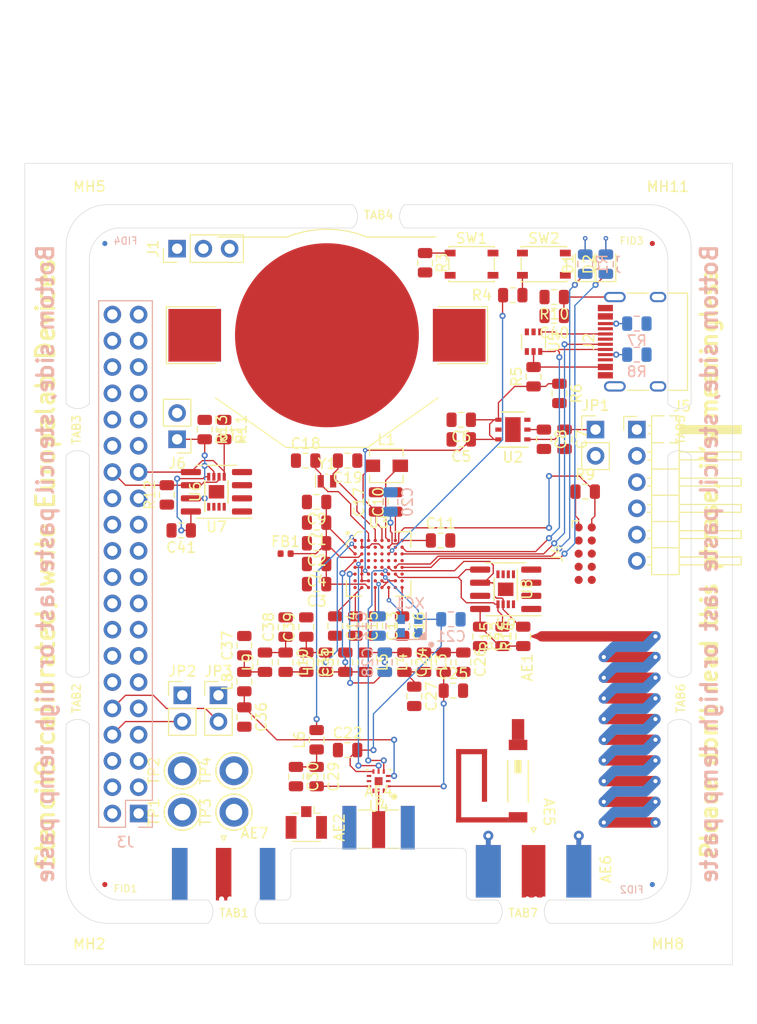
<source format=kicad_pcb>
(kicad_pcb (version 20171130) (host pcbnew 5.1.5+dfsg1-2build2)

  (general
    (thickness 1.6)
    (drawings 95)
    (tracks 367)
    (zones 0)
    (modules 117)
    (nets 121)
  )

  (page A3)
  (title_block
    (date "15 nov 2012")
  )

  (layers
    (0 F.Cu signal)
    (1 In1.Cu signal)
    (2 In2.Cu signal)
    (31 B.Cu signal)
    (34 B.Paste user)
    (35 F.Paste user)
    (36 B.SilkS user)
    (37 F.SilkS user)
    (38 B.Mask user)
    (39 F.Mask user)
    (40 Dwgs.User user)
    (41 Cmts.User user hide)
    (44 Edge.Cuts user)
    (45 Margin user)
    (46 B.CrtYd user)
    (47 F.CrtYd user)
    (48 B.Fab user)
    (49 F.Fab user)
  )

  (setup
    (last_trace_width 0.127)
    (user_trace_width 0.1016)
    (user_trace_width 0.127)
    (user_trace_width 0.2)
    (trace_clearance 0.09)
    (zone_clearance 0.508)
    (zone_45_only no)
    (trace_min 0.09)
    (via_size 0.45)
    (via_drill 0.2)
    (via_min_size 0.45)
    (via_min_drill 0.2)
    (user_via 0.6 0.3)
    (uvia_size 0.45)
    (uvia_drill 0.1)
    (uvias_allowed no)
    (uvia_min_size 0.45)
    (uvia_min_drill 0.1)
    (edge_width 0.1)
    (segment_width 0.1)
    (pcb_text_width 0.25)
    (pcb_text_size 1 1)
    (mod_edge_width 0.15)
    (mod_text_size 1 1)
    (mod_text_width 0.15)
    (pad_size 2.5 2.5)
    (pad_drill 2.5)
    (pad_to_mask_clearance 0)
    (aux_axis_origin 0 0)
    (visible_elements 7FFFF7FF)
    (pcbplotparams
      (layerselection 0x00030_80000001)
      (usegerberextensions true)
      (usegerberattributes false)
      (usegerberadvancedattributes false)
      (creategerberjobfile false)
      (excludeedgelayer true)
      (linewidth 0.150000)
      (plotframeref false)
      (viasonmask false)
      (mode 1)
      (useauxorigin false)
      (hpglpennumber 1)
      (hpglpenspeed 20)
      (hpglpendiameter 15.000000)
      (psnegative false)
      (psa4output false)
      (plotreference true)
      (plotvalue true)
      (plotinvisibletext false)
      (padsonsilk false)
      (subtractmaskfromsilk false)
      (outputformat 1)
      (mirror false)
      (drillshape 1)
      (scaleselection 1)
      (outputdirectory ""))
  )

  (net 0 "")
  (net 1 GND)
  (net 2 "Net-(AE1-Pad1)")
  (net 3 /Sheet5F53D5B4/RFSWPWR)
  (net 4 "Net-(C8-Pad1)")
  (net 5 /Sheet5F53D5B4/POWAMP)
  (net 6 "Net-(C13-Pad1)")
  (net 7 /Sheet5F53D5B4/HFOUT)
  (net 8 +3V3)
  (net 9 "Net-(C29-Pad1)")
  (net 10 /Sheet5F53D5B4/UART_RX)
  (net 11 /Sheet5F53D5B4/UART_TX)
  (net 12 /Sheet5F53D5B4/HPOUT)
  (net 13 /Sheet5F53D5B4/HFIN)
  (net 14 /Sheet5F53D5B4/BANDSEL)
  (net 15 "Net-(XC1-Pad1)")
  (net 16 "Net-(BT1-Pad1)")
  (net 17 /Sheet5F53D5B4/USB_BUS)
  (net 18 "Net-(C33-Pad1)")
  (net 19 "Net-(C34-Pad1)")
  (net 20 /Sheet5F53D5B4/CMDRST)
  (net 21 "Net-(D1-Pad2)")
  (net 22 "Net-(D1-Pad1)")
  (net 23 "Net-(D2-Pad1)")
  (net 24 "Net-(D2-Pad2)")
  (net 25 /Sheet5F53D5B4/USB_P)
  (net 26 /Sheet5F53D5B4/USB_N)
  (net 27 /Sheet60040980/ID_SD)
  (net 28 /Sheet60040980/ID_SC)
  (net 29 /Sheet5F53D5B4/SWDCLK)
  (net 30 "Net-(J3-Pad7)")
  (net 31 "Net-(J3-Pad8)")
  (net 32 "Net-(J4-Pad6)")
  (net 33 /Sheet5F53D5B4/CN_VBAT)
  (net 34 /Sheet5F53D5B4/I2C_SCL)
  (net 35 /Sheet5F53D5B4/I2C_SDA)
  (net 36 "Net-(TP3-Pad1)")
  (net 37 "Net-(TP4-Pad1)")
  (net 38 /Sheet5F53D5B4/XCEIV)
  (net 39 /Sheet5F53D5B4/CRYSTAL_XIN-RESERVED)
  (net 40 /Sheet5F53D5B4/CRYSTAL_XOUT-RESERVED)
  (net 41 "Net-(AE5-Pad2)")
  (net 42 "Net-(C1-Pad1)")
  (net 43 "Net-(C7-Pad1)")
  (net 44 "Net-(C14-Pad1)")
  (net 45 "Net-(C17-Pad1)")
  (net 46 "Net-(C18-Pad2)")
  (net 47 "Net-(C19-Pad2)")
  (net 48 "Net-(C23-Pad2)")
  (net 49 "Net-(C23-Pad1)")
  (net 50 "Net-(C24-Pad1)")
  (net 51 "Net-(C24-Pad2)")
  (net 52 "Net-(C29-Pad2)")
  (net 53 "Net-(C33-Pad2)")
  (net 54 "Net-(C35-Pad2)")
  (net 55 "Net-(C40-Pad1)")
  (net 56 "Net-(J2-PadB5)")
  (net 57 "Net-(J2-PadA8)")
  (net 58 "Net-(J2-PadA5)")
  (net 59 "Net-(J2-PadB8)")
  (net 60 "Net-(J2-PadA4)")
  (net 61 "Net-(J3-Pad2)")
  (net 62 "Net-(J3-Pad3)")
  (net 63 "Net-(J3-Pad4)")
  (net 64 "Net-(J3-Pad5)")
  (net 65 "Net-(J3-Pad10)")
  (net 66 "Net-(J3-Pad11)")
  (net 67 "Net-(J3-Pad12)")
  (net 68 "Net-(J3-Pad13)")
  (net 69 "Net-(J3-Pad15)")
  (net 70 "Net-(J3-Pad16)")
  (net 71 "Net-(J3-Pad18)")
  (net 72 "Net-(J3-Pad19)")
  (net 73 "Net-(J3-Pad21)")
  (net 74 "Net-(J3-Pad22)")
  (net 75 "Net-(J3-Pad23)")
  (net 76 "Net-(J3-Pad24)")
  (net 77 "Net-(J3-Pad26)")
  (net 78 "Net-(J3-Pad29)")
  (net 79 "Net-(J3-Pad31)")
  (net 80 "Net-(J3-Pad32)")
  (net 81 "Net-(J3-Pad33)")
  (net 82 "Net-(J3-Pad35)")
  (net 83 "Net-(J3-Pad36)")
  (net 84 "Net-(J3-Pad37)")
  (net 85 "Net-(J3-Pad38)")
  (net 86 "Net-(J3-Pad40)")
  (net 87 "Net-(J4-Pad7)")
  (net 88 "Net-(J4-Pad8)")
  (net 89 "Net-(J5-Pad2)")
  (net 90 "Net-(J5-Pad3)")
  (net 91 "Net-(J5-Pad6)")
  (net 92 "Net-(J6-Pad1)")
  (net 93 "Net-(L1-Pad2)")
  (net 94 "Net-(R3-Pad1)")
  (net 95 "Net-(R4-Pad1)")
  (net 96 "Net-(R4-Pad2)")
  (net 97 "Net-(U2-Pad5)")
  (net 98 "Net-(U3-PadG1)")
  (net 99 "Net-(U3-PadH1)")
  (net 100 "Net-(U3-PadE3)")
  (net 101 "Net-(U3-PadB4)")
  (net 102 "Net-(U3-PadE4)")
  (net 103 "Net-(U3-PadF4)")
  (net 104 "Net-(U3-PadE5)")
  (net 105 "Net-(U3-PadH6)")
  (net 106 "Net-(U3-PadC7)")
  (net 107 "Net-(U3-PadD7)")
  (net 108 "Net-(U3-PadH7)")
  (net 109 "Net-(U3-PadD8)")
  (net 110 "Net-(U5-Pad3)")
  (net 111 "Net-(U5-Pad4)")
  (net 112 "Net-(U8-Pad7)")
  (net 113 "Net-(U8-Pad3)")
  (net 114 "Net-(U8-Pad2)")
  (net 115 "Net-(U8-Pad1)")
  (net 116 "Net-(U9-Pad1)")
  (net 117 "Net-(U9-Pad2)")
  (net 118 "Net-(U9-Pad3)")
  (net 119 "Net-(U9-Pad7)")
  (net 120 /Sheet5F53D5B4/SWDIO)

  (net_class Default "This is the default net class."
    (clearance 0.09)
    (trace_width 0.09)
    (via_dia 0.45)
    (via_drill 0.2)
    (uvia_dia 0.45)
    (uvia_drill 0.1)
    (add_net +3V3)
    (add_net /Sheet5F53D5B4/BANDSEL)
    (add_net /Sheet5F53D5B4/CMDRST)
    (add_net /Sheet5F53D5B4/CN_VBAT)
    (add_net /Sheet5F53D5B4/CRYSTAL_XIN-RESERVED)
    (add_net /Sheet5F53D5B4/CRYSTAL_XOUT-RESERVED)
    (add_net /Sheet5F53D5B4/HFIN)
    (add_net /Sheet5F53D5B4/HFOUT)
    (add_net /Sheet5F53D5B4/HPOUT)
    (add_net /Sheet5F53D5B4/I2C_SCL)
    (add_net /Sheet5F53D5B4/I2C_SDA)
    (add_net /Sheet5F53D5B4/POWAMP)
    (add_net /Sheet5F53D5B4/RFSWPWR)
    (add_net /Sheet5F53D5B4/SWDCLK)
    (add_net /Sheet5F53D5B4/SWDIO)
    (add_net /Sheet5F53D5B4/UART_RX)
    (add_net /Sheet5F53D5B4/UART_TX)
    (add_net /Sheet5F53D5B4/USB_BUS)
    (add_net /Sheet5F53D5B4/USB_N)
    (add_net /Sheet5F53D5B4/USB_P)
    (add_net /Sheet5F53D5B4/XCEIV)
    (add_net /Sheet60040980/ID_SC)
    (add_net /Sheet60040980/ID_SD)
    (add_net GND)
    (add_net "Net-(AE1-Pad1)")
    (add_net "Net-(AE5-Pad2)")
    (add_net "Net-(BT1-Pad1)")
    (add_net "Net-(C1-Pad1)")
    (add_net "Net-(C13-Pad1)")
    (add_net "Net-(C14-Pad1)")
    (add_net "Net-(C17-Pad1)")
    (add_net "Net-(C18-Pad2)")
    (add_net "Net-(C19-Pad2)")
    (add_net "Net-(C23-Pad1)")
    (add_net "Net-(C23-Pad2)")
    (add_net "Net-(C24-Pad1)")
    (add_net "Net-(C24-Pad2)")
    (add_net "Net-(C29-Pad1)")
    (add_net "Net-(C29-Pad2)")
    (add_net "Net-(C33-Pad1)")
    (add_net "Net-(C33-Pad2)")
    (add_net "Net-(C34-Pad1)")
    (add_net "Net-(C35-Pad2)")
    (add_net "Net-(C40-Pad1)")
    (add_net "Net-(C7-Pad1)")
    (add_net "Net-(C8-Pad1)")
    (add_net "Net-(D1-Pad1)")
    (add_net "Net-(D1-Pad2)")
    (add_net "Net-(D2-Pad1)")
    (add_net "Net-(D2-Pad2)")
    (add_net "Net-(J2-PadA4)")
    (add_net "Net-(J2-PadA5)")
    (add_net "Net-(J2-PadA8)")
    (add_net "Net-(J2-PadB5)")
    (add_net "Net-(J2-PadB8)")
    (add_net "Net-(J3-Pad10)")
    (add_net "Net-(J3-Pad11)")
    (add_net "Net-(J3-Pad12)")
    (add_net "Net-(J3-Pad13)")
    (add_net "Net-(J3-Pad15)")
    (add_net "Net-(J3-Pad16)")
    (add_net "Net-(J3-Pad18)")
    (add_net "Net-(J3-Pad19)")
    (add_net "Net-(J3-Pad2)")
    (add_net "Net-(J3-Pad21)")
    (add_net "Net-(J3-Pad22)")
    (add_net "Net-(J3-Pad23)")
    (add_net "Net-(J3-Pad24)")
    (add_net "Net-(J3-Pad26)")
    (add_net "Net-(J3-Pad29)")
    (add_net "Net-(J3-Pad3)")
    (add_net "Net-(J3-Pad31)")
    (add_net "Net-(J3-Pad32)")
    (add_net "Net-(J3-Pad33)")
    (add_net "Net-(J3-Pad35)")
    (add_net "Net-(J3-Pad36)")
    (add_net "Net-(J3-Pad37)")
    (add_net "Net-(J3-Pad38)")
    (add_net "Net-(J3-Pad4)")
    (add_net "Net-(J3-Pad40)")
    (add_net "Net-(J3-Pad5)")
    (add_net "Net-(J3-Pad7)")
    (add_net "Net-(J3-Pad8)")
    (add_net "Net-(J4-Pad6)")
    (add_net "Net-(J4-Pad7)")
    (add_net "Net-(J4-Pad8)")
    (add_net "Net-(J5-Pad2)")
    (add_net "Net-(J5-Pad3)")
    (add_net "Net-(J5-Pad6)")
    (add_net "Net-(J6-Pad1)")
    (add_net "Net-(L1-Pad2)")
    (add_net "Net-(R3-Pad1)")
    (add_net "Net-(R4-Pad1)")
    (add_net "Net-(R4-Pad2)")
    (add_net "Net-(TP3-Pad1)")
    (add_net "Net-(TP4-Pad1)")
    (add_net "Net-(U2-Pad5)")
    (add_net "Net-(U3-PadB4)")
    (add_net "Net-(U3-PadC7)")
    (add_net "Net-(U3-PadD7)")
    (add_net "Net-(U3-PadD8)")
    (add_net "Net-(U3-PadE3)")
    (add_net "Net-(U3-PadE4)")
    (add_net "Net-(U3-PadE5)")
    (add_net "Net-(U3-PadF4)")
    (add_net "Net-(U3-PadG1)")
    (add_net "Net-(U3-PadH1)")
    (add_net "Net-(U3-PadH6)")
    (add_net "Net-(U3-PadH7)")
    (add_net "Net-(U5-Pad3)")
    (add_net "Net-(U5-Pad4)")
    (add_net "Net-(U8-Pad1)")
    (add_net "Net-(U8-Pad2)")
    (add_net "Net-(U8-Pad3)")
    (add_net "Net-(U8-Pad7)")
    (add_net "Net-(U9-Pad1)")
    (add_net "Net-(U9-Pad2)")
    (add_net "Net-(U9-Pad3)")
    (add_net "Net-(U9-Pad7)")
    (add_net "Net-(XC1-Pad1)")
  )

  (net_class Power ""
    (clearance 0.2)
    (trace_width 0.5)
    (via_dia 1)
    (via_drill 0.7)
    (uvia_dia 0.5)
    (uvia_drill 0.1)
  )

  (module Elabdev:Panel_Mousetab_25mm_Single (layer F.Cu) (tedit 5CD9E502) (tstamp 5F680FEC)
    (at 224 181.75 90)
    (path /5CD9EB0D)
    (fp_text reference TAB7 (at 0 0) (layer F.SilkS)
      (effects (font (size 0.8 0.8) (thickness 0.13)))
    )
    (fp_text value Pantab (at 0 3.5 90) (layer F.Fab)
      (effects (font (size 1 1) (thickness 0.15)))
    )
    (fp_line (start 1.25 -2.2) (end 1.25 2.2) (layer F.Fab) (width 0.15))
    (fp_line (start -1.25 -2.2) (end -1.25 2.2) (layer F.Fab) (width 0.15))
    (fp_line (start 2.1 -2.6) (end 2.1 2.6) (layer F.CrtYd) (width 0.15))
    (fp_line (start 2.1 2.6) (end -2.1 2.6) (layer F.CrtYd) (width 0.15))
    (fp_line (start -2.1 2.6) (end -2.1 -2.6) (layer F.CrtYd) (width 0.15))
    (fp_line (start -2.1 -2.6) (end 2.1 -2.6) (layer F.CrtYd) (width 0.15))
    (pad "" np_thru_hole circle (at 1.35 2 90) (size 0.5 0.5) (drill 0.5) (layers *.Cu))
    (pad "" np_thru_hole circle (at 1.35 1.2 90) (size 0.5 0.5) (drill 0.5) (layers *.Cu))
    (pad "" np_thru_hole circle (at 1.35 0.4 90) (size 0.5 0.5) (drill 0.5) (layers *.Cu))
    (pad "" np_thru_hole circle (at 1.35 -0.4 90) (size 0.5 0.5) (drill 0.5) (layers *.Cu))
    (pad "" np_thru_hole circle (at 1.35 -1.2 90) (size 0.5 0.5) (drill 0.5) (layers *.Cu))
    (pad "" np_thru_hole circle (at 1.35 -2 90) (size 0.5 0.5) (drill 0.5) (layers *.Cu))
  )

  (module Elabdev:Panel_Mousetab_25mm_Single (layer F.Cu) (tedit 5CD9E59A) (tstamp 5F4C0A71)
    (at 210 114.25 270)
    (path /5CD5C3A7)
    (fp_text reference TAB4 (at 0 0 180) (layer F.SilkS)
      (effects (font (size 0.8 0.8) (thickness 0.13)))
    )
    (fp_text value Pantab (at 0 -3.5 270) (layer F.Fab)
      (effects (font (size 1 1) (thickness 0.15)))
    )
    (fp_line (start 1.25 -2.2) (end 1.25 2.2) (layer F.Fab) (width 0.15))
    (fp_line (start -1.25 -2.2) (end -1.25 2.2) (layer F.Fab) (width 0.15))
    (fp_line (start 2.1 -2.6) (end 2.1 2.6) (layer F.CrtYd) (width 0.15))
    (fp_line (start 2.1 2.6) (end -2.1 2.6) (layer F.CrtYd) (width 0.15))
    (fp_line (start -2.1 2.6) (end -2.1 -2.6) (layer F.CrtYd) (width 0.15))
    (fp_line (start -2.1 -2.6) (end 2.1 -2.6) (layer F.CrtYd) (width 0.15))
    (pad "" np_thru_hole circle (at 1.35 2 270) (size 0.5 0.5) (drill 0.5) (layers *.Cu))
    (pad "" np_thru_hole circle (at 1.35 1.2 270) (size 0.5 0.5) (drill 0.5) (layers *.Cu))
    (pad "" np_thru_hole circle (at 1.35 0.4 270) (size 0.5 0.5) (drill 0.5) (layers *.Cu))
    (pad "" np_thru_hole circle (at 1.35 -0.4 270) (size 0.5 0.5) (drill 0.5) (layers *.Cu))
    (pad "" np_thru_hole circle (at 1.35 -1.2 270) (size 0.5 0.5) (drill 0.5) (layers *.Cu))
    (pad "" np_thru_hole circle (at 1.35 -2 270) (size 0.5 0.5) (drill 0.5) (layers *.Cu))
  )

  (module Elabdev:Panel_Mousetab_25mm_Single (layer F.Cu) (tedit 5CD9E502) (tstamp 5CE1C45C)
    (at 196 181.75 90)
    (path /5CD9EB0D)
    (fp_text reference TAB1 (at 0 0) (layer F.SilkS)
      (effects (font (size 0.8 0.8) (thickness 0.13)))
    )
    (fp_text value Pantab (at 0 3.5 90) (layer F.Fab)
      (effects (font (size 1 1) (thickness 0.15)))
    )
    (fp_line (start -2.1 -2.6) (end 2.1 -2.6) (layer F.CrtYd) (width 0.15))
    (fp_line (start -2.1 2.6) (end -2.1 -2.6) (layer F.CrtYd) (width 0.15))
    (fp_line (start 2.1 2.6) (end -2.1 2.6) (layer F.CrtYd) (width 0.15))
    (fp_line (start 2.1 -2.6) (end 2.1 2.6) (layer F.CrtYd) (width 0.15))
    (fp_line (start -1.25 -2.2) (end -1.25 2.2) (layer F.Fab) (width 0.15))
    (fp_line (start 1.25 -2.2) (end 1.25 2.2) (layer F.Fab) (width 0.15))
    (pad "" np_thru_hole circle (at 1.35 -2 90) (size 0.5 0.5) (drill 0.5) (layers *.Cu))
    (pad "" np_thru_hole circle (at 1.35 -1.2 90) (size 0.5 0.5) (drill 0.5) (layers *.Cu))
    (pad "" np_thru_hole circle (at 1.35 -0.4 90) (size 0.5 0.5) (drill 0.5) (layers *.Cu))
    (pad "" np_thru_hole circle (at 1.35 0.4 90) (size 0.5 0.5) (drill 0.5) (layers *.Cu))
    (pad "" np_thru_hole circle (at 1.35 1.2 90) (size 0.5 0.5) (drill 0.5) (layers *.Cu))
    (pad "" np_thru_hole circle (at 1.35 2 90) (size 0.5 0.5) (drill 0.5) (layers *.Cu))
  )

  (module Elabdev:Panel_Mousetab_25mm_Single (layer F.Cu) (tedit 5CD5AA6C) (tstamp 5F4C1007)
    (at 180.75 161)
    (path /5CD5C074)
    (fp_text reference TAB2 (at 0 0 90) (layer F.SilkS)
      (effects (font (size 0.8 0.8) (thickness 0.13)))
    )
    (fp_text value Pantab (at -2.5 0 -270) (layer F.Fab)
      (effects (font (size 1 1) (thickness 0.15)))
    )
    (fp_line (start -2.1 -2.6) (end 2.1 -2.6) (layer F.CrtYd) (width 0.15))
    (fp_line (start -2.1 2.6) (end -2.1 -2.6) (layer F.CrtYd) (width 0.15))
    (fp_line (start 2.1 2.6) (end -2.1 2.6) (layer F.CrtYd) (width 0.15))
    (fp_line (start 2.1 -2.6) (end 2.1 2.6) (layer F.CrtYd) (width 0.15))
    (fp_line (start -1.25 -2.2) (end -1.25 2.2) (layer F.Fab) (width 0.15))
    (fp_line (start 1.25 -2.2) (end 1.25 2.2) (layer F.Fab) (width 0.15))
    (pad "" np_thru_hole circle (at 1.35 -2) (size 0.5 0.5) (drill 0.5) (layers *.Cu))
    (pad "" np_thru_hole circle (at 1.35 -1.2) (size 0.5 0.5) (drill 0.5) (layers *.Cu))
    (pad "" np_thru_hole circle (at 1.35 -0.4) (size 0.5 0.5) (drill 0.5) (layers *.Cu))
    (pad "" np_thru_hole circle (at 1.35 0.4) (size 0.5 0.5) (drill 0.5) (layers *.Cu))
    (pad "" np_thru_hole circle (at 1.35 1.2) (size 0.5 0.5) (drill 0.5) (layers *.Cu))
    (pad "" np_thru_hole circle (at 1.35 2) (size 0.5 0.5) (drill 0.5) (layers *.Cu))
  )

  (module Elabdev:Panel_Mousetab_25mm_Single (layer F.Cu) (tedit 5CD5AA6C) (tstamp 5F4C1047)
    (at 180.75 135)
    (path /5CD5C074)
    (fp_text reference TAB3 (at 0 0 90) (layer F.SilkS)
      (effects (font (size 0.8 0.8) (thickness 0.13)))
    )
    (fp_text value Pantab (at -2.5 0 -270) (layer F.Fab)
      (effects (font (size 1 1) (thickness 0.15)))
    )
    (fp_line (start 1.25 -2.2) (end 1.25 2.2) (layer F.Fab) (width 0.15))
    (fp_line (start -1.25 -2.2) (end -1.25 2.2) (layer F.Fab) (width 0.15))
    (fp_line (start 2.1 -2.6) (end 2.1 2.6) (layer F.CrtYd) (width 0.15))
    (fp_line (start 2.1 2.6) (end -2.1 2.6) (layer F.CrtYd) (width 0.15))
    (fp_line (start -2.1 2.6) (end -2.1 -2.6) (layer F.CrtYd) (width 0.15))
    (fp_line (start -2.1 -2.6) (end 2.1 -2.6) (layer F.CrtYd) (width 0.15))
    (pad "" np_thru_hole circle (at 1.35 2) (size 0.5 0.5) (drill 0.5) (layers *.Cu))
    (pad "" np_thru_hole circle (at 1.35 1.2) (size 0.5 0.5) (drill 0.5) (layers *.Cu))
    (pad "" np_thru_hole circle (at 1.35 0.4) (size 0.5 0.5) (drill 0.5) (layers *.Cu))
    (pad "" np_thru_hole circle (at 1.35 -0.4) (size 0.5 0.5) (drill 0.5) (layers *.Cu))
    (pad "" np_thru_hole circle (at 1.35 -1.2) (size 0.5 0.5) (drill 0.5) (layers *.Cu))
    (pad "" np_thru_hole circle (at 1.35 -2) (size 0.5 0.5) (drill 0.5) (layers *.Cu))
  )

  (module Elabdev:Panel_Mousetab_25mm_Single (layer F.Cu) (tedit 5CD5AA6C) (tstamp 5F4C108A)
    (at 239.25 135 180)
    (path /5CD5C074)
    (fp_text reference TAB5 (at 0 0 90) (layer F.SilkS)
      (effects (font (size 0.8 0.8) (thickness 0.13)))
    )
    (fp_text value Pantab (at -2.5 0 90) (layer F.Fab)
      (effects (font (size 1 1) (thickness 0.15)))
    )
    (fp_line (start 1.25 -2.2) (end 1.25 2.2) (layer F.Fab) (width 0.15))
    (fp_line (start -1.25 -2.2) (end -1.25 2.2) (layer F.Fab) (width 0.15))
    (fp_line (start 2.1 -2.6) (end 2.1 2.6) (layer F.CrtYd) (width 0.15))
    (fp_line (start 2.1 2.6) (end -2.1 2.6) (layer F.CrtYd) (width 0.15))
    (fp_line (start -2.1 2.6) (end -2.1 -2.6) (layer F.CrtYd) (width 0.15))
    (fp_line (start -2.1 -2.6) (end 2.1 -2.6) (layer F.CrtYd) (width 0.15))
    (pad "" np_thru_hole circle (at 1.35 2 180) (size 0.5 0.5) (drill 0.5) (layers *.Cu))
    (pad "" np_thru_hole circle (at 1.35 1.2 180) (size 0.5 0.5) (drill 0.5) (layers *.Cu))
    (pad "" np_thru_hole circle (at 1.35 0.4 180) (size 0.5 0.5) (drill 0.5) (layers *.Cu))
    (pad "" np_thru_hole circle (at 1.35 -0.4 180) (size 0.5 0.5) (drill 0.5) (layers *.Cu))
    (pad "" np_thru_hole circle (at 1.35 -1.2 180) (size 0.5 0.5) (drill 0.5) (layers *.Cu))
    (pad "" np_thru_hole circle (at 1.35 -2 180) (size 0.5 0.5) (drill 0.5) (layers *.Cu))
  )

  (module Elabdev:Panel_Mousetab_25mm_Single (layer F.Cu) (tedit 5CD5AA6C) (tstamp 5F4C1067)
    (at 239.25 161 180)
    (path /5CD5C074)
    (fp_text reference TAB6 (at 0 0 90) (layer F.SilkS)
      (effects (font (size 0.8 0.8) (thickness 0.13)))
    )
    (fp_text value Pantab (at -2.5 0 90) (layer F.Fab)
      (effects (font (size 1 1) (thickness 0.15)))
    )
    (fp_line (start -2.1 -2.6) (end 2.1 -2.6) (layer F.CrtYd) (width 0.15))
    (fp_line (start -2.1 2.6) (end -2.1 -2.6) (layer F.CrtYd) (width 0.15))
    (fp_line (start 2.1 2.6) (end -2.1 2.6) (layer F.CrtYd) (width 0.15))
    (fp_line (start 2.1 -2.6) (end 2.1 2.6) (layer F.CrtYd) (width 0.15))
    (fp_line (start -1.25 -2.2) (end -1.25 2.2) (layer F.Fab) (width 0.15))
    (fp_line (start 1.25 -2.2) (end 1.25 2.2) (layer F.Fab) (width 0.15))
    (pad "" np_thru_hole circle (at 1.35 -2 180) (size 0.5 0.5) (drill 0.5) (layers *.Cu))
    (pad "" np_thru_hole circle (at 1.35 -1.2 180) (size 0.5 0.5) (drill 0.5) (layers *.Cu))
    (pad "" np_thru_hole circle (at 1.35 -0.4 180) (size 0.5 0.5) (drill 0.5) (layers *.Cu))
    (pad "" np_thru_hole circle (at 1.35 0.4 180) (size 0.5 0.5) (drill 0.5) (layers *.Cu))
    (pad "" np_thru_hole circle (at 1.35 1.2 180) (size 0.5 0.5) (drill 0.5) (layers *.Cu))
    (pad "" np_thru_hole circle (at 1.35 2 180) (size 0.5 0.5) (drill 0.5) (layers *.Cu))
  )

  (module Connector_PinSocket_2.54mm:PinSocket_2x20_P2.54mm_Vertical (layer B.Cu) (tedit 5A19A433) (tstamp 5F683F15)
    (at 186.77 172.13)
    (descr "Through hole straight socket strip, 2x20, 2.54mm pitch, double cols (from Kicad 4.0.7), script generated")
    (tags "Through hole socket strip THT 2x20 2.54mm double row")
    (path /60040981/5F6A7FD9)
    (fp_text reference J3 (at -1.27 2.77) (layer B.SilkS)
      (effects (font (size 1 1) (thickness 0.15)) (justify mirror))
    )
    (fp_text value RPIHAT-40W (at -1.27 -51.03) (layer B.Fab)
      (effects (font (size 1 1) (thickness 0.15)) (justify mirror))
    )
    (fp_line (start -3.81 1.27) (end 0.27 1.27) (layer B.Fab) (width 0.1))
    (fp_line (start 0.27 1.27) (end 1.27 0.27) (layer B.Fab) (width 0.1))
    (fp_line (start 1.27 0.27) (end 1.27 -49.53) (layer B.Fab) (width 0.1))
    (fp_line (start 1.27 -49.53) (end -3.81 -49.53) (layer B.Fab) (width 0.1))
    (fp_line (start -3.81 -49.53) (end -3.81 1.27) (layer B.Fab) (width 0.1))
    (fp_line (start -3.87 1.33) (end -1.27 1.33) (layer B.SilkS) (width 0.12))
    (fp_line (start -3.87 1.33) (end -3.87 -49.59) (layer B.SilkS) (width 0.12))
    (fp_line (start -3.87 -49.59) (end 1.33 -49.59) (layer B.SilkS) (width 0.12))
    (fp_line (start 1.33 -1.27) (end 1.33 -49.59) (layer B.SilkS) (width 0.12))
    (fp_line (start -1.27 -1.27) (end 1.33 -1.27) (layer B.SilkS) (width 0.12))
    (fp_line (start -1.27 1.33) (end -1.27 -1.27) (layer B.SilkS) (width 0.12))
    (fp_line (start 1.33 1.33) (end 1.33 0) (layer B.SilkS) (width 0.12))
    (fp_line (start 0 1.33) (end 1.33 1.33) (layer B.SilkS) (width 0.12))
    (fp_line (start -4.34 1.8) (end 1.76 1.8) (layer B.CrtYd) (width 0.05))
    (fp_line (start 1.76 1.8) (end 1.76 -50) (layer B.CrtYd) (width 0.05))
    (fp_line (start 1.76 -50) (end -4.34 -50) (layer B.CrtYd) (width 0.05))
    (fp_line (start -4.34 -50) (end -4.34 1.8) (layer B.CrtYd) (width 0.05))
    (fp_text user %R (at -1.27 -24.13 -90) (layer B.Fab)
      (effects (font (size 1 1) (thickness 0.15)) (justify mirror))
    )
    (pad 1 thru_hole rect (at 0 0) (size 1.7 1.7) (drill 1) (layers *.Cu *.Mask)
      (net 8 +3V3))
    (pad 2 thru_hole oval (at -2.54 0) (size 1.7 1.7) (drill 1) (layers *.Cu *.Mask)
      (net 61 "Net-(J3-Pad2)"))
    (pad 3 thru_hole oval (at 0 -2.54) (size 1.7 1.7) (drill 1) (layers *.Cu *.Mask)
      (net 62 "Net-(J3-Pad3)"))
    (pad 4 thru_hole oval (at -2.54 -2.54) (size 1.7 1.7) (drill 1) (layers *.Cu *.Mask)
      (net 63 "Net-(J3-Pad4)"))
    (pad 5 thru_hole oval (at 0 -5.08) (size 1.7 1.7) (drill 1) (layers *.Cu *.Mask)
      (net 64 "Net-(J3-Pad5)"))
    (pad 6 thru_hole oval (at -2.54 -5.08) (size 1.7 1.7) (drill 1) (layers *.Cu *.Mask)
      (net 1 GND))
    (pad 7 thru_hole oval (at 0 -7.62) (size 1.7 1.7) (drill 1) (layers *.Cu *.Mask)
      (net 30 "Net-(J3-Pad7)"))
    (pad 8 thru_hole oval (at -2.54 -7.62) (size 1.7 1.7) (drill 1) (layers *.Cu *.Mask)
      (net 31 "Net-(J3-Pad8)"))
    (pad 9 thru_hole oval (at 0 -10.16) (size 1.7 1.7) (drill 1) (layers *.Cu *.Mask)
      (net 1 GND))
    (pad 10 thru_hole oval (at -2.54 -10.16) (size 1.7 1.7) (drill 1) (layers *.Cu *.Mask)
      (net 65 "Net-(J3-Pad10)"))
    (pad 11 thru_hole oval (at 0 -12.7) (size 1.7 1.7) (drill 1) (layers *.Cu *.Mask)
      (net 66 "Net-(J3-Pad11)"))
    (pad 12 thru_hole oval (at -2.54 -12.7) (size 1.7 1.7) (drill 1) (layers *.Cu *.Mask)
      (net 67 "Net-(J3-Pad12)"))
    (pad 13 thru_hole oval (at 0 -15.24) (size 1.7 1.7) (drill 1) (layers *.Cu *.Mask)
      (net 68 "Net-(J3-Pad13)"))
    (pad 14 thru_hole oval (at -2.54 -15.24) (size 1.7 1.7) (drill 1) (layers *.Cu *.Mask)
      (net 1 GND))
    (pad 15 thru_hole oval (at 0 -17.78) (size 1.7 1.7) (drill 1) (layers *.Cu *.Mask)
      (net 69 "Net-(J3-Pad15)"))
    (pad 16 thru_hole oval (at -2.54 -17.78) (size 1.7 1.7) (drill 1) (layers *.Cu *.Mask)
      (net 70 "Net-(J3-Pad16)"))
    (pad 17 thru_hole oval (at 0 -20.32) (size 1.7 1.7) (drill 1) (layers *.Cu *.Mask)
      (net 8 +3V3))
    (pad 18 thru_hole oval (at -2.54 -20.32) (size 1.7 1.7) (drill 1) (layers *.Cu *.Mask)
      (net 71 "Net-(J3-Pad18)"))
    (pad 19 thru_hole oval (at 0 -22.86) (size 1.7 1.7) (drill 1) (layers *.Cu *.Mask)
      (net 72 "Net-(J3-Pad19)"))
    (pad 20 thru_hole oval (at -2.54 -22.86) (size 1.7 1.7) (drill 1) (layers *.Cu *.Mask)
      (net 1 GND))
    (pad 21 thru_hole oval (at 0 -25.4) (size 1.7 1.7) (drill 1) (layers *.Cu *.Mask)
      (net 73 "Net-(J3-Pad21)"))
    (pad 22 thru_hole oval (at -2.54 -25.4) (size 1.7 1.7) (drill 1) (layers *.Cu *.Mask)
      (net 74 "Net-(J3-Pad22)"))
    (pad 23 thru_hole oval (at 0 -27.94) (size 1.7 1.7) (drill 1) (layers *.Cu *.Mask)
      (net 75 "Net-(J3-Pad23)"))
    (pad 24 thru_hole oval (at -2.54 -27.94) (size 1.7 1.7) (drill 1) (layers *.Cu *.Mask)
      (net 76 "Net-(J3-Pad24)"))
    (pad 25 thru_hole oval (at 0 -30.48) (size 1.7 1.7) (drill 1) (layers *.Cu *.Mask)
      (net 1 GND))
    (pad 26 thru_hole oval (at -2.54 -30.48) (size 1.7 1.7) (drill 1) (layers *.Cu *.Mask)
      (net 77 "Net-(J3-Pad26)"))
    (pad 27 thru_hole oval (at 0 -33.02) (size 1.7 1.7) (drill 1) (layers *.Cu *.Mask)
      (net 27 /Sheet60040980/ID_SD))
    (pad 28 thru_hole oval (at -2.54 -33.02) (size 1.7 1.7) (drill 1) (layers *.Cu *.Mask)
      (net 28 /Sheet60040980/ID_SC))
    (pad 29 thru_hole oval (at 0 -35.56) (size 1.7 1.7) (drill 1) (layers *.Cu *.Mask)
      (net 78 "Net-(J3-Pad29)"))
    (pad 30 thru_hole oval (at -2.54 -35.56) (size 1.7 1.7) (drill 1) (layers *.Cu *.Mask)
      (net 1 GND))
    (pad 31 thru_hole oval (at 0 -38.1) (size 1.7 1.7) (drill 1) (layers *.Cu *.Mask)
      (net 79 "Net-(J3-Pad31)"))
    (pad 32 thru_hole oval (at -2.54 -38.1) (size 1.7 1.7) (drill 1) (layers *.Cu *.Mask)
      (net 80 "Net-(J3-Pad32)"))
    (pad 33 thru_hole oval (at 0 -40.64) (size 1.7 1.7) (drill 1) (layers *.Cu *.Mask)
      (net 81 "Net-(J3-Pad33)"))
    (pad 34 thru_hole oval (at -2.54 -40.64) (size 1.7 1.7) (drill 1) (layers *.Cu *.Mask)
      (net 1 GND))
    (pad 35 thru_hole oval (at 0 -43.18) (size 1.7 1.7) (drill 1) (layers *.Cu *.Mask)
      (net 82 "Net-(J3-Pad35)"))
    (pad 36 thru_hole oval (at -2.54 -43.18) (size 1.7 1.7) (drill 1) (layers *.Cu *.Mask)
      (net 83 "Net-(J3-Pad36)"))
    (pad 37 thru_hole oval (at 0 -45.72) (size 1.7 1.7) (drill 1) (layers *.Cu *.Mask)
      (net 84 "Net-(J3-Pad37)"))
    (pad 38 thru_hole oval (at -2.54 -45.72) (size 1.7 1.7) (drill 1) (layers *.Cu *.Mask)
      (net 85 "Net-(J3-Pad38)"))
    (pad 39 thru_hole oval (at 0 -48.26) (size 1.7 1.7) (drill 1) (layers *.Cu *.Mask)
      (net 1 GND))
    (pad 40 thru_hole oval (at -2.54 -48.26) (size 1.7 1.7) (drill 1) (layers *.Cu *.Mask)
      (net 86 "Net-(J3-Pad40)"))
    (model ${KISYS3DMOD}/Connector_PinSocket_2.54mm.3dshapes/PinSocket_2x20_P2.54mm_Vertical.wrl
      (at (xyz 0 0 0))
      (scale (xyz 1 1 1))
      (rotate (xyz 0 0 0))
    )
  )

  (module RF_Antenna:Texas_SWRA416_868MHz_915MHz (layer F.Cu) (tedit 5CF40AFD) (tstamp 5F686F31)
    (at 231 164 270)
    (descr http://www.ti.com/lit/an/swra416/swra416.pdf)
    (tags "PCB antenna")
    (path /5F5C0728/60008187)
    (attr smd)
    (fp_text reference AE1 (at -6 6.6 90) (layer F.SilkS)
      (effects (font (size 1 1) (thickness 0.15)))
    )
    (fp_text value Antenna (at 0.1 -7.6 90) (layer F.Fab)
      (effects (font (size 1 1) (thickness 0.15)))
    )
    (fp_line (start 9.7 2.1) (end 6.2 5.7) (layer Dwgs.User) (width 0.12))
    (fp_line (start 9.7 0.1) (end 4.3 5.7) (layer Dwgs.User) (width 0.12))
    (fp_line (start 9.7 -1.9) (end 2.3 5.7) (layer Dwgs.User) (width 0.12))
    (fp_line (start 9.7 -3.9) (end 0.2 5.7) (layer Dwgs.User) (width 0.12))
    (fp_line (start 9.7 -5.9) (end -1.8 5.7) (layer Dwgs.User) (width 0.12))
    (fp_line (start 8.3 -6.5) (end -3.8 5.7) (layer Dwgs.User) (width 0.12))
    (fp_line (start 6.3 -6.5) (end -5.8 5.7) (layer Dwgs.User) (width 0.12))
    (fp_line (start 4.3 -6.5) (end -7.8 5.7) (layer Dwgs.User) (width 0.12))
    (fp_line (start -9.7 5.5) (end 2.3 -6.5) (layer Dwgs.User) (width 0.12))
    (fp_line (start -9.7 3.5) (end 0.3 -6.5) (layer Dwgs.User) (width 0.12))
    (fp_line (start -9.7 1.5) (end -1.7 -6.5) (layer Dwgs.User) (width 0.12))
    (fp_line (start -9.7 -0.5) (end -3.7 -6.5) (layer Dwgs.User) (width 0.12))
    (fp_line (start -9.7 -2.5) (end -5.7 -6.5) (layer Dwgs.User) (width 0.12))
    (fp_line (start -9.7 -4.5) (end -7.7 -6.5) (layer Dwgs.User) (width 0.12))
    (fp_line (start 9.7 -6.5) (end -9.7 -6.5) (layer Dwgs.User) (width 0.15))
    (fp_line (start 9.7 5.7) (end 9.7 -6.5) (layer Dwgs.User) (width 0.15))
    (fp_line (start -9.7 5.7) (end 9.7 5.7) (layer Dwgs.User) (width 0.15))
    (fp_line (start -9.7 -6.5) (end -9.7 5.7) (layer Dwgs.User) (width 0.15))
    (fp_line (start 7 -5.8) (end 8 -4.8) (layer B.Cu) (width 1))
    (fp_line (start 8 -1.8) (end 9 -0.8) (layer B.Cu) (width 1))
    (fp_line (start 8 -4.8) (end 8 -1.8) (layer B.Cu) (width 1))
    (fp_line (start 9 -5.8) (end 9 -0.8) (layer F.Cu) (width 1))
    (fp_line (start 5 -5.8) (end 6 -4.8) (layer B.Cu) (width 1))
    (fp_line (start 6 -1.8) (end 7 -0.8) (layer B.Cu) (width 1))
    (fp_line (start 6 -4.8) (end 6 -1.8) (layer B.Cu) (width 1))
    (fp_line (start 7 -5.8) (end 7 -0.8) (layer F.Cu) (width 1))
    (fp_line (start 3 -5.8) (end 4 -4.8) (layer B.Cu) (width 1))
    (fp_line (start 4 -1.8) (end 5 -0.8) (layer B.Cu) (width 1))
    (fp_line (start 4 -4.8) (end 4 -1.8) (layer B.Cu) (width 1))
    (fp_line (start 5 -5.8) (end 5 -0.8) (layer F.Cu) (width 1))
    (fp_line (start 1 -5.8) (end 2 -4.8) (layer B.Cu) (width 1))
    (fp_line (start 2 -1.8) (end 3 -0.8) (layer B.Cu) (width 1))
    (fp_line (start 2 -4.8) (end 2 -1.8) (layer B.Cu) (width 1))
    (fp_line (start 3 -5.8) (end 3 -0.8) (layer F.Cu) (width 1))
    (fp_line (start -1 -5.8) (end 0 -4.8) (layer B.Cu) (width 1))
    (fp_line (start 0 -1.8) (end 1 -0.8) (layer B.Cu) (width 1))
    (fp_line (start 0 -4.8) (end 0 -1.8) (layer B.Cu) (width 1))
    (fp_line (start 1 -5.8) (end 1 -0.8) (layer F.Cu) (width 1))
    (fp_line (start -3 -5.8) (end -2 -4.8) (layer B.Cu) (width 1))
    (fp_line (start -2 -1.8) (end -1 -0.8) (layer B.Cu) (width 1))
    (fp_line (start -2 -4.8) (end -2 -1.8) (layer B.Cu) (width 1))
    (fp_line (start -1 -5.8) (end -1 -0.8) (layer F.Cu) (width 1))
    (fp_line (start -4 -4.8) (end -4 -1.8) (layer B.Cu) (width 1))
    (fp_line (start -5 -5.8) (end -4 -4.8) (layer B.Cu) (width 1))
    (fp_line (start -4 -1.8) (end -3 -0.8) (layer B.Cu) (width 1))
    (fp_line (start -3 -5.8) (end -3 -0.8) (layer F.Cu) (width 1))
    (fp_line (start -6 -4.8) (end -6 -1.8) (layer B.Cu) (width 1))
    (fp_line (start -7 -5.8) (end -6 -4.8) (layer B.Cu) (width 1))
    (fp_line (start -6 -1.8) (end -5 -0.8) (layer B.Cu) (width 1))
    (fp_line (start -5 -5.8) (end -5 -0.8) (layer F.Cu) (width 1))
    (fp_line (start -7 -5.8) (end -7 -0.8) (layer F.Cu) (width 1))
    (fp_line (start -9 5.2) (end -9 -5.8) (layer F.Cu) (width 1))
    (fp_line (start -9 -5.8) (end -8 -4.8) (layer B.Cu) (width 1))
    (fp_line (start -8 -4.8) (end -8 -1.8) (layer B.Cu) (width 1))
    (fp_line (start -8 -1.8) (end -7 -0.8) (layer B.Cu) (width 1))
    (fp_line (start 9.7 4.1) (end 8.2 5.7) (layer Dwgs.User) (width 0.12))
    (fp_line (start -9.9 -6.7) (end -9.9 5.9) (layer F.CrtYd) (width 0.05))
    (fp_line (start -9.9 5.9) (end 9.9 5.9) (layer F.CrtYd) (width 0.05))
    (fp_line (start 9.9 5.9) (end 9.9 -6.7) (layer F.CrtYd) (width 0.05))
    (fp_line (start 9.9 -6.7) (end -9.9 -6.7) (layer F.CrtYd) (width 0.05))
    (fp_line (start 9.9 -6.7) (end -9.9 -6.7) (layer B.CrtYd) (width 0.05))
    (fp_line (start 9.9 5.9) (end 9.9 -6.7) (layer B.CrtYd) (width 0.05))
    (fp_line (start -9.9 -6.7) (end -9.9 5.9) (layer B.CrtYd) (width 0.05))
    (fp_line (start -9.9 5.9) (end 9.9 5.9) (layer B.CrtYd) (width 0.05))
    (fp_text user "KEEP-OUT ZONE" (at 1 -2.8 90) (layer Cmts.User)
      (effects (font (size 1 1) (thickness 0.15)))
    )
    (fp_text user "No metal, traces or " (at 1 0.2 90) (layer Cmts.User)
      (effects (font (size 1 1) (thickness 0.15)))
    )
    (fp_text user "any components on" (at 1 2.2 90) (layer Cmts.User)
      (effects (font (size 1 1) (thickness 0.15)))
    )
    (fp_text user " any PCB layer." (at 1 4.2 90) (layer Cmts.User)
      (effects (font (size 1 1) (thickness 0.15)))
    )
    (fp_text user %R (at -0.4 6.6 90) (layer F.Fab)
      (effects (font (size 1 1) (thickness 0.15)))
    )
    (pad "" thru_hole circle (at 9 -0.8 90) (size 1 1) (drill 0.4) (layers *.Cu))
    (pad "" thru_hole circle (at 9 -5.8 90) (size 1 1) (drill 0.4) (layers *.Cu))
    (pad "" thru_hole circle (at 7 -5.8 90) (size 1 1) (drill 0.4) (layers *.Cu))
    (pad "" thru_hole circle (at 7 -0.8 90) (size 1 1) (drill 0.4) (layers *.Cu))
    (pad "" thru_hole circle (at 5 -0.8 90) (size 1 1) (drill 0.4) (layers *.Cu))
    (pad "" thru_hole circle (at 5 -5.8 90) (size 1 1) (drill 0.4) (layers *.Cu))
    (pad "" thru_hole circle (at 3 -0.8 90) (size 1 1) (drill 0.4) (layers *.Cu))
    (pad "" thru_hole circle (at 3 -5.8 90) (size 1 1) (drill 0.4) (layers *.Cu))
    (pad "" thru_hole circle (at 1 -5.8 90) (size 1 1) (drill 0.4) (layers *.Cu))
    (pad "" thru_hole circle (at 1 -0.8 90) (size 1 1) (drill 0.4) (layers *.Cu))
    (pad "" thru_hole circle (at -1 -0.8 90) (size 1 1) (drill 0.4) (layers *.Cu))
    (pad "" thru_hole circle (at -1 -5.8 90) (size 1 1) (drill 0.4) (layers *.Cu))
    (pad "" thru_hole circle (at -3 -5.8 90) (size 1 1) (drill 0.4) (layers *.Cu))
    (pad "" thru_hole circle (at -3 -0.8 90) (size 1 1) (drill 0.4) (layers *.Cu))
    (pad "" thru_hole circle (at -5 -0.8 90) (size 1 1) (drill 0.4) (layers *.Cu))
    (pad "" thru_hole circle (at -5 -5.8 90) (size 1 1) (drill 0.4) (layers *.Cu))
    (pad "" thru_hole circle (at -7 -5.8 90) (size 1 1) (drill 0.4) (layers *.Cu))
    (pad "" thru_hole circle (at -7 -0.8 90) (size 1 1) (drill 0.4) (layers *.Cu))
    (pad "" thru_hole circle (at -9 -5.8 90) (size 1 1) (drill 0.4) (layers *.Cu))
    (pad 1 smd trapezoid (at -9 5.9 90) (size 0.4 0.8) (rect_delta 0 0.3 ) (layers F.Cu)
      (net 2 "Net-(AE1-Pad1)"))
  )

  (module Connector_Coaxial:U.FL_Hirose_U.FL-R-SMT-1_Vertical (layer F.Cu) (tedit 5A1DBFC3) (tstamp 5F686F5E)
    (at 203 173 270)
    (descr "Hirose U.FL Coaxial https://www.hirose.com/product/en/products/U.FL/U.FL-R-SMT-1%2810%29/")
    (tags "Hirose U.FL Coaxial")
    (path /5F5C0728/5F5D6D7C)
    (attr smd)
    (fp_text reference AE2 (at 0.475 -3.2 90) (layer F.SilkS)
      (effects (font (size 1 1) (thickness 0.15)))
    )
    (fp_text value Antenna_Shield (at 0.475 3.2 90) (layer F.Fab)
      (effects (font (size 1 1) (thickness 0.15)))
    )
    (fp_text user %R (at 0.475 0) (layer F.Fab)
      (effects (font (size 0.6 0.6) (thickness 0.09)))
    )
    (fp_line (start -2.02 1) (end -2.02 -1) (layer F.CrtYd) (width 0.05))
    (fp_line (start -1.32 1) (end -2.02 1) (layer F.CrtYd) (width 0.05))
    (fp_line (start 2.08 1.8) (end 2.28 1.8) (layer F.CrtYd) (width 0.05))
    (fp_line (start 2.08 2.5) (end 2.08 1.8) (layer F.CrtYd) (width 0.05))
    (fp_line (start 2.28 1.8) (end 2.28 -1.8) (layer F.CrtYd) (width 0.05))
    (fp_line (start -1.32 1.8) (end -1.12 1.8) (layer F.CrtYd) (width 0.05))
    (fp_line (start -1.12 2.5) (end -1.12 1.8) (layer F.CrtYd) (width 0.05))
    (fp_line (start 2.08 2.5) (end -1.12 2.5) (layer F.CrtYd) (width 0.05))
    (fp_line (start 1.835 -1.35) (end 1.835 1.35) (layer F.SilkS) (width 0.12))
    (fp_line (start -0.885 -0.76) (end -1.515 -0.76) (layer F.SilkS) (width 0.12))
    (fp_line (start -0.885 1.4) (end -0.885 0.76) (layer F.SilkS) (width 0.12))
    (fp_line (start -0.925 -0.3) (end -1.075 -0.15) (layer F.Fab) (width 0.1))
    (fp_line (start 1.775 -1.3) (end 1.375 -1.3) (layer F.Fab) (width 0.1))
    (fp_line (start 1.375 -1.5) (end 1.375 -1.3) (layer F.Fab) (width 0.1))
    (fp_line (start -0.425 -1.5) (end 1.375 -1.5) (layer F.Fab) (width 0.1))
    (fp_line (start 1.775 -1.3) (end 1.775 1.3) (layer F.Fab) (width 0.1))
    (fp_line (start 1.775 1.3) (end 1.375 1.3) (layer F.Fab) (width 0.1))
    (fp_line (start 1.375 1.5) (end 1.375 1.3) (layer F.Fab) (width 0.1))
    (fp_line (start -0.425 1.5) (end 1.375 1.5) (layer F.Fab) (width 0.1))
    (fp_line (start -0.425 -1.3) (end -0.825 -1.3) (layer F.Fab) (width 0.1))
    (fp_line (start -0.425 -1.5) (end -0.425 -1.3) (layer F.Fab) (width 0.1))
    (fp_line (start -0.825 -0.3) (end -0.825 -1.3) (layer F.Fab) (width 0.1))
    (fp_line (start -0.925 -0.3) (end -0.825 -0.3) (layer F.Fab) (width 0.1))
    (fp_line (start -1.075 0.3) (end -1.075 -0.15) (layer F.Fab) (width 0.1))
    (fp_line (start -1.075 0.3) (end -0.825 0.3) (layer F.Fab) (width 0.1))
    (fp_line (start -0.825 0.3) (end -0.825 1.3) (layer F.Fab) (width 0.1))
    (fp_line (start -0.425 1.3) (end -0.825 1.3) (layer F.Fab) (width 0.1))
    (fp_line (start -0.425 1.5) (end -0.425 1.3) (layer F.Fab) (width 0.1))
    (fp_line (start -0.885 -1.4) (end -0.885 -0.76) (layer F.SilkS) (width 0.12))
    (fp_line (start 2.08 -1.8) (end 2.28 -1.8) (layer F.CrtYd) (width 0.05))
    (fp_line (start 2.08 -1.8) (end 2.08 -2.5) (layer F.CrtYd) (width 0.05))
    (fp_line (start -1.32 -1) (end -1.32 -1.8) (layer F.CrtYd) (width 0.05))
    (fp_line (start 2.08 -2.5) (end -1.12 -2.5) (layer F.CrtYd) (width 0.05))
    (fp_line (start -1.12 -1.8) (end -1.12 -2.5) (layer F.CrtYd) (width 0.05))
    (fp_line (start -1.32 -1.8) (end -1.12 -1.8) (layer F.CrtYd) (width 0.05))
    (fp_line (start -1.32 1.8) (end -1.32 1) (layer F.CrtYd) (width 0.05))
    (fp_line (start -1.32 -1) (end -2.02 -1) (layer F.CrtYd) (width 0.05))
    (pad 2 smd rect (at 0.475 1.475 270) (size 2.2 1.05) (layers F.Cu F.Paste F.Mask)
      (net 1 GND))
    (pad 1 smd rect (at -1.05 0 270) (size 1.05 1) (layers F.Cu F.Paste F.Mask)
      (net 2 "Net-(AE1-Pad1)"))
    (pad 2 smd rect (at 0.475 -1.475 270) (size 2.2 1.05) (layers F.Cu F.Paste F.Mask)
      (net 1 GND))
    (model ${KISYS3DMOD}/Connector_Coaxial.3dshapes/U.FL_Hirose_U.FL-R-SMT-1_Vertical.wrl
      (offset (xyz 0.4749999928262157 0 0))
      (scale (xyz 1 1 1))
      (rotate (xyz 0 0 0))
    )
  )

  (module Connector_Coaxial:SMA_Samtec_SMA-J-P-X-ST-EM1_EdgeMount (layer F.Cu) (tedit 5DAA3454) (tstamp 5F686FA8)
    (at 210 173.5)
    (descr "Connector SMA, 0Hz to 20GHz, 50Ohm, Edge Mount (http://suddendocs.samtec.com/prints/sma-j-p-x-st-em1-mkt.pdf)")
    (tags "SMA Straight Samtec Edge Mount")
    (path /5F5C0728/6000659E)
    (attr smd)
    (fp_text reference AE4 (at 0 -3.5) (layer F.SilkS)
      (effects (font (size 1 1) (thickness 0.15)))
    )
    (fp_text value Antenna_Shield (at 0 13) (layer F.Fab)
      (effects (font (size 1 1) (thickness 0.15)))
    )
    (fp_line (start -0.25 -2.76) (end 0 -2.26) (layer F.SilkS) (width 0.12))
    (fp_line (start 0.25 -2.76) (end -0.25 -2.76) (layer F.SilkS) (width 0.12))
    (fp_line (start 0 -2.26) (end 0.25 -2.76) (layer F.SilkS) (width 0.12))
    (fp_line (start 0 3.1) (end -0.64 2.1) (layer F.Fab) (width 0.1))
    (fp_line (start 0.64 2.1) (end 0 3.1) (layer F.Fab) (width 0.1))
    (fp_text user %R (at 0 4.79 180) (layer F.Fab)
      (effects (font (size 1 1) (thickness 0.15)))
    )
    (fp_line (start 4 2.6) (end 4 -2.6) (layer F.CrtYd) (width 0.05))
    (fp_line (start 3.68 12.12) (end -3.68 12.12) (layer F.CrtYd) (width 0.05))
    (fp_line (start -4 2.6) (end -4 -2.6) (layer F.CrtYd) (width 0.05))
    (fp_line (start -4 -2.6) (end 4 -2.6) (layer F.CrtYd) (width 0.05))
    (fp_line (start 4 2.6) (end 4 -2.6) (layer B.CrtYd) (width 0.05))
    (fp_line (start 3.68 12.12) (end -3.68 12.12) (layer B.CrtYd) (width 0.05))
    (fp_line (start -4 2.6) (end -4 -2.6) (layer B.CrtYd) (width 0.05))
    (fp_line (start -4 -2.6) (end 4 -2.6) (layer B.CrtYd) (width 0.05))
    (fp_line (start 3.165 11.62) (end -3.165 11.62) (layer F.Fab) (width 0.1))
    (fp_line (start 3.175 -1.71) (end 3.175 11.62) (layer F.Fab) (width 0.1))
    (fp_line (start 3.175 -1.71) (end 2.365 -1.71) (layer F.Fab) (width 0.1))
    (fp_line (start 2.365 -1.71) (end 2.365 2.1) (layer F.Fab) (width 0.1))
    (fp_line (start 2.365 2.1) (end -2.365 2.1) (layer F.Fab) (width 0.1))
    (fp_line (start -2.365 2.1) (end -2.365 -1.71) (layer F.Fab) (width 0.1))
    (fp_line (start -2.365 -1.71) (end -3.175 -1.71) (layer F.Fab) (width 0.1))
    (fp_line (start -3.175 -1.71) (end -3.175 11.62) (layer F.Fab) (width 0.1))
    (fp_line (start 4.1 2.1) (end -4.1 2.1) (layer Dwgs.User) (width 0.1))
    (fp_text user "PCB Edge" (at 0 2.6) (layer Dwgs.User)
      (effects (font (size 0.5 0.5) (thickness 0.1)))
    )
    (fp_line (start -3.68 2.6) (end -4 2.6) (layer F.CrtYd) (width 0.05))
    (fp_line (start -3.68 12.12) (end -3.68 2.6) (layer F.CrtYd) (width 0.05))
    (fp_line (start 3.68 2.6) (end 4 2.6) (layer F.CrtYd) (width 0.05))
    (fp_line (start 3.68 2.6) (end 3.68 12.12) (layer F.CrtYd) (width 0.05))
    (fp_line (start -3.68 2.6) (end -4 2.6) (layer B.CrtYd) (width 0.05))
    (fp_line (start -3.68 12.12) (end -3.68 2.6) (layer B.CrtYd) (width 0.05))
    (fp_line (start 4 2.6) (end 3.68 2.6) (layer B.CrtYd) (width 0.05))
    (fp_line (start 3.68 2.6) (end 3.68 12.12) (layer B.CrtYd) (width 0.05))
    (fp_line (start -1.95 2) (end -0.84 2) (layer F.SilkS) (width 0.12))
    (fp_line (start 0.84 2) (end 1.95 2) (layer F.SilkS) (width 0.12))
    (fp_line (start -1.95 -1.71) (end -0.84 -1.71) (layer F.SilkS) (width 0.12))
    (fp_line (start 0.84 -1.71) (end 1.95 -1.71) (layer F.SilkS) (width 0.12))
    (fp_text user "Board Thickness: 1.57mm" (at 0 -5.45) (layer Cmts.User)
      (effects (font (size 1 1) (thickness 0.15)))
    )
    (pad 2 smd rect (at -2.825 0) (size 1.35 4.2) (layers B.Cu B.Paste B.Mask)
      (net 1 GND))
    (pad 2 smd rect (at 2.825 0) (size 1.35 4.2) (layers B.Cu B.Paste B.Mask)
      (net 1 GND))
    (pad 2 smd rect (at -2.825 0) (size 1.35 4.2) (layers F.Cu F.Paste F.Mask)
      (net 1 GND))
    (pad 2 smd rect (at 2.825 0) (size 1.35 4.2) (layers F.Cu F.Paste F.Mask)
      (net 1 GND))
    (pad 1 smd rect (at 0 0.2) (size 1.27 3.6) (layers F.Cu F.Paste F.Mask)
      (net 2 "Net-(AE1-Pad1)"))
    (model ${KISYS3DMOD}/Connector_Coaxial.3dshapes/SMA_Samtec_SMA-J-P-X-ST-EM1_EdgeMount.wrl
      (at (xyz 0 0 0))
      (scale (xyz 1 1 1))
      (rotate (xyz 0 0 0))
    )
  )

  (module Connector_Coaxial:SMA_Molex_73251-1153_EdgeMount_Horizontal (layer F.Cu) (tedit 5A1B666F) (tstamp 5F686FE6)
    (at 225 176 90)
    (descr "Molex SMA RF Connectors, Edge Mount, (http://www.molex.com/pdm_docs/sd/732511150_sd.pdf)")
    (tags "sma edge")
    (path /5F5C0728/60006A31)
    (attr smd)
    (fp_text reference AE6 (at -1.5 7 90) (layer F.SilkS)
      (effects (font (size 1 1) (thickness 0.15)))
    )
    (fp_text value Antenna_Shield (at -1.72 -7.11 90) (layer F.Fab)
      (effects (font (size 1 1) (thickness 0.15)))
    )
    (fp_text user %R (at -1.5 7 90) (layer F.Fab)
      (effects (font (size 1 1) (thickness 0.15)))
    )
    (fp_line (start 2.5 0.25) (end 2.5 -0.25) (layer F.Fab) (width 0.1))
    (fp_line (start 2 0) (end 2.5 0.25) (layer F.Fab) (width 0.1))
    (fp_line (start 2.5 -0.25) (end 2 0) (layer F.Fab) (width 0.1))
    (fp_line (start 2.5 0.25) (end 2 0) (layer F.SilkS) (width 0.12))
    (fp_line (start 2.5 -0.25) (end 2.5 0.25) (layer F.SilkS) (width 0.12))
    (fp_line (start 2 0) (end 2.5 -0.25) (layer F.SilkS) (width 0.12))
    (fp_line (start -4.76 -0.38) (end 0.49 -0.38) (layer F.Fab) (width 0.1))
    (fp_line (start -4.76 0.38) (end 0.49 0.38) (layer F.Fab) (width 0.1))
    (fp_line (start 0.49 -0.38) (end 0.49 0.38) (layer F.Fab) (width 0.1))
    (fp_line (start 0.49 3.75) (end 0.49 4.76) (layer F.Fab) (width 0.1))
    (fp_line (start 0.49 -4.76) (end 0.49 -3.75) (layer F.Fab) (width 0.1))
    (fp_line (start -14.29 -6.09) (end -14.29 6.09) (layer F.CrtYd) (width 0.05))
    (fp_line (start -14.29 6.09) (end 2.71 6.09) (layer F.CrtYd) (width 0.05))
    (fp_line (start 2.71 -6.09) (end 2.71 6.09) (layer B.CrtYd) (width 0.05))
    (fp_line (start -14.29 -6.09) (end 2.71 -6.09) (layer B.CrtYd) (width 0.05))
    (fp_line (start -14.29 -6.09) (end -14.29 6.09) (layer B.CrtYd) (width 0.05))
    (fp_line (start -14.29 6.09) (end 2.71 6.09) (layer B.CrtYd) (width 0.05))
    (fp_line (start 2.71 -6.09) (end 2.71 6.09) (layer F.CrtYd) (width 0.05))
    (fp_line (start 2.71 -6.09) (end -14.29 -6.09) (layer F.CrtYd) (width 0.05))
    (fp_line (start -4.76 -3.75) (end 0.49 -3.75) (layer F.Fab) (width 0.1))
    (fp_line (start -4.76 3.75) (end 0.49 3.75) (layer F.Fab) (width 0.1))
    (fp_line (start -13.79 -2.65) (end -5.91 -2.65) (layer F.Fab) (width 0.1))
    (fp_line (start -13.79 -2.65) (end -13.79 2.65) (layer F.Fab) (width 0.1))
    (fp_line (start -13.79 2.65) (end -5.91 2.65) (layer F.Fab) (width 0.1))
    (fp_line (start -4.76 -3.75) (end -4.76 3.75) (layer F.Fab) (width 0.1))
    (fp_line (start 0.49 -4.76) (end -5.91 -4.76) (layer F.Fab) (width 0.1))
    (fp_line (start -5.91 -4.76) (end -5.91 4.76) (layer F.Fab) (width 0.1))
    (fp_line (start -5.91 4.76) (end 0.49 4.76) (layer F.Fab) (width 0.1))
    (pad 1 smd rect (at -1.72 0 90) (size 5.08 2.29) (layers F.Cu F.Paste F.Mask)
      (net 2 "Net-(AE1-Pad1)"))
    (pad 2 smd rect (at -1.72 -4.38 90) (size 5.08 2.42) (layers F.Cu F.Paste F.Mask)
      (net 1 GND))
    (pad 2 smd rect (at -1.72 4.38 90) (size 5.08 2.42) (layers F.Cu F.Paste F.Mask)
      (net 1 GND))
    (pad 2 smd rect (at -1.72 -4.38 90) (size 5.08 2.42) (layers B.Cu B.Paste B.Mask)
      (net 1 GND))
    (pad 2 smd rect (at -1.72 4.38 90) (size 5.08 2.42) (layers B.Cu B.Paste B.Mask)
      (net 1 GND))
    (pad 2 thru_hole circle (at 1.72 -4.38 90) (size 0.97 0.97) (drill 0.46) (layers *.Cu)
      (net 1 GND))
    (pad 2 thru_hole circle (at 1.72 4.38 90) (size 0.97 0.97) (drill 0.46) (layers *.Cu)
      (net 1 GND))
    (pad 2 smd rect (at 1.27 -4.38 90) (size 0.95 0.46) (layers F.Cu)
      (net 1 GND))
    (pad 2 smd rect (at 1.27 4.38 90) (size 0.95 0.46) (layers F.Cu)
      (net 1 GND))
    (pad 2 smd rect (at 1.27 -4.38 90) (size 0.95 0.46) (layers B.Cu)
      (net 1 GND))
    (pad 2 smd rect (at 1.27 4.38 90) (size 0.95 0.46) (layers B.Cu)
      (net 1 GND))
    (model ${KISYS3DMOD}/Connector_Coaxial.3dshapes/SMA_Molex_73251-1153_EdgeMount_Horizontal.wrl
      (at (xyz 0 0 0))
      (scale (xyz 1 1 1))
      (rotate (xyz 0 0 0))
    )
  )

  (module Connector_Coaxial:SMA_Amphenol_132289_EdgeMount (layer F.Cu) (tedit 5A1C1810) (tstamp 5F687009)
    (at 195 178 270)
    (descr http://www.amphenolrf.com/132289.html)
    (tags SMA)
    (path /5F5C0728/6000721D)
    (attr smd)
    (fp_text reference AE7 (at -3.96 -3) (layer F.SilkS)
      (effects (font (size 1 1) (thickness 0.15)))
    )
    (fp_text value Antenna_Shield (at 5 6 90) (layer F.Fab)
      (effects (font (size 1 1) (thickness 0.15)))
    )
    (fp_line (start -3.71 0.25) (end -3.21 0) (layer F.SilkS) (width 0.12))
    (fp_line (start -3.71 -0.25) (end -3.71 0.25) (layer F.SilkS) (width 0.12))
    (fp_line (start -3.21 0) (end -3.71 -0.25) (layer F.SilkS) (width 0.12))
    (fp_line (start 3.54 0) (end 2.54 0.75) (layer F.Fab) (width 0.1))
    (fp_line (start 2.54 -0.75) (end 3.54 0) (layer F.Fab) (width 0.1))
    (fp_text user %R (at 4.79 0 180) (layer F.Fab)
      (effects (font (size 1 1) (thickness 0.15)))
    )
    (fp_line (start 14.47 -5.58) (end -3.04 -5.58) (layer F.CrtYd) (width 0.05))
    (fp_line (start 14.47 -5.58) (end 14.47 5.58) (layer F.CrtYd) (width 0.05))
    (fp_line (start 14.47 5.58) (end -3.04 5.58) (layer F.CrtYd) (width 0.05))
    (fp_line (start -3.04 5.58) (end -3.04 -5.58) (layer F.CrtYd) (width 0.05))
    (fp_line (start 14.47 -5.58) (end -3.04 -5.58) (layer B.CrtYd) (width 0.05))
    (fp_line (start 14.47 -5.58) (end 14.47 5.58) (layer B.CrtYd) (width 0.05))
    (fp_line (start 14.47 5.58) (end -3.04 5.58) (layer B.CrtYd) (width 0.05))
    (fp_line (start -3.04 5.58) (end -3.04 -5.58) (layer B.CrtYd) (width 0.05))
    (fp_line (start 4.445 -3.81) (end 13.97 -3.81) (layer F.Fab) (width 0.1))
    (fp_line (start 13.97 -3.81) (end 13.97 3.81) (layer F.Fab) (width 0.1))
    (fp_line (start 13.97 3.81) (end 4.445 3.81) (layer F.Fab) (width 0.1))
    (fp_line (start 4.445 5.08) (end 4.445 3.81) (layer F.Fab) (width 0.1))
    (fp_line (start 4.445 -3.81) (end 4.445 -5.08) (layer F.Fab) (width 0.1))
    (fp_line (start -1.91 -5.08) (end 4.445 -5.08) (layer F.Fab) (width 0.1))
    (fp_line (start -1.91 -5.08) (end -1.91 -3.81) (layer F.Fab) (width 0.1))
    (fp_line (start -1.91 -3.81) (end 2.54 -3.81) (layer F.Fab) (width 0.1))
    (fp_line (start 2.54 -3.81) (end 2.54 3.81) (layer F.Fab) (width 0.1))
    (fp_line (start 2.54 3.81) (end -1.91 3.81) (layer F.Fab) (width 0.1))
    (fp_line (start -1.91 3.81) (end -1.91 5.08) (layer F.Fab) (width 0.1))
    (fp_line (start -1.91 5.08) (end 4.445 5.08) (layer F.Fab) (width 0.1))
    (pad 2 smd rect (at 0 4.25) (size 1.5 5.08) (layers B.Cu B.Paste B.Mask)
      (net 1 GND))
    (pad 2 smd rect (at 0 -4.25) (size 1.5 5.08) (layers B.Cu B.Paste B.Mask)
      (net 1 GND))
    (pad 2 smd rect (at 0 4.25) (size 1.5 5.08) (layers F.Cu F.Paste F.Mask)
      (net 1 GND))
    (pad 2 smd rect (at 0 -4.25) (size 1.5 5.08) (layers F.Cu F.Paste F.Mask)
      (net 1 GND))
    (pad 1 smd rect (at 0 0) (size 1.5 5.08) (layers F.Cu F.Paste F.Mask)
      (net 2 "Net-(AE1-Pad1)"))
    (model ${KISYS3DMOD}/Connector_Coaxial.3dshapes/SMA_Amphenol_132289_EdgeMount.wrl
      (at (xyz 0 0 0))
      (scale (xyz 1 1 1))
      (rotate (xyz 0 0 0))
    )
  )

  (module Battery:BatteryHolder_Keystone_3002_1x2032 (layer F.Cu) (tedit 5D9C7E9A) (tstamp 5F68703C)
    (at 205 125.875)
    (descr https://www.tme.eu/it/Document/a823211ec201a9e209042d155fe22d2b/KEYS2996.pdf)
    (tags "BR2016 CR2016 DL2016 BR2020 CL2020 BR2025 CR2025 DL2025 DR2032 CR2032 DL2032")
    (path /5F53D5B5/5FA3E7CA)
    (attr smd)
    (fp_text reference BT1 (at -9.15 9.7) (layer F.SilkS)
      (effects (font (size 1 1) (thickness 0.15)))
    )
    (fp_text value Battery_Cell (at 0 -11) (layer F.Fab)
      (effects (font (size 1 1) (thickness 0.15)))
    )
    (fp_text user %R (at -9.15 9.7) (layer F.Fab)
      (effects (font (size 1 1) (thickness 0.15)))
    )
    (fp_line (start 15.55 -2.75) (end 10.75 -2.75) (layer F.SilkS) (width 0.12))
    (fp_line (start 15.55 2.75) (end 15.55 -2.75) (layer F.SilkS) (width 0.12))
    (fp_line (start 10.75 2.75) (end 15.55 2.75) (layer F.SilkS) (width 0.12))
    (fp_line (start -15.55 2.75) (end -10.75 2.75) (layer F.SilkS) (width 0.12))
    (fp_line (start -15.55 -2.75) (end -15.55 2.75) (layer F.SilkS) (width 0.12))
    (fp_line (start -10.75 -2.75) (end -15.55 -2.75) (layer F.SilkS) (width 0.12))
    (fp_line (start -15.85 3.05) (end -15.85 -3.05) (layer F.CrtYd) (width 0.05))
    (fp_line (start -11.05 3.05) (end -15.85 3.05) (layer F.CrtYd) (width 0.05))
    (fp_line (start -11.05 6.35) (end -11.05 3.05) (layer F.CrtYd) (width 0.05))
    (fp_line (start -4.3 11.1) (end -11.05 6.35) (layer F.CrtYd) (width 0.05))
    (fp_line (start 4.3 11.1) (end -4.3 11.1) (layer F.CrtYd) (width 0.05))
    (fp_line (start 11.05 6.35) (end 4.3 11.1) (layer F.CrtYd) (width 0.05))
    (fp_line (start 11.05 3.05) (end 11.05 6.35) (layer F.CrtYd) (width 0.05))
    (fp_line (start 15.85 3.05) (end 11.05 3.05) (layer F.CrtYd) (width 0.05))
    (fp_line (start 15.85 -3.05) (end 15.85 3.05) (layer F.CrtYd) (width 0.05))
    (fp_line (start 11.05 -3.05) (end 15.85 -3.05) (layer F.CrtYd) (width 0.05))
    (fp_line (start 11.05 -9.8) (end 11.05 -3.05) (layer F.CrtYd) (width 0.05))
    (fp_line (start 11.05 -9.8) (end 3.9 -9.8) (layer F.CrtYd) (width 0.05))
    (fp_arc (start 0 0) (end 3.9 -9.8) (angle -43.40107348) (layer F.CrtYd) (width 0.05))
    (fp_line (start -11.05 -9.8) (end -3.9 -9.8) (layer F.CrtYd) (width 0.05))
    (fp_line (start -11.05 -3.05) (end -11.05 -9.8) (layer F.CrtYd) (width 0.05))
    (fp_line (start -15.85 -3.05) (end -11.05 -3.05) (layer F.CrtYd) (width 0.05))
    (fp_line (start 10.55 -9.5) (end 3.85 -9.5) (layer F.SilkS) (width 0.12))
    (fp_arc (start 0 0) (end 3.85 -9.5) (angle -44.1) (layer F.SilkS) (width 0.12))
    (fp_line (start -10.55 -9.5) (end -3.85 -9.5) (layer F.SilkS) (width 0.12))
    (fp_circle (center 0 0) (end 10 0) (layer Dwgs.User) (width 0.2))
    (fp_line (start 10.55 5.9) (end 3.8 10.6) (layer F.Fab) (width 0.1))
    (fp_line (start 3.95 10.85) (end 10.75 6.05) (layer F.SilkS) (width 0.12))
    (fp_line (start -3.95 10.85) (end 3.95 10.85) (layer F.SilkS) (width 0.12))
    (fp_line (start -10.8 6.05) (end -3.95 10.85) (layer F.SilkS) (width 0.12))
    (fp_line (start -10.55 5.85) (end -3.8 10.6) (layer F.Fab) (width 0.1))
    (fp_line (start -10.55 -2.55) (end -10.55 -9.3) (layer F.Fab) (width 0.1))
    (fp_line (start 10.55 -9.3) (end -10.55 -9.3) (layer F.Fab) (width 0.1))
    (fp_line (start 10.55 -2.55) (end 10.55 -9.3) (layer F.Fab) (width 0.1))
    (fp_line (start 15.35 -2.55) (end 10.55 -2.55) (layer F.Fab) (width 0.1))
    (fp_line (start 15.35 2.55) (end 15.35 -2.55) (layer F.Fab) (width 0.1))
    (fp_line (start 10.55 2.55) (end 15.35 2.55) (layer F.Fab) (width 0.1))
    (fp_line (start -3.8 10.6) (end 3.8 10.6) (layer F.Fab) (width 0.1))
    (fp_line (start 10.55 2.55) (end 10.55 5.9) (layer F.Fab) (width 0.1))
    (fp_line (start -10.55 2.55) (end -10.55 5.85) (layer F.Fab) (width 0.1))
    (fp_line (start -15.35 -2.55) (end -10.55 -2.55) (layer F.Fab) (width 0.1))
    (fp_line (start -15.35 2.55) (end -10.55 2.55) (layer F.Fab) (width 0.1))
    (fp_line (start -15.35 -2.55) (end -15.35 2.55) (layer F.Fab) (width 0.1))
    (pad 1 smd rect (at 12.8 0) (size 5.1 5.1) (layers F.Cu F.Paste F.Mask)
      (net 16 "Net-(BT1-Pad1)"))
    (pad 1 smd rect (at -12.8 0) (size 5.1 5.1) (layers F.Cu F.Paste F.Mask)
      (net 16 "Net-(BT1-Pad1)"))
    (pad 2 smd circle (at 0 0) (size 17.8 17.8) (layers F.Cu F.Mask)
      (net 1 GND))
    (model ${KISYS3DMOD}/Battery.3dshapes/BatteryHolder_Keystone_3002_1x2032.wrl
      (at (xyz 0 0 0))
      (scale (xyz 1 1 1))
      (rotate (xyz 0 0 0))
    )
  )

  (module Capacitor_SMD:C_0805_2012Metric (layer F.Cu) (tedit 5B36C52B) (tstamp 5F68704D)
    (at 207 166)
    (descr "Capacitor SMD 0805 (2012 Metric), square (rectangular) end terminal, IPC_7351 nominal, (Body size source: https://docs.google.com/spreadsheets/d/1BsfQQcO9C6DZCsRaXUlFlo91Tg2WpOkGARC1WS5S8t0/edit?usp=sharing), generated with kicad-footprint-generator")
    (tags capacitor)
    (path /5F5C0728/5F5D6D8A)
    (attr smd)
    (fp_text reference C22 (at 0 -1.65) (layer F.SilkS)
      (effects (font (size 1 1) (thickness 0.15)))
    )
    (fp_text value 1nF (at 0 1.65) (layer F.Fab)
      (effects (font (size 1 1) (thickness 0.15)))
    )
    (fp_text user %R (at 0 0) (layer F.Fab)
      (effects (font (size 0.5 0.5) (thickness 0.08)))
    )
    (fp_line (start 1.68 0.95) (end -1.68 0.95) (layer F.CrtYd) (width 0.05))
    (fp_line (start 1.68 -0.95) (end 1.68 0.95) (layer F.CrtYd) (width 0.05))
    (fp_line (start -1.68 -0.95) (end 1.68 -0.95) (layer F.CrtYd) (width 0.05))
    (fp_line (start -1.68 0.95) (end -1.68 -0.95) (layer F.CrtYd) (width 0.05))
    (fp_line (start -0.258578 0.71) (end 0.258578 0.71) (layer F.SilkS) (width 0.12))
    (fp_line (start -0.258578 -0.71) (end 0.258578 -0.71) (layer F.SilkS) (width 0.12))
    (fp_line (start 1 0.6) (end -1 0.6) (layer F.Fab) (width 0.1))
    (fp_line (start 1 -0.6) (end 1 0.6) (layer F.Fab) (width 0.1))
    (fp_line (start -1 -0.6) (end 1 -0.6) (layer F.Fab) (width 0.1))
    (fp_line (start -1 0.6) (end -1 -0.6) (layer F.Fab) (width 0.1))
    (pad 2 smd roundrect (at 0.9375 0) (size 0.975 1.4) (layers F.Cu F.Paste F.Mask) (roundrect_rratio 0.25)
      (net 3 /Sheet5F53D5B4/RFSWPWR))
    (pad 1 smd roundrect (at -0.9375 0) (size 0.975 1.4) (layers F.Cu F.Paste F.Mask) (roundrect_rratio 0.25)
      (net 1 GND))
    (model ${KISYS3DMOD}/Capacitor_SMD.3dshapes/C_0805_2012Metric.wrl
      (at (xyz 0 0 0))
      (scale (xyz 1 1 1))
      (rotate (xyz 0 0 0))
    )
  )

  (module Capacitor_SMD:C_0805_2012Metric (layer F.Cu) (tedit 5B36C52B) (tstamp 5F68706F)
    (at 212.5 157.5 270)
    (descr "Capacitor SMD 0805 (2012 Metric), square (rectangular) end terminal, IPC_7351 nominal, (Body size source: https://docs.google.com/spreadsheets/d/1BsfQQcO9C6DZCsRaXUlFlo91Tg2WpOkGARC1WS5S8t0/edit?usp=sharing), generated with kicad-footprint-generator")
    (tags capacitor)
    (path /5F5C0728/5F5D6E33)
    (attr smd)
    (fp_text reference C24 (at 0 -1.65 90) (layer F.SilkS)
      (effects (font (size 1 1) (thickness 0.15)))
    )
    (fp_text value 18pF (at 0 1.65 90) (layer F.Fab)
      (effects (font (size 1 1) (thickness 0.15)))
    )
    (fp_line (start -1 0.6) (end -1 -0.6) (layer F.Fab) (width 0.1))
    (fp_line (start -1 -0.6) (end 1 -0.6) (layer F.Fab) (width 0.1))
    (fp_line (start 1 -0.6) (end 1 0.6) (layer F.Fab) (width 0.1))
    (fp_line (start 1 0.6) (end -1 0.6) (layer F.Fab) (width 0.1))
    (fp_line (start -0.258578 -0.71) (end 0.258578 -0.71) (layer F.SilkS) (width 0.12))
    (fp_line (start -0.258578 0.71) (end 0.258578 0.71) (layer F.SilkS) (width 0.12))
    (fp_line (start -1.68 0.95) (end -1.68 -0.95) (layer F.CrtYd) (width 0.05))
    (fp_line (start -1.68 -0.95) (end 1.68 -0.95) (layer F.CrtYd) (width 0.05))
    (fp_line (start 1.68 -0.95) (end 1.68 0.95) (layer F.CrtYd) (width 0.05))
    (fp_line (start 1.68 0.95) (end -1.68 0.95) (layer F.CrtYd) (width 0.05))
    (fp_text user %R (at 0 0 90) (layer F.Fab)
      (effects (font (size 0.5 0.5) (thickness 0.08)))
    )
    (pad 1 smd roundrect (at -0.9375 0 270) (size 0.975 1.4) (layers F.Cu F.Paste F.Mask) (roundrect_rratio 0.25)
      (net 50 "Net-(C24-Pad1)"))
    (pad 2 smd roundrect (at 0.9375 0 270) (size 0.975 1.4) (layers F.Cu F.Paste F.Mask) (roundrect_rratio 0.25)
      (net 51 "Net-(C24-Pad2)"))
    (model ${KISYS3DMOD}/Capacitor_SMD.3dshapes/C_0805_2012Metric.wrl
      (at (xyz 0 0 0))
      (scale (xyz 1 1 1))
      (rotate (xyz 0 0 0))
    )
  )

  (module Capacitor_SMD:C_0805_2012Metric (layer F.Cu) (tedit 5B36C52B) (tstamp 5F687080)
    (at 217.2375 160.25)
    (descr "Capacitor SMD 0805 (2012 Metric), square (rectangular) end terminal, IPC_7351 nominal, (Body size source: https://docs.google.com/spreadsheets/d/1BsfQQcO9C6DZCsRaXUlFlo91Tg2WpOkGARC1WS5S8t0/edit?usp=sharing), generated with kicad-footprint-generator")
    (tags capacitor)
    (path /5F5C0728/5F5D6E48)
    (attr smd)
    (fp_text reference C25 (at 0 -1.65) (layer F.SilkS)
      (effects (font (size 1 1) (thickness 0.15)))
    )
    (fp_text value 3,3pF (at 0 1.65) (layer F.Fab)
      (effects (font (size 1 1) (thickness 0.15)))
    )
    (fp_line (start -1 0.6) (end -1 -0.6) (layer F.Fab) (width 0.1))
    (fp_line (start -1 -0.6) (end 1 -0.6) (layer F.Fab) (width 0.1))
    (fp_line (start 1 -0.6) (end 1 0.6) (layer F.Fab) (width 0.1))
    (fp_line (start 1 0.6) (end -1 0.6) (layer F.Fab) (width 0.1))
    (fp_line (start -0.258578 -0.71) (end 0.258578 -0.71) (layer F.SilkS) (width 0.12))
    (fp_line (start -0.258578 0.71) (end 0.258578 0.71) (layer F.SilkS) (width 0.12))
    (fp_line (start -1.68 0.95) (end -1.68 -0.95) (layer F.CrtYd) (width 0.05))
    (fp_line (start -1.68 -0.95) (end 1.68 -0.95) (layer F.CrtYd) (width 0.05))
    (fp_line (start 1.68 -0.95) (end 1.68 0.95) (layer F.CrtYd) (width 0.05))
    (fp_line (start 1.68 0.95) (end -1.68 0.95) (layer F.CrtYd) (width 0.05))
    (fp_text user %R (at 0 0) (layer F.Fab)
      (effects (font (size 0.5 0.5) (thickness 0.08)))
    )
    (pad 1 smd roundrect (at -0.9375 0) (size 0.975 1.4) (layers F.Cu F.Paste F.Mask) (roundrect_rratio 0.25)
      (net 48 "Net-(C23-Pad2)"))
    (pad 2 smd roundrect (at 0.9375 0) (size 0.975 1.4) (layers F.Cu F.Paste F.Mask) (roundrect_rratio 0.25)
      (net 1 GND))
    (model ${KISYS3DMOD}/Capacitor_SMD.3dshapes/C_0805_2012Metric.wrl
      (at (xyz 0 0 0))
      (scale (xyz 1 1 1))
      (rotate (xyz 0 0 0))
    )
  )

  (module Capacitor_SMD:C_0805_2012Metric (layer F.Cu) (tedit 5B36C52B) (tstamp 5F687091)
    (at 218.2 157.5 270)
    (descr "Capacitor SMD 0805 (2012 Metric), square (rectangular) end terminal, IPC_7351 nominal, (Body size source: https://docs.google.com/spreadsheets/d/1BsfQQcO9C6DZCsRaXUlFlo91Tg2WpOkGARC1WS5S8t0/edit?usp=sharing), generated with kicad-footprint-generator")
    (tags capacitor)
    (path /5F5C0728/5F5D6E50)
    (attr smd)
    (fp_text reference C26 (at 0 -1.65 90) (layer F.SilkS)
      (effects (font (size 1 1) (thickness 0.15)))
    )
    (fp_text value 5,6pF (at 0 1.65 90) (layer F.Fab)
      (effects (font (size 1 1) (thickness 0.15)))
    )
    (fp_text user %R (at 0 0 90) (layer F.Fab)
      (effects (font (size 0.5 0.5) (thickness 0.08)))
    )
    (fp_line (start 1.68 0.95) (end -1.68 0.95) (layer F.CrtYd) (width 0.05))
    (fp_line (start 1.68 -0.95) (end 1.68 0.95) (layer F.CrtYd) (width 0.05))
    (fp_line (start -1.68 -0.95) (end 1.68 -0.95) (layer F.CrtYd) (width 0.05))
    (fp_line (start -1.68 0.95) (end -1.68 -0.95) (layer F.CrtYd) (width 0.05))
    (fp_line (start -0.258578 0.71) (end 0.258578 0.71) (layer F.SilkS) (width 0.12))
    (fp_line (start -0.258578 -0.71) (end 0.258578 -0.71) (layer F.SilkS) (width 0.12))
    (fp_line (start 1 0.6) (end -1 0.6) (layer F.Fab) (width 0.1))
    (fp_line (start 1 -0.6) (end 1 0.6) (layer F.Fab) (width 0.1))
    (fp_line (start -1 -0.6) (end 1 -0.6) (layer F.Fab) (width 0.1))
    (fp_line (start -1 0.6) (end -1 -0.6) (layer F.Fab) (width 0.1))
    (pad 2 smd roundrect (at 0.9375 0 270) (size 0.975 1.4) (layers F.Cu F.Paste F.Mask) (roundrect_rratio 0.25)
      (net 1 GND))
    (pad 1 smd roundrect (at -0.9375 0 270) (size 0.975 1.4) (layers F.Cu F.Paste F.Mask) (roundrect_rratio 0.25)
      (net 49 "Net-(C23-Pad1)"))
    (model ${KISYS3DMOD}/Capacitor_SMD.3dshapes/C_0805_2012Metric.wrl
      (at (xyz 0 0 0))
      (scale (xyz 1 1 1))
      (rotate (xyz 0 0 0))
    )
  )

  (module Capacitor_SMD:C_0805_2012Metric (layer F.Cu) (tedit 5B36C52B) (tstamp 5F6870A2)
    (at 213.45 160.8 270)
    (descr "Capacitor SMD 0805 (2012 Metric), square (rectangular) end terminal, IPC_7351 nominal, (Body size source: https://docs.google.com/spreadsheets/d/1BsfQQcO9C6DZCsRaXUlFlo91Tg2WpOkGARC1WS5S8t0/edit?usp=sharing), generated with kicad-footprint-generator")
    (tags capacitor)
    (path /5F5C0728/5F5D6E57)
    (attr smd)
    (fp_text reference C27 (at 0 -1.65 90) (layer F.SilkS)
      (effects (font (size 1 1) (thickness 0.15)))
    )
    (fp_text value 3,3pF (at 0 1.65 90) (layer F.Fab)
      (effects (font (size 1 1) (thickness 0.15)))
    )
    (fp_line (start -1 0.6) (end -1 -0.6) (layer F.Fab) (width 0.1))
    (fp_line (start -1 -0.6) (end 1 -0.6) (layer F.Fab) (width 0.1))
    (fp_line (start 1 -0.6) (end 1 0.6) (layer F.Fab) (width 0.1))
    (fp_line (start 1 0.6) (end -1 0.6) (layer F.Fab) (width 0.1))
    (fp_line (start -0.258578 -0.71) (end 0.258578 -0.71) (layer F.SilkS) (width 0.12))
    (fp_line (start -0.258578 0.71) (end 0.258578 0.71) (layer F.SilkS) (width 0.12))
    (fp_line (start -1.68 0.95) (end -1.68 -0.95) (layer F.CrtYd) (width 0.05))
    (fp_line (start -1.68 -0.95) (end 1.68 -0.95) (layer F.CrtYd) (width 0.05))
    (fp_line (start 1.68 -0.95) (end 1.68 0.95) (layer F.CrtYd) (width 0.05))
    (fp_line (start 1.68 0.95) (end -1.68 0.95) (layer F.CrtYd) (width 0.05))
    (fp_text user %R (at 0 0 90) (layer F.Fab)
      (effects (font (size 0.5 0.5) (thickness 0.08)))
    )
    (pad 1 smd roundrect (at -0.9375 0 270) (size 0.975 1.4) (layers F.Cu F.Paste F.Mask) (roundrect_rratio 0.25)
      (net 51 "Net-(C24-Pad2)"))
    (pad 2 smd roundrect (at 0.9375 0 270) (size 0.975 1.4) (layers F.Cu F.Paste F.Mask) (roundrect_rratio 0.25)
      (net 1 GND))
    (model ${KISYS3DMOD}/Capacitor_SMD.3dshapes/C_0805_2012Metric.wrl
      (at (xyz 0 0 0))
      (scale (xyz 1 1 1))
      (rotate (xyz 0 0 0))
    )
  )

  (module Capacitor_SMD:C_0805_2012Metric (layer B.Cu) (tedit 5B36C52B) (tstamp 5F6870B3)
    (at 210.6 157.5 270)
    (descr "Capacitor SMD 0805 (2012 Metric), square (rectangular) end terminal, IPC_7351 nominal, (Body size source: https://docs.google.com/spreadsheets/d/1BsfQQcO9C6DZCsRaXUlFlo91Tg2WpOkGARC1WS5S8t0/edit?usp=sharing), generated with kicad-footprint-generator")
    (tags capacitor)
    (path /5F5C0728/5F5D6E5F)
    (attr smd)
    (fp_text reference C28 (at 0 1.65 270) (layer B.SilkS)
      (effects (font (size 1 1) (thickness 0.15)) (justify mirror))
    )
    (fp_text value 3,9pF (at 0 -1.65 270) (layer B.Fab)
      (effects (font (size 1 1) (thickness 0.15)) (justify mirror))
    )
    (fp_text user %R (at 0 0 270) (layer B.Fab)
      (effects (font (size 0.5 0.5) (thickness 0.08)) (justify mirror))
    )
    (fp_line (start 1.68 -0.95) (end -1.68 -0.95) (layer B.CrtYd) (width 0.05))
    (fp_line (start 1.68 0.95) (end 1.68 -0.95) (layer B.CrtYd) (width 0.05))
    (fp_line (start -1.68 0.95) (end 1.68 0.95) (layer B.CrtYd) (width 0.05))
    (fp_line (start -1.68 -0.95) (end -1.68 0.95) (layer B.CrtYd) (width 0.05))
    (fp_line (start -0.258578 -0.71) (end 0.258578 -0.71) (layer B.SilkS) (width 0.12))
    (fp_line (start -0.258578 0.71) (end 0.258578 0.71) (layer B.SilkS) (width 0.12))
    (fp_line (start 1 -0.6) (end -1 -0.6) (layer B.Fab) (width 0.1))
    (fp_line (start 1 0.6) (end 1 -0.6) (layer B.Fab) (width 0.1))
    (fp_line (start -1 0.6) (end 1 0.6) (layer B.Fab) (width 0.1))
    (fp_line (start -1 -0.6) (end -1 0.6) (layer B.Fab) (width 0.1))
    (pad 2 smd roundrect (at 0.9375 0 270) (size 0.975 1.4) (layers B.Cu B.Paste B.Mask) (roundrect_rratio 0.25)
      (net 1 GND))
    (pad 1 smd roundrect (at -0.9375 0 270) (size 0.975 1.4) (layers B.Cu B.Paste B.Mask) (roundrect_rratio 0.25)
      (net 50 "Net-(C24-Pad1)"))
    (model ${KISYS3DMOD}/Capacitor_SMD.3dshapes/C_0805_2012Metric.wrl
      (at (xyz 0 0 0))
      (scale (xyz 1 1 1))
      (rotate (xyz 0 0 0))
    )
  )

  (module Capacitor_SMD:C_0805_2012Metric (layer F.Cu) (tedit 5B36C52B) (tstamp 5F6870C4)
    (at 204 168.5625 270)
    (descr "Capacitor SMD 0805 (2012 Metric), square (rectangular) end terminal, IPC_7351 nominal, (Body size source: https://docs.google.com/spreadsheets/d/1BsfQQcO9C6DZCsRaXUlFlo91Tg2WpOkGARC1WS5S8t0/edit?usp=sharing), generated with kicad-footprint-generator")
    (tags capacitor)
    (path /5F5C0728/5F5D6D9A)
    (attr smd)
    (fp_text reference C29 (at 0 -1.65 90) (layer F.SilkS)
      (effects (font (size 1 1) (thickness 0.15)))
    )
    (fp_text value 47pF (at 0 1.65 90) (layer F.Fab)
      (effects (font (size 1 1) (thickness 0.15)))
    )
    (fp_line (start -1 0.6) (end -1 -0.6) (layer F.Fab) (width 0.1))
    (fp_line (start -1 -0.6) (end 1 -0.6) (layer F.Fab) (width 0.1))
    (fp_line (start 1 -0.6) (end 1 0.6) (layer F.Fab) (width 0.1))
    (fp_line (start 1 0.6) (end -1 0.6) (layer F.Fab) (width 0.1))
    (fp_line (start -0.258578 -0.71) (end 0.258578 -0.71) (layer F.SilkS) (width 0.12))
    (fp_line (start -0.258578 0.71) (end 0.258578 0.71) (layer F.SilkS) (width 0.12))
    (fp_line (start -1.68 0.95) (end -1.68 -0.95) (layer F.CrtYd) (width 0.05))
    (fp_line (start -1.68 -0.95) (end 1.68 -0.95) (layer F.CrtYd) (width 0.05))
    (fp_line (start 1.68 -0.95) (end 1.68 0.95) (layer F.CrtYd) (width 0.05))
    (fp_line (start 1.68 0.95) (end -1.68 0.95) (layer F.CrtYd) (width 0.05))
    (fp_text user %R (at 0 0 90) (layer F.Fab)
      (effects (font (size 0.5 0.5) (thickness 0.08)))
    )
    (pad 1 smd roundrect (at -0.9375 0 270) (size 0.975 1.4) (layers F.Cu F.Paste F.Mask) (roundrect_rratio 0.25)
      (net 9 "Net-(C29-Pad1)"))
    (pad 2 smd roundrect (at 0.9375 0 270) (size 0.975 1.4) (layers F.Cu F.Paste F.Mask) (roundrect_rratio 0.25)
      (net 52 "Net-(C29-Pad2)"))
    (model ${KISYS3DMOD}/Capacitor_SMD.3dshapes/C_0805_2012Metric.wrl
      (at (xyz 0 0 0))
      (scale (xyz 1 1 1))
      (rotate (xyz 0 0 0))
    )
  )

  (module Capacitor_SMD:C_0805_2012Metric (layer F.Cu) (tedit 5B36C52B) (tstamp 5F6870D5)
    (at 202 168.5625 270)
    (descr "Capacitor SMD 0805 (2012 Metric), square (rectangular) end terminal, IPC_7351 nominal, (Body size source: https://docs.google.com/spreadsheets/d/1BsfQQcO9C6DZCsRaXUlFlo91Tg2WpOkGARC1WS5S8t0/edit?usp=sharing), generated with kicad-footprint-generator")
    (tags capacitor)
    (path /5F5C0728/5F5D6DA0)
    (attr smd)
    (fp_text reference C30 (at 0 -1.65 90) (layer F.SilkS)
      (effects (font (size 1 1) (thickness 0.15)))
    )
    (fp_text value 27pF (at 0 1.65 90) (layer F.Fab)
      (effects (font (size 1 1) (thickness 0.15)))
    )
    (fp_text user %R (at 0 0 90) (layer F.Fab)
      (effects (font (size 0.5 0.5) (thickness 0.08)))
    )
    (fp_line (start 1.68 0.95) (end -1.68 0.95) (layer F.CrtYd) (width 0.05))
    (fp_line (start 1.68 -0.95) (end 1.68 0.95) (layer F.CrtYd) (width 0.05))
    (fp_line (start -1.68 -0.95) (end 1.68 -0.95) (layer F.CrtYd) (width 0.05))
    (fp_line (start -1.68 0.95) (end -1.68 -0.95) (layer F.CrtYd) (width 0.05))
    (fp_line (start -0.258578 0.71) (end 0.258578 0.71) (layer F.SilkS) (width 0.12))
    (fp_line (start -0.258578 -0.71) (end 0.258578 -0.71) (layer F.SilkS) (width 0.12))
    (fp_line (start 1 0.6) (end -1 0.6) (layer F.Fab) (width 0.1))
    (fp_line (start 1 -0.6) (end 1 0.6) (layer F.Fab) (width 0.1))
    (fp_line (start -1 -0.6) (end 1 -0.6) (layer F.Fab) (width 0.1))
    (fp_line (start -1 0.6) (end -1 -0.6) (layer F.Fab) (width 0.1))
    (pad 2 smd roundrect (at 0.9375 0 270) (size 0.975 1.4) (layers F.Cu F.Paste F.Mask) (roundrect_rratio 0.25)
      (net 1 GND))
    (pad 1 smd roundrect (at -0.9375 0 270) (size 0.975 1.4) (layers F.Cu F.Paste F.Mask) (roundrect_rratio 0.25)
      (net 9 "Net-(C29-Pad1)"))
    (model ${KISYS3DMOD}/Capacitor_SMD.3dshapes/C_0805_2012Metric.wrl
      (at (xyz 0 0 0))
      (scale (xyz 1 1 1))
      (rotate (xyz 0 0 0))
    )
  )

  (module Capacitor_SMD:C_0805_2012Metric (layer F.Cu) (tedit 5B36C52B) (tstamp 5F6870E6)
    (at 206.775 157.5 90)
    (descr "Capacitor SMD 0805 (2012 Metric), square (rectangular) end terminal, IPC_7351 nominal, (Body size source: https://docs.google.com/spreadsheets/d/1BsfQQcO9C6DZCsRaXUlFlo91Tg2WpOkGARC1WS5S8t0/edit?usp=sharing), generated with kicad-footprint-generator")
    (tags capacitor)
    (path /5F5C0728/5F5D6E94)
    (attr smd)
    (fp_text reference C31 (at 0 -1.65 90) (layer F.SilkS)
      (effects (font (size 1 1) (thickness 0.15)))
    )
    (fp_text value 4,7nF (at 0 1.65 90) (layer F.Fab)
      (effects (font (size 1 1) (thickness 0.15)))
    )
    (fp_line (start -1 0.6) (end -1 -0.6) (layer F.Fab) (width 0.1))
    (fp_line (start -1 -0.6) (end 1 -0.6) (layer F.Fab) (width 0.1))
    (fp_line (start 1 -0.6) (end 1 0.6) (layer F.Fab) (width 0.1))
    (fp_line (start 1 0.6) (end -1 0.6) (layer F.Fab) (width 0.1))
    (fp_line (start -0.258578 -0.71) (end 0.258578 -0.71) (layer F.SilkS) (width 0.12))
    (fp_line (start -0.258578 0.71) (end 0.258578 0.71) (layer F.SilkS) (width 0.12))
    (fp_line (start -1.68 0.95) (end -1.68 -0.95) (layer F.CrtYd) (width 0.05))
    (fp_line (start -1.68 -0.95) (end 1.68 -0.95) (layer F.CrtYd) (width 0.05))
    (fp_line (start 1.68 -0.95) (end 1.68 0.95) (layer F.CrtYd) (width 0.05))
    (fp_line (start 1.68 0.95) (end -1.68 0.95) (layer F.CrtYd) (width 0.05))
    (fp_text user %R (at 0 0 90) (layer F.Fab)
      (effects (font (size 0.5 0.5) (thickness 0.08)))
    )
    (pad 1 smd roundrect (at -0.9375 0 90) (size 0.975 1.4) (layers F.Cu F.Paste F.Mask) (roundrect_rratio 0.25)
      (net 5 /Sheet5F53D5B4/POWAMP))
    (pad 2 smd roundrect (at 0.9375 0 90) (size 0.975 1.4) (layers F.Cu F.Paste F.Mask) (roundrect_rratio 0.25)
      (net 1 GND))
    (model ${KISYS3DMOD}/Capacitor_SMD.3dshapes/C_0805_2012Metric.wrl
      (at (xyz 0 0 0))
      (scale (xyz 1 1 1))
      (rotate (xyz 0 0 0))
    )
  )

  (module Capacitor_SMD:C_0805_2012Metric (layer F.Cu) (tedit 5B36C52B) (tstamp 5F68712A)
    (at 203 157.5 270)
    (descr "Capacitor SMD 0805 (2012 Metric), square (rectangular) end terminal, IPC_7351 nominal, (Body size source: https://docs.google.com/spreadsheets/d/1BsfQQcO9C6DZCsRaXUlFlo91Tg2WpOkGARC1WS5S8t0/edit?usp=sharing), generated with kicad-footprint-generator")
    (tags capacitor)
    (path /5F5C0728/5F5D6DCD)
    (attr smd)
    (fp_text reference C35 (at 0 -1.65 90) (layer F.SilkS)
      (effects (font (size 1 1) (thickness 0.15)))
    )
    (fp_text value 22pF (at 0 1.65 90) (layer F.Fab)
      (effects (font (size 1 1) (thickness 0.15)))
    )
    (fp_line (start -1 0.6) (end -1 -0.6) (layer F.Fab) (width 0.1))
    (fp_line (start -1 -0.6) (end 1 -0.6) (layer F.Fab) (width 0.1))
    (fp_line (start 1 -0.6) (end 1 0.6) (layer F.Fab) (width 0.1))
    (fp_line (start 1 0.6) (end -1 0.6) (layer F.Fab) (width 0.1))
    (fp_line (start -0.258578 -0.71) (end 0.258578 -0.71) (layer F.SilkS) (width 0.12))
    (fp_line (start -0.258578 0.71) (end 0.258578 0.71) (layer F.SilkS) (width 0.12))
    (fp_line (start -1.68 0.95) (end -1.68 -0.95) (layer F.CrtYd) (width 0.05))
    (fp_line (start -1.68 -0.95) (end 1.68 -0.95) (layer F.CrtYd) (width 0.05))
    (fp_line (start 1.68 -0.95) (end 1.68 0.95) (layer F.CrtYd) (width 0.05))
    (fp_line (start 1.68 0.95) (end -1.68 0.95) (layer F.CrtYd) (width 0.05))
    (fp_text user %R (at 0 0 90) (layer F.Fab)
      (effects (font (size 0.5 0.5) (thickness 0.08)))
    )
    (pad 1 smd roundrect (at -0.9375 0 270) (size 0.975 1.4) (layers F.Cu F.Paste F.Mask) (roundrect_rratio 0.25)
      (net 7 /Sheet5F53D5B4/HFOUT))
    (pad 2 smd roundrect (at 0.9375 0 270) (size 0.975 1.4) (layers F.Cu F.Paste F.Mask) (roundrect_rratio 0.25)
      (net 54 "Net-(C35-Pad2)"))
    (model ${KISYS3DMOD}/Capacitor_SMD.3dshapes/C_0805_2012Metric.wrl
      (at (xyz 0 0 0))
      (scale (xyz 1 1 1))
      (rotate (xyz 0 0 0))
    )
  )

  (module Capacitor_SMD:C_0805_2012Metric (layer F.Cu) (tedit 5B36C52B) (tstamp 5F6BC92B)
    (at 197 162.8 270)
    (descr "Capacitor SMD 0805 (2012 Metric), square (rectangular) end terminal, IPC_7351 nominal, (Body size source: https://docs.google.com/spreadsheets/d/1BsfQQcO9C6DZCsRaXUlFlo91Tg2WpOkGARC1WS5S8t0/edit?usp=sharing), generated with kicad-footprint-generator")
    (tags capacitor)
    (path /5F5C0728/5F5D6DF1)
    (attr smd)
    (fp_text reference C36 (at 0 -1.65 90) (layer F.SilkS)
      (effects (font (size 1 1) (thickness 0.15)))
    )
    (fp_text value 3,3pF (at 0 1.65 90) (layer F.Fab)
      (effects (font (size 1 1) (thickness 0.15)))
    )
    (fp_line (start -1 0.6) (end -1 -0.6) (layer F.Fab) (width 0.1))
    (fp_line (start -1 -0.6) (end 1 -0.6) (layer F.Fab) (width 0.1))
    (fp_line (start 1 -0.6) (end 1 0.6) (layer F.Fab) (width 0.1))
    (fp_line (start 1 0.6) (end -1 0.6) (layer F.Fab) (width 0.1))
    (fp_line (start -0.258578 -0.71) (end 0.258578 -0.71) (layer F.SilkS) (width 0.12))
    (fp_line (start -0.258578 0.71) (end 0.258578 0.71) (layer F.SilkS) (width 0.12))
    (fp_line (start -1.68 0.95) (end -1.68 -0.95) (layer F.CrtYd) (width 0.05))
    (fp_line (start -1.68 -0.95) (end 1.68 -0.95) (layer F.CrtYd) (width 0.05))
    (fp_line (start 1.68 -0.95) (end 1.68 0.95) (layer F.CrtYd) (width 0.05))
    (fp_line (start 1.68 0.95) (end -1.68 0.95) (layer F.CrtYd) (width 0.05))
    (fp_text user %R (at 0 0 90) (layer F.Fab)
      (effects (font (size 0.5 0.5) (thickness 0.08)))
    )
    (pad 1 smd roundrect (at -0.9375 0 270) (size 0.975 1.4) (layers F.Cu F.Paste F.Mask) (roundrect_rratio 0.25)
      (net 53 "Net-(C33-Pad2)"))
    (pad 2 smd roundrect (at 0.9375 0 270) (size 0.975 1.4) (layers F.Cu F.Paste F.Mask) (roundrect_rratio 0.25)
      (net 1 GND))
    (model ${KISYS3DMOD}/Capacitor_SMD.3dshapes/C_0805_2012Metric.wrl
      (at (xyz 0 0 0))
      (scale (xyz 1 1 1))
      (rotate (xyz 0 0 0))
    )
  )

  (module Capacitor_SMD:C_0805_2012Metric (layer F.Cu) (tedit 5B36C52B) (tstamp 5F68714C)
    (at 197 155.9 90)
    (descr "Capacitor SMD 0805 (2012 Metric), square (rectangular) end terminal, IPC_7351 nominal, (Body size source: https://docs.google.com/spreadsheets/d/1BsfQQcO9C6DZCsRaXUlFlo91Tg2WpOkGARC1WS5S8t0/edit?usp=sharing), generated with kicad-footprint-generator")
    (tags capacitor)
    (path /5F5C0728/5F5D6DF9)
    (attr smd)
    (fp_text reference C37 (at 0 -1.65 90) (layer F.SilkS)
      (effects (font (size 1 1) (thickness 0.15)))
    )
    (fp_text value 5,6pF (at 0 1.65 90) (layer F.Fab)
      (effects (font (size 1 1) (thickness 0.15)))
    )
    (fp_text user %R (at 0 0 90) (layer F.Fab)
      (effects (font (size 0.5 0.5) (thickness 0.08)))
    )
    (fp_line (start 1.68 0.95) (end -1.68 0.95) (layer F.CrtYd) (width 0.05))
    (fp_line (start 1.68 -0.95) (end 1.68 0.95) (layer F.CrtYd) (width 0.05))
    (fp_line (start -1.68 -0.95) (end 1.68 -0.95) (layer F.CrtYd) (width 0.05))
    (fp_line (start -1.68 0.95) (end -1.68 -0.95) (layer F.CrtYd) (width 0.05))
    (fp_line (start -0.258578 0.71) (end 0.258578 0.71) (layer F.SilkS) (width 0.12))
    (fp_line (start -0.258578 -0.71) (end 0.258578 -0.71) (layer F.SilkS) (width 0.12))
    (fp_line (start 1 0.6) (end -1 0.6) (layer F.Fab) (width 0.1))
    (fp_line (start 1 -0.6) (end 1 0.6) (layer F.Fab) (width 0.1))
    (fp_line (start -1 -0.6) (end 1 -0.6) (layer F.Fab) (width 0.1))
    (fp_line (start -1 0.6) (end -1 -0.6) (layer F.Fab) (width 0.1))
    (pad 2 smd roundrect (at 0.9375 0 90) (size 0.975 1.4) (layers F.Cu F.Paste F.Mask) (roundrect_rratio 0.25)
      (net 1 GND))
    (pad 1 smd roundrect (at -0.9375 0 90) (size 0.975 1.4) (layers F.Cu F.Paste F.Mask) (roundrect_rratio 0.25)
      (net 18 "Net-(C33-Pad1)"))
    (model ${KISYS3DMOD}/Capacitor_SMD.3dshapes/C_0805_2012Metric.wrl
      (at (xyz 0 0 0))
      (scale (xyz 1 1 1))
      (rotate (xyz 0 0 0))
    )
  )

  (module Capacitor_SMD:C_0805_2012Metric (layer F.Cu) (tedit 5B36C52B) (tstamp 5F68715D)
    (at 201 154.1 90)
    (descr "Capacitor SMD 0805 (2012 Metric), square (rectangular) end terminal, IPC_7351 nominal, (Body size source: https://docs.google.com/spreadsheets/d/1BsfQQcO9C6DZCsRaXUlFlo91Tg2WpOkGARC1WS5S8t0/edit?usp=sharing), generated with kicad-footprint-generator")
    (tags capacitor)
    (path /5F5C0728/5F5D6E01)
    (attr smd)
    (fp_text reference C38 (at 0 -1.65 90) (layer F.SilkS)
      (effects (font (size 1 1) (thickness 0.15)))
    )
    (fp_text value 8,2pF (at 0 1.65 90) (layer F.Fab)
      (effects (font (size 1 1) (thickness 0.15)))
    )
    (fp_line (start -1 0.6) (end -1 -0.6) (layer F.Fab) (width 0.1))
    (fp_line (start -1 -0.6) (end 1 -0.6) (layer F.Fab) (width 0.1))
    (fp_line (start 1 -0.6) (end 1 0.6) (layer F.Fab) (width 0.1))
    (fp_line (start 1 0.6) (end -1 0.6) (layer F.Fab) (width 0.1))
    (fp_line (start -0.258578 -0.71) (end 0.258578 -0.71) (layer F.SilkS) (width 0.12))
    (fp_line (start -0.258578 0.71) (end 0.258578 0.71) (layer F.SilkS) (width 0.12))
    (fp_line (start -1.68 0.95) (end -1.68 -0.95) (layer F.CrtYd) (width 0.05))
    (fp_line (start -1.68 -0.95) (end 1.68 -0.95) (layer F.CrtYd) (width 0.05))
    (fp_line (start 1.68 -0.95) (end 1.68 0.95) (layer F.CrtYd) (width 0.05))
    (fp_line (start 1.68 0.95) (end -1.68 0.95) (layer F.CrtYd) (width 0.05))
    (fp_text user %R (at 0 0 90) (layer F.Fab)
      (effects (font (size 0.5 0.5) (thickness 0.08)))
    )
    (pad 1 smd roundrect (at -0.9375 0 90) (size 0.975 1.4) (layers F.Cu F.Paste F.Mask) (roundrect_rratio 0.25)
      (net 19 "Net-(C34-Pad1)"))
    (pad 2 smd roundrect (at 0.9375 0 90) (size 0.975 1.4) (layers F.Cu F.Paste F.Mask) (roundrect_rratio 0.25)
      (net 1 GND))
    (model ${KISYS3DMOD}/Capacitor_SMD.3dshapes/C_0805_2012Metric.wrl
      (at (xyz 0 0 0))
      (scale (xyz 1 1 1))
      (rotate (xyz 0 0 0))
    )
  )

  (module Capacitor_SMD:C_0805_2012Metric (layer F.Cu) (tedit 5B36C52B) (tstamp 5F68716E)
    (at 203 154.1 90)
    (descr "Capacitor SMD 0805 (2012 Metric), square (rectangular) end terminal, IPC_7351 nominal, (Body size source: https://docs.google.com/spreadsheets/d/1BsfQQcO9C6DZCsRaXUlFlo91Tg2WpOkGARC1WS5S8t0/edit?usp=sharing), generated with kicad-footprint-generator")
    (tags capacitor)
    (path /5F5C0728/5F5D6E09)
    (attr smd)
    (fp_text reference C39 (at 0 -1.65 90) (layer F.SilkS)
      (effects (font (size 1 1) (thickness 0.15)))
    )
    (fp_text value 3,9pF (at 0 1.65 90) (layer F.Fab)
      (effects (font (size 1 1) (thickness 0.15)))
    )
    (fp_text user %R (at 0 0 90) (layer F.Fab)
      (effects (font (size 0.5 0.5) (thickness 0.08)))
    )
    (fp_line (start 1.68 0.95) (end -1.68 0.95) (layer F.CrtYd) (width 0.05))
    (fp_line (start 1.68 -0.95) (end 1.68 0.95) (layer F.CrtYd) (width 0.05))
    (fp_line (start -1.68 -0.95) (end 1.68 -0.95) (layer F.CrtYd) (width 0.05))
    (fp_line (start -1.68 0.95) (end -1.68 -0.95) (layer F.CrtYd) (width 0.05))
    (fp_line (start -0.258578 0.71) (end 0.258578 0.71) (layer F.SilkS) (width 0.12))
    (fp_line (start -0.258578 -0.71) (end 0.258578 -0.71) (layer F.SilkS) (width 0.12))
    (fp_line (start 1 0.6) (end -1 0.6) (layer F.Fab) (width 0.1))
    (fp_line (start 1 -0.6) (end 1 0.6) (layer F.Fab) (width 0.1))
    (fp_line (start -1 -0.6) (end 1 -0.6) (layer F.Fab) (width 0.1))
    (fp_line (start -1 0.6) (end -1 -0.6) (layer F.Fab) (width 0.1))
    (pad 2 smd roundrect (at 0.9375 0 90) (size 0.975 1.4) (layers F.Cu F.Paste F.Mask) (roundrect_rratio 0.25)
      (net 1 GND))
    (pad 1 smd roundrect (at -0.9375 0 90) (size 0.975 1.4) (layers F.Cu F.Paste F.Mask) (roundrect_rratio 0.25)
      (net 7 /Sheet5F53D5B4/HFOUT))
    (model ${KISYS3DMOD}/Capacitor_SMD.3dshapes/C_0805_2012Metric.wrl
      (at (xyz 0 0 0))
      (scale (xyz 1 1 1))
      (rotate (xyz 0 0 0))
    )
  )

  (module Capacitor_SMD:C_0805_2012Metric (layer F.Cu) (tedit 5B36C52B) (tstamp 5F6A44DD)
    (at 227 124 180)
    (descr "Capacitor SMD 0805 (2012 Metric), square (rectangular) end terminal, IPC_7351 nominal, (Body size source: https://docs.google.com/spreadsheets/d/1BsfQQcO9C6DZCsRaXUlFlo91Tg2WpOkGARC1WS5S8t0/edit?usp=sharing), generated with kicad-footprint-generator")
    (tags capacitor)
    (path /60040981/6005D746)
    (attr smd)
    (fp_text reference C40 (at 0 -1.65) (layer F.SilkS)
      (effects (font (size 1 1) (thickness 0.15)))
    )
    (fp_text value 4,7nF (at 0 1.65) (layer F.Fab)
      (effects (font (size 1 1) (thickness 0.15)))
    )
    (fp_line (start -1 0.6) (end -1 -0.6) (layer F.Fab) (width 0.1))
    (fp_line (start -1 -0.6) (end 1 -0.6) (layer F.Fab) (width 0.1))
    (fp_line (start 1 -0.6) (end 1 0.6) (layer F.Fab) (width 0.1))
    (fp_line (start 1 0.6) (end -1 0.6) (layer F.Fab) (width 0.1))
    (fp_line (start -0.258578 -0.71) (end 0.258578 -0.71) (layer F.SilkS) (width 0.12))
    (fp_line (start -0.258578 0.71) (end 0.258578 0.71) (layer F.SilkS) (width 0.12))
    (fp_line (start -1.68 0.95) (end -1.68 -0.95) (layer F.CrtYd) (width 0.05))
    (fp_line (start -1.68 -0.95) (end 1.68 -0.95) (layer F.CrtYd) (width 0.05))
    (fp_line (start 1.68 -0.95) (end 1.68 0.95) (layer F.CrtYd) (width 0.05))
    (fp_line (start 1.68 0.95) (end -1.68 0.95) (layer F.CrtYd) (width 0.05))
    (fp_text user %R (at 0 0) (layer F.Fab)
      (effects (font (size 0.5 0.5) (thickness 0.08)))
    )
    (pad 1 smd roundrect (at -0.9375 0 180) (size 0.975 1.4) (layers F.Cu F.Paste F.Mask) (roundrect_rratio 0.25)
      (net 55 "Net-(C40-Pad1)"))
    (pad 2 smd roundrect (at 0.9375 0 180) (size 0.975 1.4) (layers F.Cu F.Paste F.Mask) (roundrect_rratio 0.25)
      (net 1 GND))
    (model ${KISYS3DMOD}/Capacitor_SMD.3dshapes/C_0805_2012Metric.wrl
      (at (xyz 0 0 0))
      (scale (xyz 1 1 1))
      (rotate (xyz 0 0 0))
    )
  )

  (module Capacitor_SMD:C_0805_2012Metric (layer F.Cu) (tedit 5B36C52B) (tstamp 5F687190)
    (at 190.892499 144.75 180)
    (descr "Capacitor SMD 0805 (2012 Metric), square (rectangular) end terminal, IPC_7351 nominal, (Body size source: https://docs.google.com/spreadsheets/d/1BsfQQcO9C6DZCsRaXUlFlo91Tg2WpOkGARC1WS5S8t0/edit?usp=sharing), generated with kicad-footprint-generator")
    (tags capacitor)
    (path /601C3EDE/5F68CC64)
    (attr smd)
    (fp_text reference C41 (at 0 -1.65) (layer F.SilkS)
      (effects (font (size 1 1) (thickness 0.15)))
    )
    (fp_text value 0,1uF (at 0 1.65) (layer F.Fab)
      (effects (font (size 1 1) (thickness 0.15)))
    )
    (fp_text user %R (at 0 0) (layer F.Fab)
      (effects (font (size 0.5 0.5) (thickness 0.08)))
    )
    (fp_line (start 1.68 0.95) (end -1.68 0.95) (layer F.CrtYd) (width 0.05))
    (fp_line (start 1.68 -0.95) (end 1.68 0.95) (layer F.CrtYd) (width 0.05))
    (fp_line (start -1.68 -0.95) (end 1.68 -0.95) (layer F.CrtYd) (width 0.05))
    (fp_line (start -1.68 0.95) (end -1.68 -0.95) (layer F.CrtYd) (width 0.05))
    (fp_line (start -0.258578 0.71) (end 0.258578 0.71) (layer F.SilkS) (width 0.12))
    (fp_line (start -0.258578 -0.71) (end 0.258578 -0.71) (layer F.SilkS) (width 0.12))
    (fp_line (start 1 0.6) (end -1 0.6) (layer F.Fab) (width 0.1))
    (fp_line (start 1 -0.6) (end 1 0.6) (layer F.Fab) (width 0.1))
    (fp_line (start -1 -0.6) (end 1 -0.6) (layer F.Fab) (width 0.1))
    (fp_line (start -1 0.6) (end -1 -0.6) (layer F.Fab) (width 0.1))
    (pad 2 smd roundrect (at 0.9375 0 180) (size 0.975 1.4) (layers F.Cu F.Paste F.Mask) (roundrect_rratio 0.25)
      (net 1 GND))
    (pad 1 smd roundrect (at -0.9375 0 180) (size 0.975 1.4) (layers F.Cu F.Paste F.Mask) (roundrect_rratio 0.25)
      (net 8 +3V3))
    (model ${KISYS3DMOD}/Capacitor_SMD.3dshapes/C_0805_2012Metric.wrl
      (at (xyz 0 0 0))
      (scale (xyz 1 1 1))
      (rotate (xyz 0 0 0))
    )
  )

  (module Capacitor_SMD:C_0805_2012Metric (layer F.Cu) (tedit 5B36C52B) (tstamp 5F6871A1)
    (at 204 144 180)
    (descr "Capacitor SMD 0805 (2012 Metric), square (rectangular) end terminal, IPC_7351 nominal, (Body size source: https://docs.google.com/spreadsheets/d/1BsfQQcO9C6DZCsRaXUlFlo91Tg2WpOkGARC1WS5S8t0/edit?usp=sharing), generated with kicad-footprint-generator")
    (tags capacitor)
    (path /5F53D5B5/5F81B8EA)
    (attr smd)
    (fp_text reference C1 (at 0 -1.65) (layer F.SilkS)
      (effects (font (size 1 1) (thickness 0.15)))
    )
    (fp_text value 0,1uF (at 0 1.65) (layer F.Fab)
      (effects (font (size 1 1) (thickness 0.15)))
    )
    (fp_text user %R (at 0 0) (layer F.Fab)
      (effects (font (size 0.5 0.5) (thickness 0.08)))
    )
    (fp_line (start 1.68 0.95) (end -1.68 0.95) (layer F.CrtYd) (width 0.05))
    (fp_line (start 1.68 -0.95) (end 1.68 0.95) (layer F.CrtYd) (width 0.05))
    (fp_line (start -1.68 -0.95) (end 1.68 -0.95) (layer F.CrtYd) (width 0.05))
    (fp_line (start -1.68 0.95) (end -1.68 -0.95) (layer F.CrtYd) (width 0.05))
    (fp_line (start -0.258578 0.71) (end 0.258578 0.71) (layer F.SilkS) (width 0.12))
    (fp_line (start -0.258578 -0.71) (end 0.258578 -0.71) (layer F.SilkS) (width 0.12))
    (fp_line (start 1 0.6) (end -1 0.6) (layer F.Fab) (width 0.1))
    (fp_line (start 1 -0.6) (end 1 0.6) (layer F.Fab) (width 0.1))
    (fp_line (start -1 -0.6) (end 1 -0.6) (layer F.Fab) (width 0.1))
    (fp_line (start -1 0.6) (end -1 -0.6) (layer F.Fab) (width 0.1))
    (pad 2 smd roundrect (at 0.9375 0 180) (size 0.975 1.4) (layers F.Cu F.Paste F.Mask) (roundrect_rratio 0.25)
      (net 1 GND))
    (pad 1 smd roundrect (at -0.9375 0 180) (size 0.975 1.4) (layers F.Cu F.Paste F.Mask) (roundrect_rratio 0.25)
      (net 42 "Net-(C1-Pad1)"))
    (model ${KISYS3DMOD}/Capacitor_SMD.3dshapes/C_0805_2012Metric.wrl
      (at (xyz 0 0 0))
      (scale (xyz 1 1 1))
      (rotate (xyz 0 0 0))
    )
  )

  (module Capacitor_SMD:C_0805_2012Metric (layer F.Cu) (tedit 5B36C52B) (tstamp 5F6871B2)
    (at 204 146 180)
    (descr "Capacitor SMD 0805 (2012 Metric), square (rectangular) end terminal, IPC_7351 nominal, (Body size source: https://docs.google.com/spreadsheets/d/1BsfQQcO9C6DZCsRaXUlFlo91Tg2WpOkGARC1WS5S8t0/edit?usp=sharing), generated with kicad-footprint-generator")
    (tags capacitor)
    (path /5F53D5B5/5F80DBCB)
    (attr smd)
    (fp_text reference C2 (at 0 -1.65 180) (layer F.SilkS)
      (effects (font (size 1 1) (thickness 0.15)))
    )
    (fp_text value 0,1uF (at 0 1.65 180) (layer F.Fab)
      (effects (font (size 1 1) (thickness 0.15)))
    )
    (fp_line (start -1 0.6) (end -1 -0.6) (layer F.Fab) (width 0.1))
    (fp_line (start -1 -0.6) (end 1 -0.6) (layer F.Fab) (width 0.1))
    (fp_line (start 1 -0.6) (end 1 0.6) (layer F.Fab) (width 0.1))
    (fp_line (start 1 0.6) (end -1 0.6) (layer F.Fab) (width 0.1))
    (fp_line (start -0.258578 -0.71) (end 0.258578 -0.71) (layer F.SilkS) (width 0.12))
    (fp_line (start -0.258578 0.71) (end 0.258578 0.71) (layer F.SilkS) (width 0.12))
    (fp_line (start -1.68 0.95) (end -1.68 -0.95) (layer F.CrtYd) (width 0.05))
    (fp_line (start -1.68 -0.95) (end 1.68 -0.95) (layer F.CrtYd) (width 0.05))
    (fp_line (start 1.68 -0.95) (end 1.68 0.95) (layer F.CrtYd) (width 0.05))
    (fp_line (start 1.68 0.95) (end -1.68 0.95) (layer F.CrtYd) (width 0.05))
    (fp_text user %R (at 0 0 180) (layer F.Fab)
      (effects (font (size 0.5 0.5) (thickness 0.08)))
    )
    (pad 1 smd roundrect (at -0.9375 0 180) (size 0.975 1.4) (layers F.Cu F.Paste F.Mask) (roundrect_rratio 0.25)
      (net 42 "Net-(C1-Pad1)"))
    (pad 2 smd roundrect (at 0.9375 0 180) (size 0.975 1.4) (layers F.Cu F.Paste F.Mask) (roundrect_rratio 0.25)
      (net 1 GND))
    (model ${KISYS3DMOD}/Capacitor_SMD.3dshapes/C_0805_2012Metric.wrl
      (at (xyz 0 0 0))
      (scale (xyz 1 1 1))
      (rotate (xyz 0 0 0))
    )
  )

  (module Capacitor_SMD:C_0805_2012Metric (layer F.Cu) (tedit 5B36C52B) (tstamp 5F6871C3)
    (at 204 149.95 180)
    (descr "Capacitor SMD 0805 (2012 Metric), square (rectangular) end terminal, IPC_7351 nominal, (Body size source: https://docs.google.com/spreadsheets/d/1BsfQQcO9C6DZCsRaXUlFlo91Tg2WpOkGARC1WS5S8t0/edit?usp=sharing), generated with kicad-footprint-generator")
    (tags capacitor)
    (path /5F53D5B5/5F7EC846)
    (attr smd)
    (fp_text reference C3 (at 0 -1.65) (layer F.SilkS)
      (effects (font (size 1 1) (thickness 0.15)))
    )
    (fp_text value 0,1uF (at 0 1.65) (layer F.Fab)
      (effects (font (size 1 1) (thickness 0.15)))
    )
    (fp_text user %R (at 0 0) (layer F.Fab)
      (effects (font (size 0.5 0.5) (thickness 0.08)))
    )
    (fp_line (start 1.68 0.95) (end -1.68 0.95) (layer F.CrtYd) (width 0.05))
    (fp_line (start 1.68 -0.95) (end 1.68 0.95) (layer F.CrtYd) (width 0.05))
    (fp_line (start -1.68 -0.95) (end 1.68 -0.95) (layer F.CrtYd) (width 0.05))
    (fp_line (start -1.68 0.95) (end -1.68 -0.95) (layer F.CrtYd) (width 0.05))
    (fp_line (start -0.258578 0.71) (end 0.258578 0.71) (layer F.SilkS) (width 0.12))
    (fp_line (start -0.258578 -0.71) (end 0.258578 -0.71) (layer F.SilkS) (width 0.12))
    (fp_line (start 1 0.6) (end -1 0.6) (layer F.Fab) (width 0.1))
    (fp_line (start 1 -0.6) (end 1 0.6) (layer F.Fab) (width 0.1))
    (fp_line (start -1 -0.6) (end 1 -0.6) (layer F.Fab) (width 0.1))
    (fp_line (start -1 0.6) (end -1 -0.6) (layer F.Fab) (width 0.1))
    (pad 2 smd roundrect (at 0.9375 0 180) (size 0.975 1.4) (layers F.Cu F.Paste F.Mask) (roundrect_rratio 0.25)
      (net 1 GND))
    (pad 1 smd roundrect (at -0.9375 0 180) (size 0.975 1.4) (layers F.Cu F.Paste F.Mask) (roundrect_rratio 0.25)
      (net 42 "Net-(C1-Pad1)"))
    (model ${KISYS3DMOD}/Capacitor_SMD.3dshapes/C_0805_2012Metric.wrl
      (at (xyz 0 0 0))
      (scale (xyz 1 1 1))
      (rotate (xyz 0 0 0))
    )
  )

  (module Capacitor_SMD:C_0805_2012Metric (layer F.Cu) (tedit 5B36C52B) (tstamp 5F6871D4)
    (at 204 148 180)
    (descr "Capacitor SMD 0805 (2012 Metric), square (rectangular) end terminal, IPC_7351 nominal, (Body size source: https://docs.google.com/spreadsheets/d/1BsfQQcO9C6DZCsRaXUlFlo91Tg2WpOkGARC1WS5S8t0/edit?usp=sharing), generated with kicad-footprint-generator")
    (tags capacitor)
    (path /5F53D5B5/5F7E81D0)
    (attr smd)
    (fp_text reference C4 (at 0 -1.65) (layer F.SilkS)
      (effects (font (size 1 1) (thickness 0.15)))
    )
    (fp_text value 4,7pF (at 0 1.65) (layer F.Fab)
      (effects (font (size 1 1) (thickness 0.15)))
    )
    (fp_line (start -1 0.6) (end -1 -0.6) (layer F.Fab) (width 0.1))
    (fp_line (start -1 -0.6) (end 1 -0.6) (layer F.Fab) (width 0.1))
    (fp_line (start 1 -0.6) (end 1 0.6) (layer F.Fab) (width 0.1))
    (fp_line (start 1 0.6) (end -1 0.6) (layer F.Fab) (width 0.1))
    (fp_line (start -0.258578 -0.71) (end 0.258578 -0.71) (layer F.SilkS) (width 0.12))
    (fp_line (start -0.258578 0.71) (end 0.258578 0.71) (layer F.SilkS) (width 0.12))
    (fp_line (start -1.68 0.95) (end -1.68 -0.95) (layer F.CrtYd) (width 0.05))
    (fp_line (start -1.68 -0.95) (end 1.68 -0.95) (layer F.CrtYd) (width 0.05))
    (fp_line (start 1.68 -0.95) (end 1.68 0.95) (layer F.CrtYd) (width 0.05))
    (fp_line (start 1.68 0.95) (end -1.68 0.95) (layer F.CrtYd) (width 0.05))
    (fp_text user %R (at 0 0) (layer F.Fab)
      (effects (font (size 0.5 0.5) (thickness 0.08)))
    )
    (pad 1 smd roundrect (at -0.9375 0 180) (size 0.975 1.4) (layers F.Cu F.Paste F.Mask) (roundrect_rratio 0.25)
      (net 42 "Net-(C1-Pad1)"))
    (pad 2 smd roundrect (at 0.9375 0 180) (size 0.975 1.4) (layers F.Cu F.Paste F.Mask) (roundrect_rratio 0.25)
      (net 1 GND))
    (model ${KISYS3DMOD}/Capacitor_SMD.3dshapes/C_0805_2012Metric.wrl
      (at (xyz 0 0 0))
      (scale (xyz 1 1 1))
      (rotate (xyz 0 0 0))
    )
  )

  (module Capacitor_SMD:C_0805_2012Metric (layer F.Cu) (tedit 5B36C52B) (tstamp 5F6A447D)
    (at 218 135.95 180)
    (descr "Capacitor SMD 0805 (2012 Metric), square (rectangular) end terminal, IPC_7351 nominal, (Body size source: https://docs.google.com/spreadsheets/d/1BsfQQcO9C6DZCsRaXUlFlo91Tg2WpOkGARC1WS5S8t0/edit?usp=sharing), generated with kicad-footprint-generator")
    (tags capacitor)
    (path /5F53D5B5/5FAFF8F3)
    (attr smd)
    (fp_text reference C5 (at 0 -1.65) (layer F.SilkS)
      (effects (font (size 1 1) (thickness 0.15)))
    )
    (fp_text value 22uF (at 0 1.65) (layer F.Fab)
      (effects (font (size 1 1) (thickness 0.15)))
    )
    (fp_text user %R (at 0 0) (layer F.Fab)
      (effects (font (size 0.5 0.5) (thickness 0.08)))
    )
    (fp_line (start 1.68 0.95) (end -1.68 0.95) (layer F.CrtYd) (width 0.05))
    (fp_line (start 1.68 -0.95) (end 1.68 0.95) (layer F.CrtYd) (width 0.05))
    (fp_line (start -1.68 -0.95) (end 1.68 -0.95) (layer F.CrtYd) (width 0.05))
    (fp_line (start -1.68 0.95) (end -1.68 -0.95) (layer F.CrtYd) (width 0.05))
    (fp_line (start -0.258578 0.71) (end 0.258578 0.71) (layer F.SilkS) (width 0.12))
    (fp_line (start -0.258578 -0.71) (end 0.258578 -0.71) (layer F.SilkS) (width 0.12))
    (fp_line (start 1 0.6) (end -1 0.6) (layer F.Fab) (width 0.1))
    (fp_line (start 1 -0.6) (end 1 0.6) (layer F.Fab) (width 0.1))
    (fp_line (start -1 -0.6) (end 1 -0.6) (layer F.Fab) (width 0.1))
    (fp_line (start -1 0.6) (end -1 -0.6) (layer F.Fab) (width 0.1))
    (pad 2 smd roundrect (at 0.9375 0 180) (size 0.975 1.4) (layers F.Cu F.Paste F.Mask) (roundrect_rratio 0.25)
      (net 1 GND))
    (pad 1 smd roundrect (at -0.9375 0 180) (size 0.975 1.4) (layers F.Cu F.Paste F.Mask) (roundrect_rratio 0.25)
      (net 17 /Sheet5F53D5B4/USB_BUS))
    (model ${KISYS3DMOD}/Capacitor_SMD.3dshapes/C_0805_2012Metric.wrl
      (at (xyz 0 0 0))
      (scale (xyz 1 1 1))
      (rotate (xyz 0 0 0))
    )
  )

  (module Capacitor_SMD:C_0805_2012Metric (layer F.Cu) (tedit 5B36C52B) (tstamp 5F6A456D)
    (at 218 134.05 180)
    (descr "Capacitor SMD 0805 (2012 Metric), square (rectangular) end terminal, IPC_7351 nominal, (Body size source: https://docs.google.com/spreadsheets/d/1BsfQQcO9C6DZCsRaXUlFlo91Tg2WpOkGARC1WS5S8t0/edit?usp=sharing), generated with kicad-footprint-generator")
    (tags capacitor)
    (path /5F53D5B5/5FAF7D0B)
    (attr smd)
    (fp_text reference C6 (at 0 -1.65) (layer F.SilkS)
      (effects (font (size 1 1) (thickness 0.15)))
    )
    (fp_text value 4,7uF (at 0 1.65) (layer F.Fab)
      (effects (font (size 1 1) (thickness 0.15)))
    )
    (fp_text user %R (at 0 0) (layer F.Fab)
      (effects (font (size 0.5 0.5) (thickness 0.08)))
    )
    (fp_line (start 1.68 0.95) (end -1.68 0.95) (layer F.CrtYd) (width 0.05))
    (fp_line (start 1.68 -0.95) (end 1.68 0.95) (layer F.CrtYd) (width 0.05))
    (fp_line (start -1.68 -0.95) (end 1.68 -0.95) (layer F.CrtYd) (width 0.05))
    (fp_line (start -1.68 0.95) (end -1.68 -0.95) (layer F.CrtYd) (width 0.05))
    (fp_line (start -0.258578 0.71) (end 0.258578 0.71) (layer F.SilkS) (width 0.12))
    (fp_line (start -0.258578 -0.71) (end 0.258578 -0.71) (layer F.SilkS) (width 0.12))
    (fp_line (start 1 0.6) (end -1 0.6) (layer F.Fab) (width 0.1))
    (fp_line (start 1 -0.6) (end 1 0.6) (layer F.Fab) (width 0.1))
    (fp_line (start -1 -0.6) (end 1 -0.6) (layer F.Fab) (width 0.1))
    (fp_line (start -1 0.6) (end -1 -0.6) (layer F.Fab) (width 0.1))
    (pad 2 smd roundrect (at 0.9375 0 180) (size 0.975 1.4) (layers F.Cu F.Paste F.Mask) (roundrect_rratio 0.25)
      (net 1 GND))
    (pad 1 smd roundrect (at -0.9375 0 180) (size 0.975 1.4) (layers F.Cu F.Paste F.Mask) (roundrect_rratio 0.25)
      (net 17 /Sheet5F53D5B4/USB_BUS))
    (model ${KISYS3DMOD}/Capacitor_SMD.3dshapes/C_0805_2012Metric.wrl
      (at (xyz 0 0 0))
      (scale (xyz 1 1 1))
      (rotate (xyz 0 0 0))
    )
  )

  (module Capacitor_SMD:C_0805_2012Metric (layer F.Cu) (tedit 5B36C52B) (tstamp 5F6A450D)
    (at 228 135.9375 270)
    (descr "Capacitor SMD 0805 (2012 Metric), square (rectangular) end terminal, IPC_7351 nominal, (Body size source: https://docs.google.com/spreadsheets/d/1BsfQQcO9C6DZCsRaXUlFlo91Tg2WpOkGARC1WS5S8t0/edit?usp=sharing), generated with kicad-footprint-generator")
    (tags capacitor)
    (path /5F53D5B5/5FAA6ED2)
    (attr smd)
    (fp_text reference C7 (at 0 -1.65 90) (layer F.SilkS)
      (effects (font (size 1 1) (thickness 0.15)))
    )
    (fp_text value 22uF (at 0 1.65 90) (layer F.Fab)
      (effects (font (size 1 1) (thickness 0.15)))
    )
    (fp_line (start -1 0.6) (end -1 -0.6) (layer F.Fab) (width 0.1))
    (fp_line (start -1 -0.6) (end 1 -0.6) (layer F.Fab) (width 0.1))
    (fp_line (start 1 -0.6) (end 1 0.6) (layer F.Fab) (width 0.1))
    (fp_line (start 1 0.6) (end -1 0.6) (layer F.Fab) (width 0.1))
    (fp_line (start -0.258578 -0.71) (end 0.258578 -0.71) (layer F.SilkS) (width 0.12))
    (fp_line (start -0.258578 0.71) (end 0.258578 0.71) (layer F.SilkS) (width 0.12))
    (fp_line (start -1.68 0.95) (end -1.68 -0.95) (layer F.CrtYd) (width 0.05))
    (fp_line (start -1.68 -0.95) (end 1.68 -0.95) (layer F.CrtYd) (width 0.05))
    (fp_line (start 1.68 -0.95) (end 1.68 0.95) (layer F.CrtYd) (width 0.05))
    (fp_line (start 1.68 0.95) (end -1.68 0.95) (layer F.CrtYd) (width 0.05))
    (fp_text user %R (at 0 0 90) (layer F.Fab)
      (effects (font (size 0.5 0.5) (thickness 0.08)))
    )
    (pad 1 smd roundrect (at -0.9375 0 270) (size 0.975 1.4) (layers F.Cu F.Paste F.Mask) (roundrect_rratio 0.25)
      (net 43 "Net-(C7-Pad1)"))
    (pad 2 smd roundrect (at 0.9375 0 270) (size 0.975 1.4) (layers F.Cu F.Paste F.Mask) (roundrect_rratio 0.25)
      (net 1 GND))
    (model ${KISYS3DMOD}/Capacitor_SMD.3dshapes/C_0805_2012Metric.wrl
      (at (xyz 0 0 0))
      (scale (xyz 1 1 1))
      (rotate (xyz 0 0 0))
    )
  )

  (module Capacitor_SMD:C_0805_2012Metric (layer F.Cu) (tedit 5B36C52B) (tstamp 5F6A459D)
    (at 226 135.9375 270)
    (descr "Capacitor SMD 0805 (2012 Metric), square (rectangular) end terminal, IPC_7351 nominal, (Body size source: https://docs.google.com/spreadsheets/d/1BsfQQcO9C6DZCsRaXUlFlo91Tg2WpOkGARC1WS5S8t0/edit?usp=sharing), generated with kicad-footprint-generator")
    (tags capacitor)
    (path /5F53D5B5/5FAA65B5)
    (attr smd)
    (fp_text reference C8 (at 0 -1.65 90) (layer F.SilkS)
      (effects (font (size 1 1) (thickness 0.15)))
    )
    (fp_text value 10nF (at 0 1.65 90) (layer F.Fab)
      (effects (font (size 1 1) (thickness 0.15)))
    )
    (fp_line (start -1 0.6) (end -1 -0.6) (layer F.Fab) (width 0.1))
    (fp_line (start -1 -0.6) (end 1 -0.6) (layer F.Fab) (width 0.1))
    (fp_line (start 1 -0.6) (end 1 0.6) (layer F.Fab) (width 0.1))
    (fp_line (start 1 0.6) (end -1 0.6) (layer F.Fab) (width 0.1))
    (fp_line (start -0.258578 -0.71) (end 0.258578 -0.71) (layer F.SilkS) (width 0.12))
    (fp_line (start -0.258578 0.71) (end 0.258578 0.71) (layer F.SilkS) (width 0.12))
    (fp_line (start -1.68 0.95) (end -1.68 -0.95) (layer F.CrtYd) (width 0.05))
    (fp_line (start -1.68 -0.95) (end 1.68 -0.95) (layer F.CrtYd) (width 0.05))
    (fp_line (start 1.68 -0.95) (end 1.68 0.95) (layer F.CrtYd) (width 0.05))
    (fp_line (start 1.68 0.95) (end -1.68 0.95) (layer F.CrtYd) (width 0.05))
    (fp_text user %R (at 0 0 90) (layer F.Fab)
      (effects (font (size 0.5 0.5) (thickness 0.08)))
    )
    (pad 1 smd roundrect (at -0.9375 0 270) (size 0.975 1.4) (layers F.Cu F.Paste F.Mask) (roundrect_rratio 0.25)
      (net 4 "Net-(C8-Pad1)"))
    (pad 2 smd roundrect (at 0.9375 0 270) (size 0.975 1.4) (layers F.Cu F.Paste F.Mask) (roundrect_rratio 0.25)
      (net 1 GND))
    (model ${KISYS3DMOD}/Capacitor_SMD.3dshapes/C_0805_2012Metric.wrl
      (at (xyz 0 0 0))
      (scale (xyz 1 1 1))
      (rotate (xyz 0 0 0))
    )
  )

  (module Capacitor_SMD:C_0805_2012Metric (layer F.Cu) (tedit 5B36C52B) (tstamp 5F687229)
    (at 204 142 180)
    (descr "Capacitor SMD 0805 (2012 Metric), square (rectangular) end terminal, IPC_7351 nominal, (Body size source: https://docs.google.com/spreadsheets/d/1BsfQQcO9C6DZCsRaXUlFlo91Tg2WpOkGARC1WS5S8t0/edit?usp=sharing), generated with kicad-footprint-generator")
    (tags capacitor)
    (path /5F53D5B5/5F6159D4)
    (attr smd)
    (fp_text reference C9 (at 0 -1.65) (layer F.SilkS)
      (effects (font (size 1 1) (thickness 0.15)))
    )
    (fp_text value 10uF (at 0 1.65) (layer F.Fab)
      (effects (font (size 1 1) (thickness 0.15)))
    )
    (fp_line (start -1 0.6) (end -1 -0.6) (layer F.Fab) (width 0.1))
    (fp_line (start -1 -0.6) (end 1 -0.6) (layer F.Fab) (width 0.1))
    (fp_line (start 1 -0.6) (end 1 0.6) (layer F.Fab) (width 0.1))
    (fp_line (start 1 0.6) (end -1 0.6) (layer F.Fab) (width 0.1))
    (fp_line (start -0.258578 -0.71) (end 0.258578 -0.71) (layer F.SilkS) (width 0.12))
    (fp_line (start -0.258578 0.71) (end 0.258578 0.71) (layer F.SilkS) (width 0.12))
    (fp_line (start -1.68 0.95) (end -1.68 -0.95) (layer F.CrtYd) (width 0.05))
    (fp_line (start -1.68 -0.95) (end 1.68 -0.95) (layer F.CrtYd) (width 0.05))
    (fp_line (start 1.68 -0.95) (end 1.68 0.95) (layer F.CrtYd) (width 0.05))
    (fp_line (start 1.68 0.95) (end -1.68 0.95) (layer F.CrtYd) (width 0.05))
    (fp_text user %R (at 0 0) (layer F.Fab)
      (effects (font (size 0.5 0.5) (thickness 0.08)))
    )
    (pad 1 smd roundrect (at -0.9375 0 180) (size 0.975 1.4) (layers F.Cu F.Paste F.Mask) (roundrect_rratio 0.25)
      (net 42 "Net-(C1-Pad1)"))
    (pad 2 smd roundrect (at 0.9375 0 180) (size 0.975 1.4) (layers F.Cu F.Paste F.Mask) (roundrect_rratio 0.25)
      (net 1 GND))
    (model ${KISYS3DMOD}/Capacitor_SMD.3dshapes/C_0805_2012Metric.wrl
      (at (xyz 0 0 0))
      (scale (xyz 1 1 1))
      (rotate (xyz 0 0 0))
    )
  )

  (module Capacitor_SMD:C_0805_2012Metric (layer F.Cu) (tedit 5B36C52B) (tstamp 5F68723A)
    (at 211.625 142 90)
    (descr "Capacitor SMD 0805 (2012 Metric), square (rectangular) end terminal, IPC_7351 nominal, (Body size source: https://docs.google.com/spreadsheets/d/1BsfQQcO9C6DZCsRaXUlFlo91Tg2WpOkGARC1WS5S8t0/edit?usp=sharing), generated with kicad-footprint-generator")
    (tags capacitor)
    (path /5F53D5B5/5F6C3BDA)
    (attr smd)
    (fp_text reference C10 (at 0 -1.65 90) (layer F.SilkS)
      (effects (font (size 1 1) (thickness 0.15)))
    )
    (fp_text value 0,1uF (at 0 1.65 90) (layer F.Fab)
      (effects (font (size 1 1) (thickness 0.15)))
    )
    (fp_line (start -1 0.6) (end -1 -0.6) (layer F.Fab) (width 0.1))
    (fp_line (start -1 -0.6) (end 1 -0.6) (layer F.Fab) (width 0.1))
    (fp_line (start 1 -0.6) (end 1 0.6) (layer F.Fab) (width 0.1))
    (fp_line (start 1 0.6) (end -1 0.6) (layer F.Fab) (width 0.1))
    (fp_line (start -0.258578 -0.71) (end 0.258578 -0.71) (layer F.SilkS) (width 0.12))
    (fp_line (start -0.258578 0.71) (end 0.258578 0.71) (layer F.SilkS) (width 0.12))
    (fp_line (start -1.68 0.95) (end -1.68 -0.95) (layer F.CrtYd) (width 0.05))
    (fp_line (start -1.68 -0.95) (end 1.68 -0.95) (layer F.CrtYd) (width 0.05))
    (fp_line (start 1.68 -0.95) (end 1.68 0.95) (layer F.CrtYd) (width 0.05))
    (fp_line (start 1.68 0.95) (end -1.68 0.95) (layer F.CrtYd) (width 0.05))
    (fp_text user %R (at 0 0 90) (layer F.Fab)
      (effects (font (size 0.5 0.5) (thickness 0.08)))
    )
    (pad 1 smd roundrect (at -0.9375 0 90) (size 0.975 1.4) (layers F.Cu F.Paste F.Mask) (roundrect_rratio 0.25)
      (net 8 +3V3))
    (pad 2 smd roundrect (at 0.9375 0 90) (size 0.975 1.4) (layers F.Cu F.Paste F.Mask) (roundrect_rratio 0.25)
      (net 1 GND))
    (model ${KISYS3DMOD}/Capacitor_SMD.3dshapes/C_0805_2012Metric.wrl
      (at (xyz 0 0 0))
      (scale (xyz 1 1 1))
      (rotate (xyz 0 0 0))
    )
  )

  (module Capacitor_SMD:C_0805_2012Metric (layer F.Cu) (tedit 5B36C52B) (tstamp 5F68724B)
    (at 216 145.725)
    (descr "Capacitor SMD 0805 (2012 Metric), square (rectangular) end terminal, IPC_7351 nominal, (Body size source: https://docs.google.com/spreadsheets/d/1BsfQQcO9C6DZCsRaXUlFlo91Tg2WpOkGARC1WS5S8t0/edit?usp=sharing), generated with kicad-footprint-generator")
    (tags capacitor)
    (path /5F53D5B5/5F6C40B2)
    (attr smd)
    (fp_text reference C11 (at 0 -1.65 180) (layer F.SilkS)
      (effects (font (size 1 1) (thickness 0.15)))
    )
    (fp_text value 0,1uF (at 0 1.65 180) (layer F.Fab)
      (effects (font (size 1 1) (thickness 0.15)))
    )
    (fp_line (start -1 0.6) (end -1 -0.6) (layer F.Fab) (width 0.1))
    (fp_line (start -1 -0.6) (end 1 -0.6) (layer F.Fab) (width 0.1))
    (fp_line (start 1 -0.6) (end 1 0.6) (layer F.Fab) (width 0.1))
    (fp_line (start 1 0.6) (end -1 0.6) (layer F.Fab) (width 0.1))
    (fp_line (start -0.258578 -0.71) (end 0.258578 -0.71) (layer F.SilkS) (width 0.12))
    (fp_line (start -0.258578 0.71) (end 0.258578 0.71) (layer F.SilkS) (width 0.12))
    (fp_line (start -1.68 0.95) (end -1.68 -0.95) (layer F.CrtYd) (width 0.05))
    (fp_line (start -1.68 -0.95) (end 1.68 -0.95) (layer F.CrtYd) (width 0.05))
    (fp_line (start 1.68 -0.95) (end 1.68 0.95) (layer F.CrtYd) (width 0.05))
    (fp_line (start 1.68 0.95) (end -1.68 0.95) (layer F.CrtYd) (width 0.05))
    (fp_text user %R (at 0 0 180) (layer F.Fab)
      (effects (font (size 0.5 0.5) (thickness 0.08)))
    )
    (pad 1 smd roundrect (at -0.9375 0) (size 0.975 1.4) (layers F.Cu F.Paste F.Mask) (roundrect_rratio 0.25)
      (net 8 +3V3))
    (pad 2 smd roundrect (at 0.9375 0) (size 0.975 1.4) (layers F.Cu F.Paste F.Mask) (roundrect_rratio 0.25)
      (net 1 GND))
    (model ${KISYS3DMOD}/Capacitor_SMD.3dshapes/C_0805_2012Metric.wrl
      (at (xyz 0 0 0))
      (scale (xyz 1 1 1))
      (rotate (xyz 0 0 0))
    )
  )

  (module Capacitor_SMD:C_0805_2012Metric (layer B.Cu) (tedit 5B36C52B) (tstamp 5F68725C)
    (at 210 154 270)
    (descr "Capacitor SMD 0805 (2012 Metric), square (rectangular) end terminal, IPC_7351 nominal, (Body size source: https://docs.google.com/spreadsheets/d/1BsfQQcO9C6DZCsRaXUlFlo91Tg2WpOkGARC1WS5S8t0/edit?usp=sharing), generated with kicad-footprint-generator")
    (tags capacitor)
    (path /5F53D5B5/5F6EF828)
    (attr smd)
    (fp_text reference C12 (at 0 1.65 90) (layer B.SilkS)
      (effects (font (size 1 1) (thickness 0.15)) (justify mirror))
    )
    (fp_text value 0,1uF (at 0 -1.65 90) (layer B.Fab)
      (effects (font (size 1 1) (thickness 0.15)) (justify mirror))
    )
    (fp_text user %R (at 0 0 90) (layer B.Fab)
      (effects (font (size 0.5 0.5) (thickness 0.08)) (justify mirror))
    )
    (fp_line (start 1.68 -0.95) (end -1.68 -0.95) (layer B.CrtYd) (width 0.05))
    (fp_line (start 1.68 0.95) (end 1.68 -0.95) (layer B.CrtYd) (width 0.05))
    (fp_line (start -1.68 0.95) (end 1.68 0.95) (layer B.CrtYd) (width 0.05))
    (fp_line (start -1.68 -0.95) (end -1.68 0.95) (layer B.CrtYd) (width 0.05))
    (fp_line (start -0.258578 -0.71) (end 0.258578 -0.71) (layer B.SilkS) (width 0.12))
    (fp_line (start -0.258578 0.71) (end 0.258578 0.71) (layer B.SilkS) (width 0.12))
    (fp_line (start 1 -0.6) (end -1 -0.6) (layer B.Fab) (width 0.1))
    (fp_line (start 1 0.6) (end 1 -0.6) (layer B.Fab) (width 0.1))
    (fp_line (start -1 0.6) (end 1 0.6) (layer B.Fab) (width 0.1))
    (fp_line (start -1 -0.6) (end -1 0.6) (layer B.Fab) (width 0.1))
    (pad 2 smd roundrect (at 0.9375 0 270) (size 0.975 1.4) (layers B.Cu B.Paste B.Mask) (roundrect_rratio 0.25)
      (net 1 GND))
    (pad 1 smd roundrect (at -0.9375 0 270) (size 0.975 1.4) (layers B.Cu B.Paste B.Mask) (roundrect_rratio 0.25)
      (net 8 +3V3))
    (model ${KISYS3DMOD}/Capacitor_SMD.3dshapes/C_0805_2012Metric.wrl
      (at (xyz 0 0 0))
      (scale (xyz 1 1 1))
      (rotate (xyz 0 0 0))
    )
  )

  (module Capacitor_SMD:C_0805_2012Metric (layer F.Cu) (tedit 5B36C52B) (tstamp 5F68726D)
    (at 209.675 154 270)
    (descr "Capacitor SMD 0805 (2012 Metric), square (rectangular) end terminal, IPC_7351 nominal, (Body size source: https://docs.google.com/spreadsheets/d/1BsfQQcO9C6DZCsRaXUlFlo91Tg2WpOkGARC1WS5S8t0/edit?usp=sharing), generated with kicad-footprint-generator")
    (tags capacitor)
    (path /5F53D5B5/5F715342)
    (attr smd)
    (fp_text reference C13 (at 0 -1.65 270) (layer F.SilkS)
      (effects (font (size 1 1) (thickness 0.15)))
    )
    (fp_text value 0,1uF (at 0 1.65 270) (layer F.Fab)
      (effects (font (size 1 1) (thickness 0.15)))
    )
    (fp_text user %R (at 0 0 270) (layer F.Fab)
      (effects (font (size 0.5 0.5) (thickness 0.08)))
    )
    (fp_line (start 1.68 0.95) (end -1.68 0.95) (layer F.CrtYd) (width 0.05))
    (fp_line (start 1.68 -0.95) (end 1.68 0.95) (layer F.CrtYd) (width 0.05))
    (fp_line (start -1.68 -0.95) (end 1.68 -0.95) (layer F.CrtYd) (width 0.05))
    (fp_line (start -1.68 0.95) (end -1.68 -0.95) (layer F.CrtYd) (width 0.05))
    (fp_line (start -0.258578 0.71) (end 0.258578 0.71) (layer F.SilkS) (width 0.12))
    (fp_line (start -0.258578 -0.71) (end 0.258578 -0.71) (layer F.SilkS) (width 0.12))
    (fp_line (start 1 0.6) (end -1 0.6) (layer F.Fab) (width 0.1))
    (fp_line (start 1 -0.6) (end 1 0.6) (layer F.Fab) (width 0.1))
    (fp_line (start -1 -0.6) (end 1 -0.6) (layer F.Fab) (width 0.1))
    (fp_line (start -1 0.6) (end -1 -0.6) (layer F.Fab) (width 0.1))
    (pad 2 smd roundrect (at 0.9375 0 270) (size 0.975 1.4) (layers F.Cu F.Paste F.Mask) (roundrect_rratio 0.25)
      (net 1 GND))
    (pad 1 smd roundrect (at -0.9375 0 270) (size 0.975 1.4) (layers F.Cu F.Paste F.Mask) (roundrect_rratio 0.25)
      (net 6 "Net-(C13-Pad1)"))
    (model ${KISYS3DMOD}/Capacitor_SMD.3dshapes/C_0805_2012Metric.wrl
      (at (xyz 0 0 0))
      (scale (xyz 1 1 1))
      (rotate (xyz 0 0 0))
    )
  )

  (module Capacitor_SMD:C_0805_2012Metric (layer F.Cu) (tedit 5B36C52B) (tstamp 5F68727E)
    (at 205.8 154 270)
    (descr "Capacitor SMD 0805 (2012 Metric), square (rectangular) end terminal, IPC_7351 nominal, (Body size source: https://docs.google.com/spreadsheets/d/1BsfQQcO9C6DZCsRaXUlFlo91Tg2WpOkGARC1WS5S8t0/edit?usp=sharing), generated with kicad-footprint-generator")
    (tags capacitor)
    (path /5F53D5B5/5F700C24)
    (attr smd)
    (fp_text reference C14 (at 0 -1.65 270) (layer F.SilkS)
      (effects (font (size 1 1) (thickness 0.15)))
    )
    (fp_text value 33pF (at 0 1.65 270) (layer F.Fab)
      (effects (font (size 1 1) (thickness 0.15)))
    )
    (fp_text user %R (at 0 0 270) (layer F.Fab)
      (effects (font (size 0.5 0.5) (thickness 0.08)))
    )
    (fp_line (start 1.68 0.95) (end -1.68 0.95) (layer F.CrtYd) (width 0.05))
    (fp_line (start 1.68 -0.95) (end 1.68 0.95) (layer F.CrtYd) (width 0.05))
    (fp_line (start -1.68 -0.95) (end 1.68 -0.95) (layer F.CrtYd) (width 0.05))
    (fp_line (start -1.68 0.95) (end -1.68 -0.95) (layer F.CrtYd) (width 0.05))
    (fp_line (start -0.258578 0.71) (end 0.258578 0.71) (layer F.SilkS) (width 0.12))
    (fp_line (start -0.258578 -0.71) (end 0.258578 -0.71) (layer F.SilkS) (width 0.12))
    (fp_line (start 1 0.6) (end -1 0.6) (layer F.Fab) (width 0.1))
    (fp_line (start 1 -0.6) (end 1 0.6) (layer F.Fab) (width 0.1))
    (fp_line (start -1 -0.6) (end 1 -0.6) (layer F.Fab) (width 0.1))
    (fp_line (start -1 0.6) (end -1 -0.6) (layer F.Fab) (width 0.1))
    (pad 2 smd roundrect (at 0.9375 0 270) (size 0.975 1.4) (layers F.Cu F.Paste F.Mask) (roundrect_rratio 0.25)
      (net 1 GND))
    (pad 1 smd roundrect (at -0.9375 0 270) (size 0.975 1.4) (layers F.Cu F.Paste F.Mask) (roundrect_rratio 0.25)
      (net 44 "Net-(C14-Pad1)"))
    (model ${KISYS3DMOD}/Capacitor_SMD.3dshapes/C_0805_2012Metric.wrl
      (at (xyz 0 0 0))
      (scale (xyz 1 1 1))
      (rotate (xyz 0 0 0))
    )
  )

  (module Capacitor_SMD:C_0805_2012Metric (layer F.Cu) (tedit 5B36C52B) (tstamp 5F68728F)
    (at 207.75 154 270)
    (descr "Capacitor SMD 0805 (2012 Metric), square (rectangular) end terminal, IPC_7351 nominal, (Body size source: https://docs.google.com/spreadsheets/d/1BsfQQcO9C6DZCsRaXUlFlo91Tg2WpOkGARC1WS5S8t0/edit?usp=sharing), generated with kicad-footprint-generator")
    (tags capacitor)
    (path /5F53D5B5/5F6F34AF)
    (attr smd)
    (fp_text reference C15 (at 0 -1.65 90) (layer F.SilkS)
      (effects (font (size 1 1) (thickness 0.15)))
    )
    (fp_text value 0,1uF (at 0 1.65 90) (layer F.Fab)
      (effects (font (size 1 1) (thickness 0.15)))
    )
    (fp_line (start -1 0.6) (end -1 -0.6) (layer F.Fab) (width 0.1))
    (fp_line (start -1 -0.6) (end 1 -0.6) (layer F.Fab) (width 0.1))
    (fp_line (start 1 -0.6) (end 1 0.6) (layer F.Fab) (width 0.1))
    (fp_line (start 1 0.6) (end -1 0.6) (layer F.Fab) (width 0.1))
    (fp_line (start -0.258578 -0.71) (end 0.258578 -0.71) (layer F.SilkS) (width 0.12))
    (fp_line (start -0.258578 0.71) (end 0.258578 0.71) (layer F.SilkS) (width 0.12))
    (fp_line (start -1.68 0.95) (end -1.68 -0.95) (layer F.CrtYd) (width 0.05))
    (fp_line (start -1.68 -0.95) (end 1.68 -0.95) (layer F.CrtYd) (width 0.05))
    (fp_line (start 1.68 -0.95) (end 1.68 0.95) (layer F.CrtYd) (width 0.05))
    (fp_line (start 1.68 0.95) (end -1.68 0.95) (layer F.CrtYd) (width 0.05))
    (fp_text user %R (at 0 0 90) (layer F.Fab)
      (effects (font (size 0.5 0.5) (thickness 0.08)))
    )
    (pad 1 smd roundrect (at -0.9375 0 270) (size 0.975 1.4) (layers F.Cu F.Paste F.Mask) (roundrect_rratio 0.25)
      (net 44 "Net-(C14-Pad1)"))
    (pad 2 smd roundrect (at 0.9375 0 270) (size 0.975 1.4) (layers F.Cu F.Paste F.Mask) (roundrect_rratio 0.25)
      (net 1 GND))
    (model ${KISYS3DMOD}/Capacitor_SMD.3dshapes/C_0805_2012Metric.wrl
      (at (xyz 0 0 0))
      (scale (xyz 1 1 1))
      (rotate (xyz 0 0 0))
    )
  )

  (module Capacitor_SMD:C_0805_2012Metric (layer F.Cu) (tedit 5B36C52B) (tstamp 5F69B123)
    (at 212.275 154 270)
    (descr "Capacitor SMD 0805 (2012 Metric), square (rectangular) end terminal, IPC_7351 nominal, (Body size source: https://docs.google.com/spreadsheets/d/1BsfQQcO9C6DZCsRaXUlFlo91Tg2WpOkGARC1WS5S8t0/edit?usp=sharing), generated with kicad-footprint-generator")
    (tags capacitor)
    (path /5F53D5B5/5F824E62)
    (attr smd)
    (fp_text reference C16 (at 0 -1.65 270) (layer F.SilkS)
      (effects (font (size 1 1) (thickness 0.15)))
    )
    (fp_text value 0,1uF (at 0 1.65 270) (layer F.Fab)
      (effects (font (size 1 1) (thickness 0.15)))
    )
    (fp_line (start -1 0.6) (end -1 -0.6) (layer F.Fab) (width 0.1))
    (fp_line (start -1 -0.6) (end 1 -0.6) (layer F.Fab) (width 0.1))
    (fp_line (start 1 -0.6) (end 1 0.6) (layer F.Fab) (width 0.1))
    (fp_line (start 1 0.6) (end -1 0.6) (layer F.Fab) (width 0.1))
    (fp_line (start -0.258578 -0.71) (end 0.258578 -0.71) (layer F.SilkS) (width 0.12))
    (fp_line (start -0.258578 0.71) (end 0.258578 0.71) (layer F.SilkS) (width 0.12))
    (fp_line (start -1.68 0.95) (end -1.68 -0.95) (layer F.CrtYd) (width 0.05))
    (fp_line (start -1.68 -0.95) (end 1.68 -0.95) (layer F.CrtYd) (width 0.05))
    (fp_line (start 1.68 -0.95) (end 1.68 0.95) (layer F.CrtYd) (width 0.05))
    (fp_line (start 1.68 0.95) (end -1.68 0.95) (layer F.CrtYd) (width 0.05))
    (fp_text user %R (at 0 0 270) (layer F.Fab)
      (effects (font (size 0.5 0.5) (thickness 0.08)))
    )
    (pad 1 smd roundrect (at -0.9375 0 270) (size 0.975 1.4) (layers F.Cu F.Paste F.Mask) (roundrect_rratio 0.25)
      (net 8 +3V3))
    (pad 2 smd roundrect (at 0.9375 0 270) (size 0.975 1.4) (layers F.Cu F.Paste F.Mask) (roundrect_rratio 0.25)
      (net 1 GND))
    (model ${KISYS3DMOD}/Capacitor_SMD.3dshapes/C_0805_2012Metric.wrl
      (at (xyz 0 0 0))
      (scale (xyz 1 1 1))
      (rotate (xyz 0 0 0))
    )
  )

  (module Capacitor_SMD:C_0805_2012Metric (layer F.Cu) (tedit 5B36C52B) (tstamp 5F6872B1)
    (at 209.75 142 90)
    (descr "Capacitor SMD 0805 (2012 Metric), square (rectangular) end terminal, IPC_7351 nominal, (Body size source: https://docs.google.com/spreadsheets/d/1BsfQQcO9C6DZCsRaXUlFlo91Tg2WpOkGARC1WS5S8t0/edit?usp=sharing), generated with kicad-footprint-generator")
    (tags capacitor)
    (path /5F53D5B5/5F644AA5)
    (attr smd)
    (fp_text reference C17 (at 0 -1.65 90) (layer F.SilkS)
      (effects (font (size 1 1) (thickness 0.15)))
    )
    (fp_text value 0,1uF (at 0 1.65 90) (layer F.Fab)
      (effects (font (size 1 1) (thickness 0.15)))
    )
    (fp_text user %R (at 0 0 90) (layer F.Fab)
      (effects (font (size 0.5 0.5) (thickness 0.08)))
    )
    (fp_line (start 1.68 0.95) (end -1.68 0.95) (layer F.CrtYd) (width 0.05))
    (fp_line (start 1.68 -0.95) (end 1.68 0.95) (layer F.CrtYd) (width 0.05))
    (fp_line (start -1.68 -0.95) (end 1.68 -0.95) (layer F.CrtYd) (width 0.05))
    (fp_line (start -1.68 0.95) (end -1.68 -0.95) (layer F.CrtYd) (width 0.05))
    (fp_line (start -0.258578 0.71) (end 0.258578 0.71) (layer F.SilkS) (width 0.12))
    (fp_line (start -0.258578 -0.71) (end 0.258578 -0.71) (layer F.SilkS) (width 0.12))
    (fp_line (start 1 0.6) (end -1 0.6) (layer F.Fab) (width 0.1))
    (fp_line (start 1 -0.6) (end 1 0.6) (layer F.Fab) (width 0.1))
    (fp_line (start -1 -0.6) (end 1 -0.6) (layer F.Fab) (width 0.1))
    (fp_line (start -1 0.6) (end -1 -0.6) (layer F.Fab) (width 0.1))
    (pad 2 smd roundrect (at 0.9375 0 90) (size 0.975 1.4) (layers F.Cu F.Paste F.Mask) (roundrect_rratio 0.25)
      (net 1 GND))
    (pad 1 smd roundrect (at -0.9375 0 90) (size 0.975 1.4) (layers F.Cu F.Paste F.Mask) (roundrect_rratio 0.25)
      (net 45 "Net-(C17-Pad1)"))
    (model ${KISYS3DMOD}/Capacitor_SMD.3dshapes/C_0805_2012Metric.wrl
      (at (xyz 0 0 0))
      (scale (xyz 1 1 1))
      (rotate (xyz 0 0 0))
    )
  )

  (module Capacitor_SMD:C_0805_2012Metric (layer F.Cu) (tedit 5B36C52B) (tstamp 5F6872C2)
    (at 202.9375 138)
    (descr "Capacitor SMD 0805 (2012 Metric), square (rectangular) end terminal, IPC_7351 nominal, (Body size source: https://docs.google.com/spreadsheets/d/1BsfQQcO9C6DZCsRaXUlFlo91Tg2WpOkGARC1WS5S8t0/edit?usp=sharing), generated with kicad-footprint-generator")
    (tags capacitor)
    (path /5F53D5B5/5F60A467)
    (attr smd)
    (fp_text reference C18 (at 0 -1.65) (layer F.SilkS)
      (effects (font (size 1 1) (thickness 0.15)))
    )
    (fp_text value 10pF (at 0 1.65) (layer F.Fab)
      (effects (font (size 1 1) (thickness 0.15)))
    )
    (fp_line (start -1 0.6) (end -1 -0.6) (layer F.Fab) (width 0.1))
    (fp_line (start -1 -0.6) (end 1 -0.6) (layer F.Fab) (width 0.1))
    (fp_line (start 1 -0.6) (end 1 0.6) (layer F.Fab) (width 0.1))
    (fp_line (start 1 0.6) (end -1 0.6) (layer F.Fab) (width 0.1))
    (fp_line (start -0.258578 -0.71) (end 0.258578 -0.71) (layer F.SilkS) (width 0.12))
    (fp_line (start -0.258578 0.71) (end 0.258578 0.71) (layer F.SilkS) (width 0.12))
    (fp_line (start -1.68 0.95) (end -1.68 -0.95) (layer F.CrtYd) (width 0.05))
    (fp_line (start -1.68 -0.95) (end 1.68 -0.95) (layer F.CrtYd) (width 0.05))
    (fp_line (start 1.68 -0.95) (end 1.68 0.95) (layer F.CrtYd) (width 0.05))
    (fp_line (start 1.68 0.95) (end -1.68 0.95) (layer F.CrtYd) (width 0.05))
    (fp_text user %R (at 0 0) (layer F.Fab)
      (effects (font (size 0.5 0.5) (thickness 0.08)))
    )
    (pad 1 smd roundrect (at -0.9375 0) (size 0.975 1.4) (layers F.Cu F.Paste F.Mask) (roundrect_rratio 0.25)
      (net 1 GND))
    (pad 2 smd roundrect (at 0.9375 0) (size 0.975 1.4) (layers F.Cu F.Paste F.Mask) (roundrect_rratio 0.25)
      (net 46 "Net-(C18-Pad2)"))
    (model ${KISYS3DMOD}/Capacitor_SMD.3dshapes/C_0805_2012Metric.wrl
      (at (xyz 0 0 0))
      (scale (xyz 1 1 1))
      (rotate (xyz 0 0 0))
    )
  )

  (module Capacitor_SMD:C_0805_2012Metric (layer F.Cu) (tedit 5B36C52B) (tstamp 5F6872D3)
    (at 207 138 180)
    (descr "Capacitor SMD 0805 (2012 Metric), square (rectangular) end terminal, IPC_7351 nominal, (Body size source: https://docs.google.com/spreadsheets/d/1BsfQQcO9C6DZCsRaXUlFlo91Tg2WpOkGARC1WS5S8t0/edit?usp=sharing), generated with kicad-footprint-generator")
    (tags capacitor)
    (path /5F53D5B5/5F609CF5)
    (attr smd)
    (fp_text reference C19 (at 0 -1.65) (layer F.SilkS)
      (effects (font (size 1 1) (thickness 0.15)))
    )
    (fp_text value 10pF (at 0 1.65) (layer F.Fab)
      (effects (font (size 1 1) (thickness 0.15)))
    )
    (fp_line (start -1 0.6) (end -1 -0.6) (layer F.Fab) (width 0.1))
    (fp_line (start -1 -0.6) (end 1 -0.6) (layer F.Fab) (width 0.1))
    (fp_line (start 1 -0.6) (end 1 0.6) (layer F.Fab) (width 0.1))
    (fp_line (start 1 0.6) (end -1 0.6) (layer F.Fab) (width 0.1))
    (fp_line (start -0.258578 -0.71) (end 0.258578 -0.71) (layer F.SilkS) (width 0.12))
    (fp_line (start -0.258578 0.71) (end 0.258578 0.71) (layer F.SilkS) (width 0.12))
    (fp_line (start -1.68 0.95) (end -1.68 -0.95) (layer F.CrtYd) (width 0.05))
    (fp_line (start -1.68 -0.95) (end 1.68 -0.95) (layer F.CrtYd) (width 0.05))
    (fp_line (start 1.68 -0.95) (end 1.68 0.95) (layer F.CrtYd) (width 0.05))
    (fp_line (start 1.68 0.95) (end -1.68 0.95) (layer F.CrtYd) (width 0.05))
    (fp_text user %R (at 0 0) (layer F.Fab)
      (effects (font (size 0.5 0.5) (thickness 0.08)))
    )
    (pad 1 smd roundrect (at -0.9375 0 180) (size 0.975 1.4) (layers F.Cu F.Paste F.Mask) (roundrect_rratio 0.25)
      (net 1 GND))
    (pad 2 smd roundrect (at 0.9375 0 180) (size 0.975 1.4) (layers F.Cu F.Paste F.Mask) (roundrect_rratio 0.25)
      (net 47 "Net-(C19-Pad2)"))
    (model ${KISYS3DMOD}/Capacitor_SMD.3dshapes/C_0805_2012Metric.wrl
      (at (xyz 0 0 0))
      (scale (xyz 1 1 1))
      (rotate (xyz 0 0 0))
    )
  )

  (module Capacitor_SMD:C_0805_2012Metric (layer B.Cu) (tedit 5B36C52B) (tstamp 5F6A463C)
    (at 211.15 142 90)
    (descr "Capacitor SMD 0805 (2012 Metric), square (rectangular) end terminal, IPC_7351 nominal, (Body size source: https://docs.google.com/spreadsheets/d/1BsfQQcO9C6DZCsRaXUlFlo91Tg2WpOkGARC1WS5S8t0/edit?usp=sharing), generated with kicad-footprint-generator")
    (tags capacitor)
    (path /5F53D5B5/5F9C9E31)
    (attr smd)
    (fp_text reference C20 (at 0 1.65 270) (layer B.SilkS)
      (effects (font (size 1 1) (thickness 0.15)) (justify mirror))
    )
    (fp_text value 0,1uF (at 0 -1.65 270) (layer B.Fab)
      (effects (font (size 1 1) (thickness 0.15)) (justify mirror))
    )
    (fp_line (start -1 -0.6) (end -1 0.6) (layer B.Fab) (width 0.1))
    (fp_line (start -1 0.6) (end 1 0.6) (layer B.Fab) (width 0.1))
    (fp_line (start 1 0.6) (end 1 -0.6) (layer B.Fab) (width 0.1))
    (fp_line (start 1 -0.6) (end -1 -0.6) (layer B.Fab) (width 0.1))
    (fp_line (start -0.258578 0.71) (end 0.258578 0.71) (layer B.SilkS) (width 0.12))
    (fp_line (start -0.258578 -0.71) (end 0.258578 -0.71) (layer B.SilkS) (width 0.12))
    (fp_line (start -1.68 -0.95) (end -1.68 0.95) (layer B.CrtYd) (width 0.05))
    (fp_line (start -1.68 0.95) (end 1.68 0.95) (layer B.CrtYd) (width 0.05))
    (fp_line (start 1.68 0.95) (end 1.68 -0.95) (layer B.CrtYd) (width 0.05))
    (fp_line (start 1.68 -0.95) (end -1.68 -0.95) (layer B.CrtYd) (width 0.05))
    (fp_text user %R (at 0 0 270) (layer B.Fab)
      (effects (font (size 0.5 0.5) (thickness 0.08)) (justify mirror))
    )
    (pad 1 smd roundrect (at -0.9375 0 90) (size 0.975 1.4) (layers B.Cu B.Paste B.Mask) (roundrect_rratio 0.25)
      (net 20 /Sheet5F53D5B4/CMDRST))
    (pad 2 smd roundrect (at 0.9375 0 90) (size 0.975 1.4) (layers B.Cu B.Paste B.Mask) (roundrect_rratio 0.25)
      (net 1 GND))
    (model ${KISYS3DMOD}/Capacitor_SMD.3dshapes/C_0805_2012Metric.wrl
      (at (xyz 0 0 0))
      (scale (xyz 1 1 1))
      (rotate (xyz 0 0 0))
    )
  )

  (module Capacitor_SMD:C_0805_2012Metric (layer B.Cu) (tedit 5B36C52B) (tstamp 5F6872F5)
    (at 217 153.35)
    (descr "Capacitor SMD 0805 (2012 Metric), square (rectangular) end terminal, IPC_7351 nominal, (Body size source: https://docs.google.com/spreadsheets/d/1BsfQQcO9C6DZCsRaXUlFlo91Tg2WpOkGARC1WS5S8t0/edit?usp=sharing), generated with kicad-footprint-generator")
    (tags capacitor)
    (path /5F53D5B5/5F611282)
    (attr smd)
    (fp_text reference C21 (at 0 1.65) (layer B.SilkS)
      (effects (font (size 1 1) (thickness 0.15)) (justify mirror))
    )
    (fp_text value 0,1uF (at 0 -1.65) (layer B.Fab)
      (effects (font (size 1 1) (thickness 0.15)) (justify mirror))
    )
    (fp_text user %R (at 0 0) (layer B.Fab)
      (effects (font (size 0.5 0.5) (thickness 0.08)) (justify mirror))
    )
    (fp_line (start 1.68 -0.95) (end -1.68 -0.95) (layer B.CrtYd) (width 0.05))
    (fp_line (start 1.68 0.95) (end 1.68 -0.95) (layer B.CrtYd) (width 0.05))
    (fp_line (start -1.68 0.95) (end 1.68 0.95) (layer B.CrtYd) (width 0.05))
    (fp_line (start -1.68 -0.95) (end -1.68 0.95) (layer B.CrtYd) (width 0.05))
    (fp_line (start -0.258578 -0.71) (end 0.258578 -0.71) (layer B.SilkS) (width 0.12))
    (fp_line (start -0.258578 0.71) (end 0.258578 0.71) (layer B.SilkS) (width 0.12))
    (fp_line (start 1 -0.6) (end -1 -0.6) (layer B.Fab) (width 0.1))
    (fp_line (start 1 0.6) (end 1 -0.6) (layer B.Fab) (width 0.1))
    (fp_line (start -1 0.6) (end 1 0.6) (layer B.Fab) (width 0.1))
    (fp_line (start -1 -0.6) (end -1 0.6) (layer B.Fab) (width 0.1))
    (pad 2 smd roundrect (at 0.9375 0) (size 0.975 1.4) (layers B.Cu B.Paste B.Mask) (roundrect_rratio 0.25)
      (net 1 GND))
    (pad 1 smd roundrect (at -0.9375 0) (size 0.975 1.4) (layers B.Cu B.Paste B.Mask) (roundrect_rratio 0.25)
      (net 3 /Sheet5F53D5B4/RFSWPWR))
    (model ${KISYS3DMOD}/Capacitor_SMD.3dshapes/C_0805_2012Metric.wrl
      (at (xyz 0 0 0))
      (scale (xyz 1 1 1))
      (rotate (xyz 0 0 0))
    )
  )

  (module LED_SMD:LED_0805_2012Metric (layer F.Cu) (tedit 5B36C52C) (tstamp 5F687308)
    (at 230 119 90)
    (descr "LED SMD 0805 (2012 Metric), square (rectangular) end terminal, IPC_7351 nominal, (Body size source: https://docs.google.com/spreadsheets/d/1BsfQQcO9C6DZCsRaXUlFlo91Tg2WpOkGARC1WS5S8t0/edit?usp=sharing), generated with kicad-footprint-generator")
    (tags diode)
    (path /5F53D5B5/5FB63E55)
    (attr smd)
    (fp_text reference D1 (at 0 -1.65 90) (layer F.SilkS)
      (effects (font (size 1 1) (thickness 0.15)))
    )
    (fp_text value GREEN (at 0 1.65 90) (layer F.Fab)
      (effects (font (size 1 1) (thickness 0.15)))
    )
    (fp_line (start 1 -0.6) (end -0.7 -0.6) (layer F.Fab) (width 0.1))
    (fp_line (start -0.7 -0.6) (end -1 -0.3) (layer F.Fab) (width 0.1))
    (fp_line (start -1 -0.3) (end -1 0.6) (layer F.Fab) (width 0.1))
    (fp_line (start -1 0.6) (end 1 0.6) (layer F.Fab) (width 0.1))
    (fp_line (start 1 0.6) (end 1 -0.6) (layer F.Fab) (width 0.1))
    (fp_line (start 1 -0.96) (end -1.685 -0.96) (layer F.SilkS) (width 0.12))
    (fp_line (start -1.685 -0.96) (end -1.685 0.96) (layer F.SilkS) (width 0.12))
    (fp_line (start -1.685 0.96) (end 1 0.96) (layer F.SilkS) (width 0.12))
    (fp_line (start -1.68 0.95) (end -1.68 -0.95) (layer F.CrtYd) (width 0.05))
    (fp_line (start -1.68 -0.95) (end 1.68 -0.95) (layer F.CrtYd) (width 0.05))
    (fp_line (start 1.68 -0.95) (end 1.68 0.95) (layer F.CrtYd) (width 0.05))
    (fp_line (start 1.68 0.95) (end -1.68 0.95) (layer F.CrtYd) (width 0.05))
    (fp_text user %R (at 0 0 90) (layer F.Fab)
      (effects (font (size 0.5 0.5) (thickness 0.08)))
    )
    (pad 1 smd roundrect (at -0.9375 0 90) (size 0.975 1.4) (layers F.Cu F.Paste F.Mask) (roundrect_rratio 0.25)
      (net 22 "Net-(D1-Pad1)"))
    (pad 2 smd roundrect (at 0.9375 0 90) (size 0.975 1.4) (layers F.Cu F.Paste F.Mask) (roundrect_rratio 0.25)
      (net 21 "Net-(D1-Pad2)"))
    (model ${KISYS3DMOD}/LED_SMD.3dshapes/LED_0805_2012Metric.wrl
      (at (xyz 0 0 0))
      (scale (xyz 1 1 1))
      (rotate (xyz 0 0 0))
    )
  )

  (module LED_SMD:LED_0805_2012Metric (layer F.Cu) (tedit 5B36C52C) (tstamp 5F68731B)
    (at 232 119 90)
    (descr "LED SMD 0805 (2012 Metric), square (rectangular) end terminal, IPC_7351 nominal, (Body size source: https://docs.google.com/spreadsheets/d/1BsfQQcO9C6DZCsRaXUlFlo91Tg2WpOkGARC1WS5S8t0/edit?usp=sharing), generated with kicad-footprint-generator")
    (tags diode)
    (path /5F53D5B5/5FB6459F)
    (attr smd)
    (fp_text reference D2 (at 0 -1.65 90) (layer F.SilkS)
      (effects (font (size 1 1) (thickness 0.15)))
    )
    (fp_text value YELLOW (at 0 1.65 90) (layer F.Fab)
      (effects (font (size 1 1) (thickness 0.15)))
    )
    (fp_text user %R (at 0 0 90) (layer F.Fab)
      (effects (font (size 0.5 0.5) (thickness 0.08)))
    )
    (fp_line (start 1.68 0.95) (end -1.68 0.95) (layer F.CrtYd) (width 0.05))
    (fp_line (start 1.68 -0.95) (end 1.68 0.95) (layer F.CrtYd) (width 0.05))
    (fp_line (start -1.68 -0.95) (end 1.68 -0.95) (layer F.CrtYd) (width 0.05))
    (fp_line (start -1.68 0.95) (end -1.68 -0.95) (layer F.CrtYd) (width 0.05))
    (fp_line (start -1.685 0.96) (end 1 0.96) (layer F.SilkS) (width 0.12))
    (fp_line (start -1.685 -0.96) (end -1.685 0.96) (layer F.SilkS) (width 0.12))
    (fp_line (start 1 -0.96) (end -1.685 -0.96) (layer F.SilkS) (width 0.12))
    (fp_line (start 1 0.6) (end 1 -0.6) (layer F.Fab) (width 0.1))
    (fp_line (start -1 0.6) (end 1 0.6) (layer F.Fab) (width 0.1))
    (fp_line (start -1 -0.3) (end -1 0.6) (layer F.Fab) (width 0.1))
    (fp_line (start -0.7 -0.6) (end -1 -0.3) (layer F.Fab) (width 0.1))
    (fp_line (start 1 -0.6) (end -0.7 -0.6) (layer F.Fab) (width 0.1))
    (pad 2 smd roundrect (at 0.9375 0 90) (size 0.975 1.4) (layers F.Cu F.Paste F.Mask) (roundrect_rratio 0.25)
      (net 24 "Net-(D2-Pad2)"))
    (pad 1 smd roundrect (at -0.9375 0 90) (size 0.975 1.4) (layers F.Cu F.Paste F.Mask) (roundrect_rratio 0.25)
      (net 23 "Net-(D2-Pad1)"))
    (model ${KISYS3DMOD}/LED_SMD.3dshapes/LED_0805_2012Metric.wrl
      (at (xyz 0 0 0))
      (scale (xyz 1 1 1))
      (rotate (xyz 0 0 0))
    )
  )

  (module Inductor_SMD:L_0402_1005Metric (layer F.Cu) (tedit 5B301BBE) (tstamp 5F68732A)
    (at 201 147)
    (descr "Inductor SMD 0402 (1005 Metric), square (rectangular) end terminal, IPC_7351 nominal, (Body size source: http://www.tortai-tech.com/upload/download/2011102023233369053.pdf), generated with kicad-footprint-generator")
    (tags inductor)
    (path /5F53D5B5/5F613B5F)
    (attr smd)
    (fp_text reference FB1 (at 0 -1.17) (layer F.SilkS)
      (effects (font (size 1 1) (thickness 0.15)))
    )
    (fp_text value BLM15AG121SN1D (at 0 1.17) (layer F.Fab)
      (effects (font (size 1 1) (thickness 0.15)))
    )
    (fp_line (start -0.5 0.25) (end -0.5 -0.25) (layer F.Fab) (width 0.1))
    (fp_line (start -0.5 -0.25) (end 0.5 -0.25) (layer F.Fab) (width 0.1))
    (fp_line (start 0.5 -0.25) (end 0.5 0.25) (layer F.Fab) (width 0.1))
    (fp_line (start 0.5 0.25) (end -0.5 0.25) (layer F.Fab) (width 0.1))
    (fp_line (start -0.93 0.47) (end -0.93 -0.47) (layer F.CrtYd) (width 0.05))
    (fp_line (start -0.93 -0.47) (end 0.93 -0.47) (layer F.CrtYd) (width 0.05))
    (fp_line (start 0.93 -0.47) (end 0.93 0.47) (layer F.CrtYd) (width 0.05))
    (fp_line (start 0.93 0.47) (end -0.93 0.47) (layer F.CrtYd) (width 0.05))
    (fp_text user %R (at 0 0) (layer F.Fab)
      (effects (font (size 0.25 0.25) (thickness 0.04)))
    )
    (pad 1 smd roundrect (at -0.485 0) (size 0.59 0.64) (layers F.Cu F.Paste F.Mask) (roundrect_rratio 0.25)
      (net 8 +3V3))
    (pad 2 smd roundrect (at 0.485 0) (size 0.59 0.64) (layers F.Cu F.Paste F.Mask) (roundrect_rratio 0.25)
      (net 42 "Net-(C1-Pad1)"))
    (model ${KISYS3DMOD}/Inductor_SMD.3dshapes/L_0402_1005Metric.wrl
      (at (xyz 0 0 0))
      (scale (xyz 1 1 1))
      (rotate (xyz 0 0 0))
    )
  )

  (module Fiducial:Fiducial_0.5mm_Mask1.5mm (layer F.Cu) (tedit 5C18D139) (tstamp 5F687332)
    (at 183.5 179)
    (descr "Circular Fiducial, 0.5mm bare copper, 1.5mm soldermask opening")
    (tags fiducial)
    (path /5F4C4F46)
    (attr smd)
    (fp_text reference FID1 (at 2 0.4 180) (layer F.SilkS)
      (effects (font (size 0.7 0.7) (thickness 0.1)))
    )
    (fp_text value Fiducial (at 0 1.7145) (layer F.Fab)
      (effects (font (size 1 1) (thickness 0.15)))
    )
    (fp_circle (center 0 0) (end 1 0) (layer F.CrtYd) (width 0.05))
    (fp_text user %R (at 0 0) (layer F.Fab)
      (effects (font (size 0.2 0.2) (thickness 0.04)))
    )
    (fp_circle (center 0 0) (end 0.75 0) (layer F.Fab) (width 0.1))
    (pad "" smd circle (at 0 0) (size 0.5 0.5) (layers F.Cu F.Mask)
      (solder_mask_margin 0.5) (clearance 0.5))
  )

  (module Fiducial:Fiducial_0.5mm_Mask1.5mm (layer B.Cu) (tedit 5C18D139) (tstamp 5F68733A)
    (at 236.5 179)
    (descr "Circular Fiducial, 0.5mm bare copper, 1.5mm soldermask opening")
    (tags fiducial)
    (path /5F4C52FB)
    (attr smd)
    (fp_text reference FID2 (at -2 0.5) (layer B.SilkS)
      (effects (font (size 0.7 0.7) (thickness 0.1)) (justify mirror))
    )
    (fp_text value Fiducial (at 0 -1.7145) (layer B.Fab)
      (effects (font (size 1 1) (thickness 0.15)) (justify mirror))
    )
    (fp_circle (center 0 0) (end 0.75 0) (layer B.Fab) (width 0.1))
    (fp_text user %R (at 0 0) (layer B.Fab)
      (effects (font (size 0.2 0.2) (thickness 0.04)) (justify mirror))
    )
    (fp_circle (center 0 0) (end 1 0) (layer B.CrtYd) (width 0.05))
    (pad "" smd circle (at 0 0) (size 0.5 0.5) (layers B.Cu B.Mask)
      (solder_mask_margin 0.5) (clearance 0.5))
  )

  (module Fiducial:Fiducial_0.5mm_Mask1.5mm (layer F.Cu) (tedit 5C18D139) (tstamp 5F687342)
    (at 236.5 117)
    (descr "Circular Fiducial, 0.5mm bare copper, 1.5mm soldermask opening")
    (tags fiducial)
    (path /5F4EEDB8)
    (attr smd)
    (fp_text reference FID3 (at -2 -0.25) (layer F.SilkS)
      (effects (font (size 0.7 0.7) (thickness 0.1)))
    )
    (fp_text value Fiducial (at 0 1.7145) (layer F.Fab)
      (effects (font (size 1 1) (thickness 0.15)))
    )
    (fp_circle (center 0 0) (end 1 0) (layer F.CrtYd) (width 0.05))
    (fp_text user %R (at 0 0) (layer F.Fab)
      (effects (font (size 0.2 0.2) (thickness 0.04)))
    )
    (fp_circle (center 0 0) (end 0.75 0) (layer F.Fab) (width 0.1))
    (pad "" smd circle (at 0 0) (size 0.5 0.5) (layers F.Cu F.Mask)
      (solder_mask_margin 0.5) (clearance 0.5))
  )

  (module Fiducial:Fiducial_0.5mm_Mask1.5mm (layer B.Cu) (tedit 5C18D139) (tstamp 5F68734A)
    (at 183.5 117)
    (descr "Circular Fiducial, 0.5mm bare copper, 1.5mm soldermask opening")
    (tags fiducial)
    (path /5F4EF4FC)
    (attr smd)
    (fp_text reference FID4 (at 2 -0.25) (layer B.SilkS)
      (effects (font (size 0.7 0.7) (thickness 0.1)) (justify mirror))
    )
    (fp_text value Fiducial (at 0 -1.7145) (layer B.Fab)
      (effects (font (size 1 1) (thickness 0.15)) (justify mirror))
    )
    (fp_circle (center 0 0) (end 0.75 0) (layer B.Fab) (width 0.1))
    (fp_text user %R (at 0 0) (layer B.Fab)
      (effects (font (size 0.2 0.2) (thickness 0.04)) (justify mirror))
    )
    (fp_circle (center 0 0) (end 1 0) (layer B.CrtYd) (width 0.05))
    (pad "" smd circle (at 0 0) (size 0.5 0.5) (layers B.Cu B.Mask)
      (solder_mask_margin 0.5) (clearance 0.5))
  )

  (module Connector_USB:USB_C_Receptacle_HRO_TYPE-C-31-M-12 (layer F.Cu) (tedit 5D3C0721) (tstamp 5F687372)
    (at 236 126.5 90)
    (descr "USB Type-C receptacle for USB 2.0 and PD, http://www.krhro.com/uploads/soft/180320/1-1P320120243.pdf")
    (tags "usb usb-c 2.0 pd")
    (path /60040981/6005D73A)
    (attr smd)
    (fp_text reference J2 (at 0 -5.645 90) (layer F.SilkS)
      (effects (font (size 1 1) (thickness 0.15)))
    )
    (fp_text value USB_C_Receptacle_USB2.0 (at 0 5.1 90) (layer F.Fab)
      (effects (font (size 1 1) (thickness 0.15)))
    )
    (fp_line (start -4.7 2) (end -4.7 3.9) (layer F.SilkS) (width 0.12))
    (fp_line (start -4.7 -1.9) (end -4.7 0.1) (layer F.SilkS) (width 0.12))
    (fp_line (start 4.7 2) (end 4.7 3.9) (layer F.SilkS) (width 0.12))
    (fp_line (start 4.7 -1.9) (end 4.7 0.1) (layer F.SilkS) (width 0.12))
    (fp_line (start 5.32 -5.27) (end 5.32 4.15) (layer F.CrtYd) (width 0.05))
    (fp_line (start -5.32 -5.27) (end -5.32 4.15) (layer F.CrtYd) (width 0.05))
    (fp_line (start -5.32 4.15) (end 5.32 4.15) (layer F.CrtYd) (width 0.05))
    (fp_line (start -5.32 -5.27) (end 5.32 -5.27) (layer F.CrtYd) (width 0.05))
    (fp_text user %R (at 0 0 90) (layer F.Fab)
      (effects (font (size 1 1) (thickness 0.15)))
    )
    (fp_line (start 4.47 -3.65) (end 4.47 3.65) (layer F.Fab) (width 0.1))
    (fp_line (start -4.47 3.65) (end 4.47 3.65) (layer F.Fab) (width 0.1))
    (fp_line (start -4.47 -3.65) (end -4.47 3.65) (layer F.Fab) (width 0.1))
    (fp_line (start -4.47 -3.65) (end 4.47 -3.65) (layer F.Fab) (width 0.1))
    (fp_line (start -4.7 3.9) (end 4.7 3.9) (layer F.SilkS) (width 0.12))
    (pad S1 thru_hole oval (at 4.32 1.05 90) (size 1 1.6) (drill oval 0.6 1.2) (layers *.Cu *.Mask)
      (net 55 "Net-(C40-Pad1)"))
    (pad "" np_thru_hole circle (at 2.89 -2.6 90) (size 0.65 0.65) (drill 0.65) (layers *.Cu *.Mask))
    (pad S1 thru_hole oval (at -4.32 1.05 90) (size 1 1.6) (drill oval 0.6 1.2) (layers *.Cu *.Mask)
      (net 55 "Net-(C40-Pad1)"))
    (pad "" np_thru_hole circle (at -2.89 -2.6 90) (size 0.65 0.65) (drill 0.65) (layers *.Cu *.Mask))
    (pad S1 thru_hole oval (at -4.32 -3.13 90) (size 1 2.1) (drill oval 0.6 1.7) (layers *.Cu *.Mask)
      (net 55 "Net-(C40-Pad1)"))
    (pad S1 thru_hole oval (at 4.32 -3.13 90) (size 1 2.1) (drill oval 0.6 1.7) (layers *.Cu *.Mask)
      (net 55 "Net-(C40-Pad1)"))
    (pad A6 smd rect (at -0.25 -4.045 90) (size 0.3 1.45) (layers F.Cu F.Paste F.Mask)
      (net 25 /Sheet5F53D5B4/USB_P))
    (pad B5 smd rect (at 1.75 -4.045 90) (size 0.3 1.45) (layers F.Cu F.Paste F.Mask)
      (net 56 "Net-(J2-PadB5)"))
    (pad A8 smd rect (at 1.25 -4.045 90) (size 0.3 1.45) (layers F.Cu F.Paste F.Mask)
      (net 57 "Net-(J2-PadA8)"))
    (pad B6 smd rect (at 0.75 -4.045 90) (size 0.3 1.45) (layers F.Cu F.Paste F.Mask)
      (net 25 /Sheet5F53D5B4/USB_P))
    (pad A7 smd rect (at 0.25 -4.045 90) (size 0.3 1.45) (layers F.Cu F.Paste F.Mask)
      (net 26 /Sheet5F53D5B4/USB_N))
    (pad B7 smd rect (at -0.75 -4.045 90) (size 0.3 1.45) (layers F.Cu F.Paste F.Mask)
      (net 26 /Sheet5F53D5B4/USB_N))
    (pad A5 smd rect (at -1.25 -4.045 90) (size 0.3 1.45) (layers F.Cu F.Paste F.Mask)
      (net 58 "Net-(J2-PadA5)"))
    (pad B8 smd rect (at -1.75 -4.045 90) (size 0.3 1.45) (layers F.Cu F.Paste F.Mask)
      (net 59 "Net-(J2-PadB8)"))
    (pad A12 smd rect (at 3.25 -4.045 90) (size 0.6 1.45) (layers F.Cu F.Paste F.Mask)
      (net 1 GND))
    (pad B4 smd rect (at 2.45 -4.045 90) (size 0.6 1.45) (layers F.Cu F.Paste F.Mask)
      (net 60 "Net-(J2-PadA4)"))
    (pad A4 smd rect (at -2.45 -4.045 90) (size 0.6 1.45) (layers F.Cu F.Paste F.Mask)
      (net 60 "Net-(J2-PadA4)"))
    (pad A1 smd rect (at -3.25 -4.045 90) (size 0.6 1.45) (layers F.Cu F.Paste F.Mask)
      (net 1 GND))
    (pad B12 smd rect (at -3.25 -4.045 90) (size 0.6 1.45) (layers F.Cu F.Paste F.Mask)
      (net 1 GND))
    (pad B9 smd rect (at -2.45 -4.045 90) (size 0.6 1.45) (layers F.Cu F.Paste F.Mask)
      (net 60 "Net-(J2-PadA4)"))
    (pad A9 smd rect (at 2.45 -4.045 90) (size 0.6 1.45) (layers F.Cu F.Paste F.Mask)
      (net 60 "Net-(J2-PadA4)"))
    (pad B1 smd rect (at 3.25 -4.045 90) (size 0.6 1.45) (layers F.Cu F.Paste F.Mask)
      (net 1 GND))
    (model ${KISYS3DMOD}/Connector_USB.3dshapes/USB_C_Receptacle_HRO_TYPE-C-31-M-12.wrl
      (at (xyz 0 0 0))
      (scale (xyz 1 1 1))
      (rotate (xyz 0 0 0))
    )
  )

  (module Connector:Tag-Connect_TC2050-IDC-NL_2x05_P1.27mm_Vertical (layer F.Cu) (tedit 5A29CED0) (tstamp 5F687398)
    (at 230 147 270)
    (descr "Tag-Connect programming header; http://www.tag-connect.com/Materials/TC2050-IDC-NL%20Datasheet.pdf")
    (tags "tag connect programming header pogo pins")
    (path /60040981/600B7E84)
    (attr virtual)
    (fp_text reference J4 (at 0 2.7 90) (layer F.SilkS)
      (effects (font (size 1 1) (thickness 0.15)))
    )
    (fp_text value Conn_ARM_JTAG_SWD_10 (at 0 -2.4 90) (layer F.Fab)
      (effects (font (size 1 1) (thickness 0.15)))
    )
    (fp_line (start -3.175 1.27) (end -3.175 0.635) (layer F.SilkS) (width 0.12))
    (fp_line (start -2.54 1.27) (end -3.175 1.27) (layer F.SilkS) (width 0.12))
    (fp_line (start -4.75 2) (end -4.75 -2) (layer F.CrtYd) (width 0.05))
    (fp_line (start 4.75 2) (end -4.75 2) (layer F.CrtYd) (width 0.05))
    (fp_line (start 4.75 -2) (end 4.75 2) (layer F.CrtYd) (width 0.05))
    (fp_line (start -4.75 -2) (end 4.75 -2) (layer F.CrtYd) (width 0.05))
    (fp_text user %R (at 0 0 90) (layer F.Fab)
      (effects (font (size 1 1) (thickness 0.15)))
    )
    (fp_line (start -2.54 0.635) (end -2.54 -0.635) (layer Dwgs.User) (width 0.1))
    (fp_line (start 2.54 0.635) (end -2.54 0.635) (layer Dwgs.User) (width 0.1))
    (fp_line (start 2.54 -0.635) (end 2.54 0.635) (layer Dwgs.User) (width 0.1))
    (fp_line (start -2.54 -0.635) (end 2.54 -0.635) (layer Dwgs.User) (width 0.1))
    (fp_line (start -2.54 0.635) (end -1.27 -0.635) (layer Dwgs.User) (width 0.1))
    (fp_line (start -2.54 0) (end -1.905 -0.635) (layer Dwgs.User) (width 0.1))
    (fp_line (start -1.905 0.635) (end -0.635 -0.635) (layer Dwgs.User) (width 0.1))
    (fp_line (start -1.27 0.635) (end 0 -0.635) (layer Dwgs.User) (width 0.1))
    (fp_line (start 1.905 0.635) (end 2.54 0) (layer Dwgs.User) (width 0.1))
    (fp_text user KEEPOUT (at 0 0 90) (layer Cmts.User)
      (effects (font (size 0.4 0.4) (thickness 0.07)))
    )
    (fp_line (start -0.635 0.635) (end 0.635 -0.635) (layer Dwgs.User) (width 0.1))
    (fp_line (start 0 0.635) (end 1.27 -0.635) (layer Dwgs.User) (width 0.1))
    (fp_line (start 0.635 0.635) (end 1.905 -0.635) (layer Dwgs.User) (width 0.1))
    (fp_line (start 1.27 0.635) (end 2.54 -0.635) (layer Dwgs.User) (width 0.1))
    (pad "" np_thru_hole circle (at 3.81 -1.016 270) (size 0.9906 0.9906) (drill 0.9906) (layers *.Cu *.Mask))
    (pad "" np_thru_hole circle (at 3.81 1.016 270) (size 0.9906 0.9906) (drill 0.9906) (layers *.Cu *.Mask))
    (pad "" np_thru_hole circle (at -3.81 0 270) (size 0.9906 0.9906) (drill 0.9906) (layers *.Cu *.Mask))
    (pad 1 connect circle (at -2.54 0.635 270) (size 0.7874 0.7874) (layers F.Cu F.Mask)
      (net 8 +3V3))
    (pad 2 connect circle (at -1.27 0.635 270) (size 0.7874 0.7874) (layers F.Cu F.Mask)
      (net 120 /Sheet5F53D5B4/SWDIO))
    (pad 3 connect circle (at 0 0.635 270) (size 0.7874 0.7874) (layers F.Cu F.Mask)
      (net 1 GND))
    (pad 4 connect circle (at 1.27 0.635 270) (size 0.7874 0.7874) (layers F.Cu F.Mask)
      (net 29 /Sheet5F53D5B4/SWDCLK))
    (pad 5 connect circle (at 2.54 0.635 270) (size 0.7874 0.7874) (layers F.Cu F.Mask)
      (net 1 GND))
    (pad 6 connect circle (at 2.54 -0.635 270) (size 0.7874 0.7874) (layers F.Cu F.Mask)
      (net 32 "Net-(J4-Pad6)"))
    (pad 7 connect circle (at 1.27 -0.635 270) (size 0.7874 0.7874) (layers F.Cu F.Mask)
      (net 87 "Net-(J4-Pad7)"))
    (pad 8 connect circle (at 0 -0.635 270) (size 0.7874 0.7874) (layers F.Cu F.Mask)
      (net 88 "Net-(J4-Pad8)"))
    (pad 9 connect circle (at -1.27 -0.635 270) (size 0.7874 0.7874) (layers F.Cu F.Mask)
      (net 1 GND))
    (pad 10 connect circle (at -2.54 -0.635 270) (size 0.7874 0.7874) (layers F.Cu F.Mask)
      (net 20 /Sheet5F53D5B4/CMDRST))
  )

  (module Connector_PinHeader_2.54mm:PinHeader_1x06_P2.54mm_Horizontal (layer F.Cu) (tedit 59FED5CB) (tstamp 5F6873FF)
    (at 235 135)
    (descr "Through hole angled pin header, 1x06, 2.54mm pitch, 6mm pin length, single row")
    (tags "Through hole angled pin header THT 1x06 2.54mm single row")
    (path /60040981/6006812D)
    (fp_text reference J5 (at 4.385 -2.27) (layer F.SilkS)
      (effects (font (size 1 1) (thickness 0.15)))
    )
    (fp_text value Conn_01x06_Male (at 4.385 14.97) (layer F.Fab)
      (effects (font (size 1 1) (thickness 0.15)))
    )
    (fp_line (start 2.135 -1.27) (end 4.04 -1.27) (layer F.Fab) (width 0.1))
    (fp_line (start 4.04 -1.27) (end 4.04 13.97) (layer F.Fab) (width 0.1))
    (fp_line (start 4.04 13.97) (end 1.5 13.97) (layer F.Fab) (width 0.1))
    (fp_line (start 1.5 13.97) (end 1.5 -0.635) (layer F.Fab) (width 0.1))
    (fp_line (start 1.5 -0.635) (end 2.135 -1.27) (layer F.Fab) (width 0.1))
    (fp_line (start -0.32 -0.32) (end 1.5 -0.32) (layer F.Fab) (width 0.1))
    (fp_line (start -0.32 -0.32) (end -0.32 0.32) (layer F.Fab) (width 0.1))
    (fp_line (start -0.32 0.32) (end 1.5 0.32) (layer F.Fab) (width 0.1))
    (fp_line (start 4.04 -0.32) (end 10.04 -0.32) (layer F.Fab) (width 0.1))
    (fp_line (start 10.04 -0.32) (end 10.04 0.32) (layer F.Fab) (width 0.1))
    (fp_line (start 4.04 0.32) (end 10.04 0.32) (layer F.Fab) (width 0.1))
    (fp_line (start -0.32 2.22) (end 1.5 2.22) (layer F.Fab) (width 0.1))
    (fp_line (start -0.32 2.22) (end -0.32 2.86) (layer F.Fab) (width 0.1))
    (fp_line (start -0.32 2.86) (end 1.5 2.86) (layer F.Fab) (width 0.1))
    (fp_line (start 4.04 2.22) (end 10.04 2.22) (layer F.Fab) (width 0.1))
    (fp_line (start 10.04 2.22) (end 10.04 2.86) (layer F.Fab) (width 0.1))
    (fp_line (start 4.04 2.86) (end 10.04 2.86) (layer F.Fab) (width 0.1))
    (fp_line (start -0.32 4.76) (end 1.5 4.76) (layer F.Fab) (width 0.1))
    (fp_line (start -0.32 4.76) (end -0.32 5.4) (layer F.Fab) (width 0.1))
    (fp_line (start -0.32 5.4) (end 1.5 5.4) (layer F.Fab) (width 0.1))
    (fp_line (start 4.04 4.76) (end 10.04 4.76) (layer F.Fab) (width 0.1))
    (fp_line (start 10.04 4.76) (end 10.04 5.4) (layer F.Fab) (width 0.1))
    (fp_line (start 4.04 5.4) (end 10.04 5.4) (layer F.Fab) (width 0.1))
    (fp_line (start -0.32 7.3) (end 1.5 7.3) (layer F.Fab) (width 0.1))
    (fp_line (start -0.32 7.3) (end -0.32 7.94) (layer F.Fab) (width 0.1))
    (fp_line (start -0.32 7.94) (end 1.5 7.94) (layer F.Fab) (width 0.1))
    (fp_line (start 4.04 7.3) (end 10.04 7.3) (layer F.Fab) (width 0.1))
    (fp_line (start 10.04 7.3) (end 10.04 7.94) (layer F.Fab) (width 0.1))
    (fp_line (start 4.04 7.94) (end 10.04 7.94) (layer F.Fab) (width 0.1))
    (fp_line (start -0.32 9.84) (end 1.5 9.84) (layer F.Fab) (width 0.1))
    (fp_line (start -0.32 9.84) (end -0.32 10.48) (layer F.Fab) (width 0.1))
    (fp_line (start -0.32 10.48) (end 1.5 10.48) (layer F.Fab) (width 0.1))
    (fp_line (start 4.04 9.84) (end 10.04 9.84) (layer F.Fab) (width 0.1))
    (fp_line (start 10.04 9.84) (end 10.04 10.48) (layer F.Fab) (width 0.1))
    (fp_line (start 4.04 10.48) (end 10.04 10.48) (layer F.Fab) (width 0.1))
    (fp_line (start -0.32 12.38) (end 1.5 12.38) (layer F.Fab) (width 0.1))
    (fp_line (start -0.32 12.38) (end -0.32 13.02) (layer F.Fab) (width 0.1))
    (fp_line (start -0.32 13.02) (end 1.5 13.02) (layer F.Fab) (width 0.1))
    (fp_line (start 4.04 12.38) (end 10.04 12.38) (layer F.Fab) (width 0.1))
    (fp_line (start 10.04 12.38) (end 10.04 13.02) (layer F.Fab) (width 0.1))
    (fp_line (start 4.04 13.02) (end 10.04 13.02) (layer F.Fab) (width 0.1))
    (fp_line (start 1.44 -1.33) (end 1.44 14.03) (layer F.SilkS) (width 0.12))
    (fp_line (start 1.44 14.03) (end 4.1 14.03) (layer F.SilkS) (width 0.12))
    (fp_line (start 4.1 14.03) (end 4.1 -1.33) (layer F.SilkS) (width 0.12))
    (fp_line (start 4.1 -1.33) (end 1.44 -1.33) (layer F.SilkS) (width 0.12))
    (fp_line (start 4.1 -0.38) (end 10.1 -0.38) (layer F.SilkS) (width 0.12))
    (fp_line (start 10.1 -0.38) (end 10.1 0.38) (layer F.SilkS) (width 0.12))
    (fp_line (start 10.1 0.38) (end 4.1 0.38) (layer F.SilkS) (width 0.12))
    (fp_line (start 4.1 -0.32) (end 10.1 -0.32) (layer F.SilkS) (width 0.12))
    (fp_line (start 4.1 -0.2) (end 10.1 -0.2) (layer F.SilkS) (width 0.12))
    (fp_line (start 4.1 -0.08) (end 10.1 -0.08) (layer F.SilkS) (width 0.12))
    (fp_line (start 4.1 0.04) (end 10.1 0.04) (layer F.SilkS) (width 0.12))
    (fp_line (start 4.1 0.16) (end 10.1 0.16) (layer F.SilkS) (width 0.12))
    (fp_line (start 4.1 0.28) (end 10.1 0.28) (layer F.SilkS) (width 0.12))
    (fp_line (start 1.11 -0.38) (end 1.44 -0.38) (layer F.SilkS) (width 0.12))
    (fp_line (start 1.11 0.38) (end 1.44 0.38) (layer F.SilkS) (width 0.12))
    (fp_line (start 1.44 1.27) (end 4.1 1.27) (layer F.SilkS) (width 0.12))
    (fp_line (start 4.1 2.16) (end 10.1 2.16) (layer F.SilkS) (width 0.12))
    (fp_line (start 10.1 2.16) (end 10.1 2.92) (layer F.SilkS) (width 0.12))
    (fp_line (start 10.1 2.92) (end 4.1 2.92) (layer F.SilkS) (width 0.12))
    (fp_line (start 1.042929 2.16) (end 1.44 2.16) (layer F.SilkS) (width 0.12))
    (fp_line (start 1.042929 2.92) (end 1.44 2.92) (layer F.SilkS) (width 0.12))
    (fp_line (start 1.44 3.81) (end 4.1 3.81) (layer F.SilkS) (width 0.12))
    (fp_line (start 4.1 4.7) (end 10.1 4.7) (layer F.SilkS) (width 0.12))
    (fp_line (start 10.1 4.7) (end 10.1 5.46) (layer F.SilkS) (width 0.12))
    (fp_line (start 10.1 5.46) (end 4.1 5.46) (layer F.SilkS) (width 0.12))
    (fp_line (start 1.042929 4.7) (end 1.44 4.7) (layer F.SilkS) (width 0.12))
    (fp_line (start 1.042929 5.46) (end 1.44 5.46) (layer F.SilkS) (width 0.12))
    (fp_line (start 1.44 6.35) (end 4.1 6.35) (layer F.SilkS) (width 0.12))
    (fp_line (start 4.1 7.24) (end 10.1 7.24) (layer F.SilkS) (width 0.12))
    (fp_line (start 10.1 7.24) (end 10.1 8) (layer F.SilkS) (width 0.12))
    (fp_line (start 10.1 8) (end 4.1 8) (layer F.SilkS) (width 0.12))
    (fp_line (start 1.042929 7.24) (end 1.44 7.24) (layer F.SilkS) (width 0.12))
    (fp_line (start 1.042929 8) (end 1.44 8) (layer F.SilkS) (width 0.12))
    (fp_line (start 1.44 8.89) (end 4.1 8.89) (layer F.SilkS) (width 0.12))
    (fp_line (start 4.1 9.78) (end 10.1 9.78) (layer F.SilkS) (width 0.12))
    (fp_line (start 10.1 9.78) (end 10.1 10.54) (layer F.SilkS) (width 0.12))
    (fp_line (start 10.1 10.54) (end 4.1 10.54) (layer F.SilkS) (width 0.12))
    (fp_line (start 1.042929 9.78) (end 1.44 9.78) (layer F.SilkS) (width 0.12))
    (fp_line (start 1.042929 10.54) (end 1.44 10.54) (layer F.SilkS) (width 0.12))
    (fp_line (start 1.44 11.43) (end 4.1 11.43) (layer F.SilkS) (width 0.12))
    (fp_line (start 4.1 12.32) (end 10.1 12.32) (layer F.SilkS) (width 0.12))
    (fp_line (start 10.1 12.32) (end 10.1 13.08) (layer F.SilkS) (width 0.12))
    (fp_line (start 10.1 13.08) (end 4.1 13.08) (layer F.SilkS) (width 0.12))
    (fp_line (start 1.042929 12.32) (end 1.44 12.32) (layer F.SilkS) (width 0.12))
    (fp_line (start 1.042929 13.08) (end 1.44 13.08) (layer F.SilkS) (width 0.12))
    (fp_line (start -1.27 0) (end -1.27 -1.27) (layer F.SilkS) (width 0.12))
    (fp_line (start -1.27 -1.27) (end 0 -1.27) (layer F.SilkS) (width 0.12))
    (fp_line (start -1.8 -1.8) (end -1.8 14.5) (layer F.CrtYd) (width 0.05))
    (fp_line (start -1.8 14.5) (end 10.55 14.5) (layer F.CrtYd) (width 0.05))
    (fp_line (start 10.55 14.5) (end 10.55 -1.8) (layer F.CrtYd) (width 0.05))
    (fp_line (start 10.55 -1.8) (end -1.8 -1.8) (layer F.CrtYd) (width 0.05))
    (fp_text user %R (at 2.77 6.35 90) (layer F.Fab)
      (effects (font (size 1 1) (thickness 0.15)))
    )
    (pad 1 thru_hole rect (at 0 0) (size 1.7 1.7) (drill 1) (layers *.Cu *.Mask)
      (net 1 GND))
    (pad 2 thru_hole oval (at 0 2.54) (size 1.7 1.7) (drill 1) (layers *.Cu *.Mask)
      (net 89 "Net-(J5-Pad2)"))
    (pad 3 thru_hole oval (at 0 5.08) (size 1.7 1.7) (drill 1) (layers *.Cu *.Mask)
      (net 90 "Net-(J5-Pad3)"))
    (pad 4 thru_hole oval (at 0 7.62) (size 1.7 1.7) (drill 1) (layers *.Cu *.Mask)
      (net 10 /Sheet5F53D5B4/UART_RX))
    (pad 5 thru_hole oval (at 0 10.16) (size 1.7 1.7) (drill 1) (layers *.Cu *.Mask)
      (net 11 /Sheet5F53D5B4/UART_TX))
    (pad 6 thru_hole oval (at 0 12.7) (size 1.7 1.7) (drill 1) (layers *.Cu *.Mask)
      (net 91 "Net-(J5-Pad6)"))
    (model ${KISYS3DMOD}/Connector_PinHeader_2.54mm.3dshapes/PinHeader_1x06_P2.54mm_Horizontal.wrl
      (at (xyz 0 0 0))
      (scale (xyz 1 1 1))
      (rotate (xyz 0 0 0))
    )
  )

  (module Connector_PinHeader_2.54mm:PinHeader_1x02_P2.54mm_Vertical (layer F.Cu) (tedit 59FED5CC) (tstamp 5F687415)
    (at 190.5 135.9375 180)
    (descr "Through hole straight pin header, 1x02, 2.54mm pitch, single row")
    (tags "Through hole pin header THT 1x02 2.54mm single row")
    (path /601C3EDE/5F69B305)
    (fp_text reference J6 (at 0 -2.33) (layer F.SilkS)
      (effects (font (size 1 1) (thickness 0.15)))
    )
    (fp_text value Conn_01x02_Male (at 0 4.87) (layer F.Fab)
      (effects (font (size 1 1) (thickness 0.15)))
    )
    (fp_text user %R (at 0 1.27 90) (layer F.Fab)
      (effects (font (size 1 1) (thickness 0.15)))
    )
    (fp_line (start 1.8 -1.8) (end -1.8 -1.8) (layer F.CrtYd) (width 0.05))
    (fp_line (start 1.8 4.35) (end 1.8 -1.8) (layer F.CrtYd) (width 0.05))
    (fp_line (start -1.8 4.35) (end 1.8 4.35) (layer F.CrtYd) (width 0.05))
    (fp_line (start -1.8 -1.8) (end -1.8 4.35) (layer F.CrtYd) (width 0.05))
    (fp_line (start -1.33 -1.33) (end 0 -1.33) (layer F.SilkS) (width 0.12))
    (fp_line (start -1.33 0) (end -1.33 -1.33) (layer F.SilkS) (width 0.12))
    (fp_line (start -1.33 1.27) (end 1.33 1.27) (layer F.SilkS) (width 0.12))
    (fp_line (start 1.33 1.27) (end 1.33 3.87) (layer F.SilkS) (width 0.12))
    (fp_line (start -1.33 1.27) (end -1.33 3.87) (layer F.SilkS) (width 0.12))
    (fp_line (start -1.33 3.87) (end 1.33 3.87) (layer F.SilkS) (width 0.12))
    (fp_line (start -1.27 -0.635) (end -0.635 -1.27) (layer F.Fab) (width 0.1))
    (fp_line (start -1.27 3.81) (end -1.27 -0.635) (layer F.Fab) (width 0.1))
    (fp_line (start 1.27 3.81) (end -1.27 3.81) (layer F.Fab) (width 0.1))
    (fp_line (start 1.27 -1.27) (end 1.27 3.81) (layer F.Fab) (width 0.1))
    (fp_line (start -0.635 -1.27) (end 1.27 -1.27) (layer F.Fab) (width 0.1))
    (pad 2 thru_hole oval (at 0 2.54 180) (size 1.7 1.7) (drill 1) (layers *.Cu *.Mask)
      (net 1 GND))
    (pad 1 thru_hole rect (at 0 0 180) (size 1.7 1.7) (drill 1) (layers *.Cu *.Mask)
      (net 92 "Net-(J6-Pad1)"))
    (model ${KISYS3DMOD}/Connector_PinHeader_2.54mm.3dshapes/PinHeader_1x02_P2.54mm_Vertical.wrl
      (at (xyz 0 0 0))
      (scale (xyz 1 1 1))
      (rotate (xyz 0 0 0))
    )
  )

  (module Connector_PinHeader_2.54mm:PinHeader_1x03_P2.54mm_Vertical (layer F.Cu) (tedit 59FED5CC) (tstamp 5F6A4441)
    (at 190.5 117.5 90)
    (descr "Through hole straight pin header, 1x03, 2.54mm pitch, single row")
    (tags "Through hole pin header THT 1x03 2.54mm single row")
    (path /5F53D5B5/5FA30206)
    (fp_text reference J1 (at 0 -2.33 90) (layer F.SilkS)
      (effects (font (size 1 1) (thickness 0.15)))
    )
    (fp_text value Conn_01x03_Male (at 0 7.41 90) (layer F.Fab)
      (effects (font (size 1 1) (thickness 0.15)))
    )
    (fp_line (start -0.635 -1.27) (end 1.27 -1.27) (layer F.Fab) (width 0.1))
    (fp_line (start 1.27 -1.27) (end 1.27 6.35) (layer F.Fab) (width 0.1))
    (fp_line (start 1.27 6.35) (end -1.27 6.35) (layer F.Fab) (width 0.1))
    (fp_line (start -1.27 6.35) (end -1.27 -0.635) (layer F.Fab) (width 0.1))
    (fp_line (start -1.27 -0.635) (end -0.635 -1.27) (layer F.Fab) (width 0.1))
    (fp_line (start -1.33 6.41) (end 1.33 6.41) (layer F.SilkS) (width 0.12))
    (fp_line (start -1.33 1.27) (end -1.33 6.41) (layer F.SilkS) (width 0.12))
    (fp_line (start 1.33 1.27) (end 1.33 6.41) (layer F.SilkS) (width 0.12))
    (fp_line (start -1.33 1.27) (end 1.33 1.27) (layer F.SilkS) (width 0.12))
    (fp_line (start -1.33 0) (end -1.33 -1.33) (layer F.SilkS) (width 0.12))
    (fp_line (start -1.33 -1.33) (end 0 -1.33) (layer F.SilkS) (width 0.12))
    (fp_line (start -1.8 -1.8) (end -1.8 6.85) (layer F.CrtYd) (width 0.05))
    (fp_line (start -1.8 6.85) (end 1.8 6.85) (layer F.CrtYd) (width 0.05))
    (fp_line (start 1.8 6.85) (end 1.8 -1.8) (layer F.CrtYd) (width 0.05))
    (fp_line (start 1.8 -1.8) (end -1.8 -1.8) (layer F.CrtYd) (width 0.05))
    (fp_text user %R (at 0 2.54) (layer F.Fab)
      (effects (font (size 1 1) (thickness 0.15)))
    )
    (pad 1 thru_hole rect (at 0 0 90) (size 1.7 1.7) (drill 1) (layers *.Cu *.Mask)
      (net 16 "Net-(BT1-Pad1)"))
    (pad 2 thru_hole oval (at 0 2.54 90) (size 1.7 1.7) (drill 1) (layers *.Cu *.Mask)
      (net 33 /Sheet5F53D5B4/CN_VBAT))
    (pad 3 thru_hole oval (at 0 5.08 90) (size 1.7 1.7) (drill 1) (layers *.Cu *.Mask)
      (net 8 +3V3))
    (model ${KISYS3DMOD}/Connector_PinHeader_2.54mm.3dshapes/PinHeader_1x03_P2.54mm_Vertical.wrl
      (at (xyz 0 0 0))
      (scale (xyz 1 1 1))
      (rotate (xyz 0 0 0))
    )
  )

  (module Connector_PinHeader_2.54mm:PinHeader_1x02_P2.54mm_Vertical (layer F.Cu) (tedit 59FED5CC) (tstamp 5F6A4602)
    (at 191 160.7)
    (descr "Through hole straight pin header, 1x02, 2.54mm pitch, single row")
    (tags "Through hole pin header THT 1x02 2.54mm single row")
    (path /60040981/5F6EEE9D)
    (fp_text reference JP2 (at 0 -2.33) (layer F.SilkS)
      (effects (font (size 1 1) (thickness 0.15)))
    )
    (fp_text value Jumper_NO_Small (at 0 4.87) (layer F.Fab)
      (effects (font (size 1 1) (thickness 0.15)))
    )
    (fp_line (start -0.635 -1.27) (end 1.27 -1.27) (layer F.Fab) (width 0.1))
    (fp_line (start 1.27 -1.27) (end 1.27 3.81) (layer F.Fab) (width 0.1))
    (fp_line (start 1.27 3.81) (end -1.27 3.81) (layer F.Fab) (width 0.1))
    (fp_line (start -1.27 3.81) (end -1.27 -0.635) (layer F.Fab) (width 0.1))
    (fp_line (start -1.27 -0.635) (end -0.635 -1.27) (layer F.Fab) (width 0.1))
    (fp_line (start -1.33 3.87) (end 1.33 3.87) (layer F.SilkS) (width 0.12))
    (fp_line (start -1.33 1.27) (end -1.33 3.87) (layer F.SilkS) (width 0.12))
    (fp_line (start 1.33 1.27) (end 1.33 3.87) (layer F.SilkS) (width 0.12))
    (fp_line (start -1.33 1.27) (end 1.33 1.27) (layer F.SilkS) (width 0.12))
    (fp_line (start -1.33 0) (end -1.33 -1.33) (layer F.SilkS) (width 0.12))
    (fp_line (start -1.33 -1.33) (end 0 -1.33) (layer F.SilkS) (width 0.12))
    (fp_line (start -1.8 -1.8) (end -1.8 4.35) (layer F.CrtYd) (width 0.05))
    (fp_line (start -1.8 4.35) (end 1.8 4.35) (layer F.CrtYd) (width 0.05))
    (fp_line (start 1.8 4.35) (end 1.8 -1.8) (layer F.CrtYd) (width 0.05))
    (fp_line (start 1.8 -1.8) (end -1.8 -1.8) (layer F.CrtYd) (width 0.05))
    (fp_text user %R (at 0 1.27 90) (layer F.Fab)
      (effects (font (size 1 1) (thickness 0.15)))
    )
    (pad 1 thru_hole rect (at 0 0) (size 1.7 1.7) (drill 1) (layers *.Cu *.Mask)
      (net 11 /Sheet5F53D5B4/UART_TX))
    (pad 2 thru_hole oval (at 0 2.54) (size 1.7 1.7) (drill 1) (layers *.Cu *.Mask)
      (net 31 "Net-(J3-Pad8)"))
    (model ${KISYS3DMOD}/Connector_PinHeader_2.54mm.3dshapes/PinHeader_1x02_P2.54mm_Vertical.wrl
      (at (xyz 0 0 0))
      (scale (xyz 1 1 1))
      (rotate (xyz 0 0 0))
    )
  )

  (module Connector_PinHeader_2.54mm:PinHeader_1x02_P2.54mm_Vertical (layer F.Cu) (tedit 59FED5CC) (tstamp 5F6A4671)
    (at 194.5 160.7)
    (descr "Through hole straight pin header, 1x02, 2.54mm pitch, single row")
    (tags "Through hole pin header THT 1x02 2.54mm single row")
    (path /60040981/5F6F4E2A)
    (fp_text reference JP3 (at 0 -2.33) (layer F.SilkS)
      (effects (font (size 1 1) (thickness 0.15)))
    )
    (fp_text value Jumper_NO_Small (at 0 4.87) (layer F.Fab)
      (effects (font (size 1 1) (thickness 0.15)))
    )
    (fp_text user %R (at 0 1.27 90) (layer F.Fab)
      (effects (font (size 1 1) (thickness 0.15)))
    )
    (fp_line (start 1.8 -1.8) (end -1.8 -1.8) (layer F.CrtYd) (width 0.05))
    (fp_line (start 1.8 4.35) (end 1.8 -1.8) (layer F.CrtYd) (width 0.05))
    (fp_line (start -1.8 4.35) (end 1.8 4.35) (layer F.CrtYd) (width 0.05))
    (fp_line (start -1.8 -1.8) (end -1.8 4.35) (layer F.CrtYd) (width 0.05))
    (fp_line (start -1.33 -1.33) (end 0 -1.33) (layer F.SilkS) (width 0.12))
    (fp_line (start -1.33 0) (end -1.33 -1.33) (layer F.SilkS) (width 0.12))
    (fp_line (start -1.33 1.27) (end 1.33 1.27) (layer F.SilkS) (width 0.12))
    (fp_line (start 1.33 1.27) (end 1.33 3.87) (layer F.SilkS) (width 0.12))
    (fp_line (start -1.33 1.27) (end -1.33 3.87) (layer F.SilkS) (width 0.12))
    (fp_line (start -1.33 3.87) (end 1.33 3.87) (layer F.SilkS) (width 0.12))
    (fp_line (start -1.27 -0.635) (end -0.635 -1.27) (layer F.Fab) (width 0.1))
    (fp_line (start -1.27 3.81) (end -1.27 -0.635) (layer F.Fab) (width 0.1))
    (fp_line (start 1.27 3.81) (end -1.27 3.81) (layer F.Fab) (width 0.1))
    (fp_line (start 1.27 -1.27) (end 1.27 3.81) (layer F.Fab) (width 0.1))
    (fp_line (start -0.635 -1.27) (end 1.27 -1.27) (layer F.Fab) (width 0.1))
    (pad 2 thru_hole oval (at 0 2.54) (size 1.7 1.7) (drill 1) (layers *.Cu *.Mask)
      (net 65 "Net-(J3-Pad10)"))
    (pad 1 thru_hole rect (at 0 0) (size 1.7 1.7) (drill 1) (layers *.Cu *.Mask)
      (net 10 /Sheet5F53D5B4/UART_RX))
    (model ${KISYS3DMOD}/Connector_PinHeader_2.54mm.3dshapes/PinHeader_1x02_P2.54mm_Vertical.wrl
      (at (xyz 0 0 0))
      (scale (xyz 1 1 1))
      (rotate (xyz 0 0 0))
    )
  )

  (module Connector_PinHeader_2.54mm:PinHeader_1x02_P2.54mm_Vertical (layer F.Cu) (tedit 59FED5CC) (tstamp 5F6A46B0)
    (at 231 135)
    (descr "Through hole straight pin header, 1x02, 2.54mm pitch, single row")
    (tags "Through hole pin header THT 1x02 2.54mm single row")
    (path /5F53D5B5/5FB3D721)
    (fp_text reference JP1 (at 0 -2.33) (layer F.SilkS)
      (effects (font (size 1 1) (thickness 0.15)))
    )
    (fp_text value Jumper_2_Bridged (at 0 4.87) (layer F.Fab)
      (effects (font (size 1 1) (thickness 0.15)))
    )
    (fp_line (start -0.635 -1.27) (end 1.27 -1.27) (layer F.Fab) (width 0.1))
    (fp_line (start 1.27 -1.27) (end 1.27 3.81) (layer F.Fab) (width 0.1))
    (fp_line (start 1.27 3.81) (end -1.27 3.81) (layer F.Fab) (width 0.1))
    (fp_line (start -1.27 3.81) (end -1.27 -0.635) (layer F.Fab) (width 0.1))
    (fp_line (start -1.27 -0.635) (end -0.635 -1.27) (layer F.Fab) (width 0.1))
    (fp_line (start -1.33 3.87) (end 1.33 3.87) (layer F.SilkS) (width 0.12))
    (fp_line (start -1.33 1.27) (end -1.33 3.87) (layer F.SilkS) (width 0.12))
    (fp_line (start 1.33 1.27) (end 1.33 3.87) (layer F.SilkS) (width 0.12))
    (fp_line (start -1.33 1.27) (end 1.33 1.27) (layer F.SilkS) (width 0.12))
    (fp_line (start -1.33 0) (end -1.33 -1.33) (layer F.SilkS) (width 0.12))
    (fp_line (start -1.33 -1.33) (end 0 -1.33) (layer F.SilkS) (width 0.12))
    (fp_line (start -1.8 -1.8) (end -1.8 4.35) (layer F.CrtYd) (width 0.05))
    (fp_line (start -1.8 4.35) (end 1.8 4.35) (layer F.CrtYd) (width 0.05))
    (fp_line (start 1.8 4.35) (end 1.8 -1.8) (layer F.CrtYd) (width 0.05))
    (fp_line (start 1.8 -1.8) (end -1.8 -1.8) (layer F.CrtYd) (width 0.05))
    (fp_text user %R (at 0 1.27 90) (layer F.Fab)
      (effects (font (size 1 1) (thickness 0.15)))
    )
    (pad 1 thru_hole rect (at 0 0) (size 1.7 1.7) (drill 1) (layers *.Cu *.Mask)
      (net 43 "Net-(C7-Pad1)"))
    (pad 2 thru_hole oval (at 0 2.54) (size 1.7 1.7) (drill 1) (layers *.Cu *.Mask)
      (net 8 +3V3))
    (model ${KISYS3DMOD}/Connector_PinHeader_2.54mm.3dshapes/PinHeader_1x02_P2.54mm_Vertical.wrl
      (at (xyz 0 0 0))
      (scale (xyz 1 1 1))
      (rotate (xyz 0 0 0))
    )
  )

  (module Inductor_SMD:L_0805_2012Metric (layer F.Cu) (tedit 5B36C52B) (tstamp 5F68747F)
    (at 216.3 157.5 90)
    (descr "Inductor SMD 0805 (2012 Metric), square (rectangular) end terminal, IPC_7351 nominal, (Body size source: https://docs.google.com/spreadsheets/d/1BsfQQcO9C6DZCsRaXUlFlo91Tg2WpOkGARC1WS5S8t0/edit?usp=sharing), generated with kicad-footprint-generator")
    (tags inductor)
    (path /5F5C0728/5F5D6E20)
    (attr smd)
    (fp_text reference L2 (at 0 -1.65 90) (layer F.SilkS)
      (effects (font (size 1 1) (thickness 0.15)))
    )
    (fp_text value 10nH (at 0 1.65 90) (layer F.Fab)
      (effects (font (size 1 1) (thickness 0.15)))
    )
    (fp_line (start -1 0.6) (end -1 -0.6) (layer F.Fab) (width 0.1))
    (fp_line (start -1 -0.6) (end 1 -0.6) (layer F.Fab) (width 0.1))
    (fp_line (start 1 -0.6) (end 1 0.6) (layer F.Fab) (width 0.1))
    (fp_line (start 1 0.6) (end -1 0.6) (layer F.Fab) (width 0.1))
    (fp_line (start -0.258578 -0.71) (end 0.258578 -0.71) (layer F.SilkS) (width 0.12))
    (fp_line (start -0.258578 0.71) (end 0.258578 0.71) (layer F.SilkS) (width 0.12))
    (fp_line (start -1.68 0.95) (end -1.68 -0.95) (layer F.CrtYd) (width 0.05))
    (fp_line (start -1.68 -0.95) (end 1.68 -0.95) (layer F.CrtYd) (width 0.05))
    (fp_line (start 1.68 -0.95) (end 1.68 0.95) (layer F.CrtYd) (width 0.05))
    (fp_line (start 1.68 0.95) (end -1.68 0.95) (layer F.CrtYd) (width 0.05))
    (fp_text user %R (at 0 0 90) (layer F.Fab)
      (effects (font (size 0.5 0.5) (thickness 0.08)))
    )
    (pad 1 smd roundrect (at -0.9375 0 90) (size 0.975 1.4) (layers F.Cu F.Paste F.Mask) (roundrect_rratio 0.25)
      (net 48 "Net-(C23-Pad2)"))
    (pad 2 smd roundrect (at 0.9375 0 90) (size 0.975 1.4) (layers F.Cu F.Paste F.Mask) (roundrect_rratio 0.25)
      (net 49 "Net-(C23-Pad1)"))
    (model ${KISYS3DMOD}/Inductor_SMD.3dshapes/L_0805_2012Metric.wrl
      (at (xyz 0 0 0))
      (scale (xyz 1 1 1))
      (rotate (xyz 0 0 0))
    )
  )

  (module Inductor_SMD:L_0805_2012Metric (layer F.Cu) (tedit 5B36C52B) (tstamp 5F687490)
    (at 214.4 157.5 270)
    (descr "Inductor SMD 0805 (2012 Metric), square (rectangular) end terminal, IPC_7351 nominal, (Body size source: https://docs.google.com/spreadsheets/d/1BsfQQcO9C6DZCsRaXUlFlo91Tg2WpOkGARC1WS5S8t0/edit?usp=sharing), generated with kicad-footprint-generator")
    (tags inductor)
    (path /5F5C0728/5F5D6E27)
    (attr smd)
    (fp_text reference L3 (at 0 -1.65 90) (layer F.SilkS)
      (effects (font (size 1 1) (thickness 0.15)))
    )
    (fp_text value 10nH (at 0 1.65 90) (layer F.Fab)
      (effects (font (size 1 1) (thickness 0.15)))
    )
    (fp_text user %R (at 0 0 90) (layer F.Fab)
      (effects (font (size 0.5 0.5) (thickness 0.08)))
    )
    (fp_line (start 1.68 0.95) (end -1.68 0.95) (layer F.CrtYd) (width 0.05))
    (fp_line (start 1.68 -0.95) (end 1.68 0.95) (layer F.CrtYd) (width 0.05))
    (fp_line (start -1.68 -0.95) (end 1.68 -0.95) (layer F.CrtYd) (width 0.05))
    (fp_line (start -1.68 0.95) (end -1.68 -0.95) (layer F.CrtYd) (width 0.05))
    (fp_line (start -0.258578 0.71) (end 0.258578 0.71) (layer F.SilkS) (width 0.12))
    (fp_line (start -0.258578 -0.71) (end 0.258578 -0.71) (layer F.SilkS) (width 0.12))
    (fp_line (start 1 0.6) (end -1 0.6) (layer F.Fab) (width 0.1))
    (fp_line (start 1 -0.6) (end 1 0.6) (layer F.Fab) (width 0.1))
    (fp_line (start -1 -0.6) (end 1 -0.6) (layer F.Fab) (width 0.1))
    (fp_line (start -1 0.6) (end -1 -0.6) (layer F.Fab) (width 0.1))
    (pad 2 smd roundrect (at 0.9375 0 270) (size 0.975 1.4) (layers F.Cu F.Paste F.Mask) (roundrect_rratio 0.25)
      (net 51 "Net-(C24-Pad2)"))
    (pad 1 smd roundrect (at -0.9375 0 270) (size 0.975 1.4) (layers F.Cu F.Paste F.Mask) (roundrect_rratio 0.25)
      (net 49 "Net-(C23-Pad1)"))
    (model ${KISYS3DMOD}/Inductor_SMD.3dshapes/L_0805_2012Metric.wrl
      (at (xyz 0 0 0))
      (scale (xyz 1 1 1))
      (rotate (xyz 0 0 0))
    )
  )

  (module Inductor_SMD:L_0805_2012Metric (layer F.Cu) (tedit 5B36C52B) (tstamp 5F6874A1)
    (at 210.6 157.5 270)
    (descr "Inductor SMD 0805 (2012 Metric), square (rectangular) end terminal, IPC_7351 nominal, (Body size source: https://docs.google.com/spreadsheets/d/1BsfQQcO9C6DZCsRaXUlFlo91Tg2WpOkGARC1WS5S8t0/edit?usp=sharing), generated with kicad-footprint-generator")
    (tags inductor)
    (path /5F5C0728/5F5D6E2D)
    (attr smd)
    (fp_text reference L4 (at 0 -1.65 90) (layer F.SilkS)
      (effects (font (size 1 1) (thickness 0.15)))
    )
    (fp_text value 2,2nH (at 0 1.65 90) (layer F.Fab)
      (effects (font (size 1 1) (thickness 0.15)))
    )
    (fp_line (start -1 0.6) (end -1 -0.6) (layer F.Fab) (width 0.1))
    (fp_line (start -1 -0.6) (end 1 -0.6) (layer F.Fab) (width 0.1))
    (fp_line (start 1 -0.6) (end 1 0.6) (layer F.Fab) (width 0.1))
    (fp_line (start 1 0.6) (end -1 0.6) (layer F.Fab) (width 0.1))
    (fp_line (start -0.258578 -0.71) (end 0.258578 -0.71) (layer F.SilkS) (width 0.12))
    (fp_line (start -0.258578 0.71) (end 0.258578 0.71) (layer F.SilkS) (width 0.12))
    (fp_line (start -1.68 0.95) (end -1.68 -0.95) (layer F.CrtYd) (width 0.05))
    (fp_line (start -1.68 -0.95) (end 1.68 -0.95) (layer F.CrtYd) (width 0.05))
    (fp_line (start 1.68 -0.95) (end 1.68 0.95) (layer F.CrtYd) (width 0.05))
    (fp_line (start 1.68 0.95) (end -1.68 0.95) (layer F.CrtYd) (width 0.05))
    (fp_text user %R (at 0 0 90) (layer F.Fab)
      (effects (font (size 0.5 0.5) (thickness 0.08)))
    )
    (pad 1 smd roundrect (at -0.9375 0 270) (size 0.975 1.4) (layers F.Cu F.Paste F.Mask) (roundrect_rratio 0.25)
      (net 50 "Net-(C24-Pad1)"))
    (pad 2 smd roundrect (at 0.9375 0 270) (size 0.975 1.4) (layers F.Cu F.Paste F.Mask) (roundrect_rratio 0.25)
      (net 12 /Sheet5F53D5B4/HPOUT))
    (model ${KISYS3DMOD}/Inductor_SMD.3dshapes/L_0805_2012Metric.wrl
      (at (xyz 0 0 0))
      (scale (xyz 1 1 1))
      (rotate (xyz 0 0 0))
    )
  )

  (module Inductor_SMD:L_0805_2012Metric (layer F.Cu) (tedit 5B36C52B) (tstamp 5F6874B2)
    (at 208.7 157.5 270)
    (descr "Inductor SMD 0805 (2012 Metric), square (rectangular) end terminal, IPC_7351 nominal, (Body size source: https://docs.google.com/spreadsheets/d/1BsfQQcO9C6DZCsRaXUlFlo91Tg2WpOkGARC1WS5S8t0/edit?usp=sharing), generated with kicad-footprint-generator")
    (tags inductor)
    (path /5F5C0728/5F5D6E7A)
    (attr smd)
    (fp_text reference L5 (at 0 -1.65 90) (layer F.SilkS)
      (effects (font (size 1 1) (thickness 0.15)))
    )
    (fp_text value 33nH (at 0 1.65 90) (layer F.Fab)
      (effects (font (size 1 1) (thickness 0.15)))
    )
    (fp_text user %R (at 0 0 90) (layer F.Fab)
      (effects (font (size 0.5 0.5) (thickness 0.08)))
    )
    (fp_line (start 1.68 0.95) (end -1.68 0.95) (layer F.CrtYd) (width 0.05))
    (fp_line (start 1.68 -0.95) (end 1.68 0.95) (layer F.CrtYd) (width 0.05))
    (fp_line (start -1.68 -0.95) (end 1.68 -0.95) (layer F.CrtYd) (width 0.05))
    (fp_line (start -1.68 0.95) (end -1.68 -0.95) (layer F.CrtYd) (width 0.05))
    (fp_line (start -0.258578 0.71) (end 0.258578 0.71) (layer F.SilkS) (width 0.12))
    (fp_line (start -0.258578 -0.71) (end 0.258578 -0.71) (layer F.SilkS) (width 0.12))
    (fp_line (start 1 0.6) (end -1 0.6) (layer F.Fab) (width 0.1))
    (fp_line (start 1 -0.6) (end 1 0.6) (layer F.Fab) (width 0.1))
    (fp_line (start -1 -0.6) (end 1 -0.6) (layer F.Fab) (width 0.1))
    (fp_line (start -1 0.6) (end -1 -0.6) (layer F.Fab) (width 0.1))
    (pad 2 smd roundrect (at 0.9375 0 270) (size 0.975 1.4) (layers F.Cu F.Paste F.Mask) (roundrect_rratio 0.25)
      (net 5 /Sheet5F53D5B4/POWAMP))
    (pad 1 smd roundrect (at -0.9375 0 270) (size 0.975 1.4) (layers F.Cu F.Paste F.Mask) (roundrect_rratio 0.25)
      (net 50 "Net-(C24-Pad1)"))
    (model ${KISYS3DMOD}/Inductor_SMD.3dshapes/L_0805_2012Metric.wrl
      (at (xyz 0 0 0))
      (scale (xyz 1 1 1))
      (rotate (xyz 0 0 0))
    )
  )

  (module Inductor_SMD:L_0805_2012Metric (layer F.Cu) (tedit 5B36C52B) (tstamp 5F6874C3)
    (at 204 165 90)
    (descr "Inductor SMD 0805 (2012 Metric), square (rectangular) end terminal, IPC_7351 nominal, (Body size source: https://docs.google.com/spreadsheets/d/1BsfQQcO9C6DZCsRaXUlFlo91Tg2WpOkGARC1WS5S8t0/edit?usp=sharing), generated with kicad-footprint-generator")
    (tags inductor)
    (path /5F5C0728/5F5D6DA6)
    (attr smd)
    (fp_text reference L6 (at 0 -1.65 90) (layer F.SilkS)
      (effects (font (size 1 1) (thickness 0.15)))
    )
    (fp_text value 10nH (at 0 1.65 90) (layer F.Fab)
      (effects (font (size 1 1) (thickness 0.15)))
    )
    (fp_line (start -1 0.6) (end -1 -0.6) (layer F.Fab) (width 0.1))
    (fp_line (start -1 -0.6) (end 1 -0.6) (layer F.Fab) (width 0.1))
    (fp_line (start 1 -0.6) (end 1 0.6) (layer F.Fab) (width 0.1))
    (fp_line (start 1 0.6) (end -1 0.6) (layer F.Fab) (width 0.1))
    (fp_line (start -0.258578 -0.71) (end 0.258578 -0.71) (layer F.SilkS) (width 0.12))
    (fp_line (start -0.258578 0.71) (end 0.258578 0.71) (layer F.SilkS) (width 0.12))
    (fp_line (start -1.68 0.95) (end -1.68 -0.95) (layer F.CrtYd) (width 0.05))
    (fp_line (start -1.68 -0.95) (end 1.68 -0.95) (layer F.CrtYd) (width 0.05))
    (fp_line (start 1.68 -0.95) (end 1.68 0.95) (layer F.CrtYd) (width 0.05))
    (fp_line (start 1.68 0.95) (end -1.68 0.95) (layer F.CrtYd) (width 0.05))
    (fp_text user %R (at 0 0 90) (layer F.Fab)
      (effects (font (size 0.5 0.5) (thickness 0.08)))
    )
    (pad 1 smd roundrect (at -0.9375 0 90) (size 0.975 1.4) (layers F.Cu F.Paste F.Mask) (roundrect_rratio 0.25)
      (net 9 "Net-(C29-Pad1)"))
    (pad 2 smd roundrect (at 0.9375 0 90) (size 0.975 1.4) (layers F.Cu F.Paste F.Mask) (roundrect_rratio 0.25)
      (net 13 /Sheet5F53D5B4/HFIN))
    (model ${KISYS3DMOD}/Inductor_SMD.3dshapes/L_0805_2012Metric.wrl
      (at (xyz 0 0 0))
      (scale (xyz 1 1 1))
      (rotate (xyz 0 0 0))
    )
  )

  (module Inductor_SMD:L_0805_2012Metric (layer F.Cu) (tedit 5B36C52B) (tstamp 5F6874D4)
    (at 204.9 157.5 90)
    (descr "Inductor SMD 0805 (2012 Metric), square (rectangular) end terminal, IPC_7351 nominal, (Body size source: https://docs.google.com/spreadsheets/d/1BsfQQcO9C6DZCsRaXUlFlo91Tg2WpOkGARC1WS5S8t0/edit?usp=sharing), generated with kicad-footprint-generator")
    (tags inductor)
    (path /5F5C0728/5F5D6E84)
    (attr smd)
    (fp_text reference L7 (at 0 -1.65 90) (layer F.SilkS)
      (effects (font (size 1 1) (thickness 0.15)))
    )
    (fp_text value 33nH (at 0 1.65 90) (layer F.Fab)
      (effects (font (size 1 1) (thickness 0.15)))
    )
    (fp_line (start -1 0.6) (end -1 -0.6) (layer F.Fab) (width 0.1))
    (fp_line (start -1 -0.6) (end 1 -0.6) (layer F.Fab) (width 0.1))
    (fp_line (start 1 -0.6) (end 1 0.6) (layer F.Fab) (width 0.1))
    (fp_line (start 1 0.6) (end -1 0.6) (layer F.Fab) (width 0.1))
    (fp_line (start -0.258578 -0.71) (end 0.258578 -0.71) (layer F.SilkS) (width 0.12))
    (fp_line (start -0.258578 0.71) (end 0.258578 0.71) (layer F.SilkS) (width 0.12))
    (fp_line (start -1.68 0.95) (end -1.68 -0.95) (layer F.CrtYd) (width 0.05))
    (fp_line (start -1.68 -0.95) (end 1.68 -0.95) (layer F.CrtYd) (width 0.05))
    (fp_line (start 1.68 -0.95) (end 1.68 0.95) (layer F.CrtYd) (width 0.05))
    (fp_line (start 1.68 0.95) (end -1.68 0.95) (layer F.CrtYd) (width 0.05))
    (fp_text user %R (at 0 0 90) (layer F.Fab)
      (effects (font (size 0.5 0.5) (thickness 0.08)))
    )
    (pad 1 smd roundrect (at -0.9375 0 90) (size 0.975 1.4) (layers F.Cu F.Paste F.Mask) (roundrect_rratio 0.25)
      (net 5 /Sheet5F53D5B4/POWAMP))
    (pad 2 smd roundrect (at 0.9375 0 90) (size 0.975 1.4) (layers F.Cu F.Paste F.Mask) (roundrect_rratio 0.25)
      (net 7 /Sheet5F53D5B4/HFOUT))
    (model ${KISYS3DMOD}/Inductor_SMD.3dshapes/L_0805_2012Metric.wrl
      (at (xyz 0 0 0))
      (scale (xyz 1 1 1))
      (rotate (xyz 0 0 0))
    )
  )

  (module Inductor_SMD:L_0805_2012Metric (layer F.Cu) (tedit 5B36C52B) (tstamp 5F6874E5)
    (at 197 159.375 90)
    (descr "Inductor SMD 0805 (2012 Metric), square (rectangular) end terminal, IPC_7351 nominal, (Body size source: https://docs.google.com/spreadsheets/d/1BsfQQcO9C6DZCsRaXUlFlo91Tg2WpOkGARC1WS5S8t0/edit?usp=sharing), generated with kicad-footprint-generator")
    (tags inductor)
    (path /5F5C0728/5F5D6DB8)
    (attr smd)
    (fp_text reference L8 (at 0 -1.65 90) (layer F.SilkS)
      (effects (font (size 1 1) (thickness 0.15)))
    )
    (fp_text value 10nH (at 0 1.65 90) (layer F.Fab)
      (effects (font (size 1 1) (thickness 0.15)))
    )
    (fp_text user %R (at 0 0 90) (layer F.Fab)
      (effects (font (size 0.5 0.5) (thickness 0.08)))
    )
    (fp_line (start 1.68 0.95) (end -1.68 0.95) (layer F.CrtYd) (width 0.05))
    (fp_line (start 1.68 -0.95) (end 1.68 0.95) (layer F.CrtYd) (width 0.05))
    (fp_line (start -1.68 -0.95) (end 1.68 -0.95) (layer F.CrtYd) (width 0.05))
    (fp_line (start -1.68 0.95) (end -1.68 -0.95) (layer F.CrtYd) (width 0.05))
    (fp_line (start -0.258578 0.71) (end 0.258578 0.71) (layer F.SilkS) (width 0.12))
    (fp_line (start -0.258578 -0.71) (end 0.258578 -0.71) (layer F.SilkS) (width 0.12))
    (fp_line (start 1 0.6) (end -1 0.6) (layer F.Fab) (width 0.1))
    (fp_line (start 1 -0.6) (end 1 0.6) (layer F.Fab) (width 0.1))
    (fp_line (start -1 -0.6) (end 1 -0.6) (layer F.Fab) (width 0.1))
    (fp_line (start -1 0.6) (end -1 -0.6) (layer F.Fab) (width 0.1))
    (pad 2 smd roundrect (at 0.9375 0 90) (size 0.975 1.4) (layers F.Cu F.Paste F.Mask) (roundrect_rratio 0.25)
      (net 18 "Net-(C33-Pad1)"))
    (pad 1 smd roundrect (at -0.9375 0 90) (size 0.975 1.4) (layers F.Cu F.Paste F.Mask) (roundrect_rratio 0.25)
      (net 53 "Net-(C33-Pad2)"))
    (model ${KISYS3DMOD}/Inductor_SMD.3dshapes/L_0805_2012Metric.wrl
      (at (xyz 0 0 0))
      (scale (xyz 1 1 1))
      (rotate (xyz 0 0 0))
    )
  )

  (module Inductor_SMD:L_0805_2012Metric (layer F.Cu) (tedit 5B36C52B) (tstamp 5F6874F6)
    (at 199 157.5 90)
    (descr "Inductor SMD 0805 (2012 Metric), square (rectangular) end terminal, IPC_7351 nominal, (Body size source: https://docs.google.com/spreadsheets/d/1BsfQQcO9C6DZCsRaXUlFlo91Tg2WpOkGARC1WS5S8t0/edit?usp=sharing), generated with kicad-footprint-generator")
    (tags inductor)
    (path /5F5C0728/5F5D6DC1)
    (attr smd)
    (fp_text reference L9 (at 0 -1.65 90) (layer F.SilkS)
      (effects (font (size 1 1) (thickness 0.15)))
    )
    (fp_text value 10nH (at 0 1.65 90) (layer F.Fab)
      (effects (font (size 1 1) (thickness 0.15)))
    )
    (fp_line (start -1 0.6) (end -1 -0.6) (layer F.Fab) (width 0.1))
    (fp_line (start -1 -0.6) (end 1 -0.6) (layer F.Fab) (width 0.1))
    (fp_line (start 1 -0.6) (end 1 0.6) (layer F.Fab) (width 0.1))
    (fp_line (start 1 0.6) (end -1 0.6) (layer F.Fab) (width 0.1))
    (fp_line (start -0.258578 -0.71) (end 0.258578 -0.71) (layer F.SilkS) (width 0.12))
    (fp_line (start -0.258578 0.71) (end 0.258578 0.71) (layer F.SilkS) (width 0.12))
    (fp_line (start -1.68 0.95) (end -1.68 -0.95) (layer F.CrtYd) (width 0.05))
    (fp_line (start -1.68 -0.95) (end 1.68 -0.95) (layer F.CrtYd) (width 0.05))
    (fp_line (start 1.68 -0.95) (end 1.68 0.95) (layer F.CrtYd) (width 0.05))
    (fp_line (start 1.68 0.95) (end -1.68 0.95) (layer F.CrtYd) (width 0.05))
    (fp_text user %R (at 0 0 90) (layer F.Fab)
      (effects (font (size 0.5 0.5) (thickness 0.08)))
    )
    (pad 1 smd roundrect (at -0.9375 0 90) (size 0.975 1.4) (layers F.Cu F.Paste F.Mask) (roundrect_rratio 0.25)
      (net 18 "Net-(C33-Pad1)"))
    (pad 2 smd roundrect (at 0.9375 0 90) (size 0.975 1.4) (layers F.Cu F.Paste F.Mask) (roundrect_rratio 0.25)
      (net 19 "Net-(C34-Pad1)"))
    (model ${KISYS3DMOD}/Inductor_SMD.3dshapes/L_0805_2012Metric.wrl
      (at (xyz 0 0 0))
      (scale (xyz 1 1 1))
      (rotate (xyz 0 0 0))
    )
  )

  (module Inductor_SMD:L_0805_2012Metric (layer F.Cu) (tedit 5B36C52B) (tstamp 5F687507)
    (at 201 157.5 270)
    (descr "Inductor SMD 0805 (2012 Metric), square (rectangular) end terminal, IPC_7351 nominal, (Body size source: https://docs.google.com/spreadsheets/d/1BsfQQcO9C6DZCsRaXUlFlo91Tg2WpOkGARC1WS5S8t0/edit?usp=sharing), generated with kicad-footprint-generator")
    (tags inductor)
    (path /5F5C0728/5F5D6DC7)
    (attr smd)
    (fp_text reference L10 (at 0 -1.65 90) (layer F.SilkS)
      (effects (font (size 1 1) (thickness 0.15)))
    )
    (fp_text value 11nH (at 0 1.65 90) (layer F.Fab)
      (effects (font (size 1 1) (thickness 0.15)))
    )
    (fp_text user %R (at 0 0 90) (layer F.Fab)
      (effects (font (size 0.5 0.5) (thickness 0.08)))
    )
    (fp_line (start 1.68 0.95) (end -1.68 0.95) (layer F.CrtYd) (width 0.05))
    (fp_line (start 1.68 -0.95) (end 1.68 0.95) (layer F.CrtYd) (width 0.05))
    (fp_line (start -1.68 -0.95) (end 1.68 -0.95) (layer F.CrtYd) (width 0.05))
    (fp_line (start -1.68 0.95) (end -1.68 -0.95) (layer F.CrtYd) (width 0.05))
    (fp_line (start -0.258578 0.71) (end 0.258578 0.71) (layer F.SilkS) (width 0.12))
    (fp_line (start -0.258578 -0.71) (end 0.258578 -0.71) (layer F.SilkS) (width 0.12))
    (fp_line (start 1 0.6) (end -1 0.6) (layer F.Fab) (width 0.1))
    (fp_line (start 1 -0.6) (end 1 0.6) (layer F.Fab) (width 0.1))
    (fp_line (start -1 -0.6) (end 1 -0.6) (layer F.Fab) (width 0.1))
    (fp_line (start -1 0.6) (end -1 -0.6) (layer F.Fab) (width 0.1))
    (pad 2 smd roundrect (at 0.9375 0 270) (size 0.975 1.4) (layers F.Cu F.Paste F.Mask) (roundrect_rratio 0.25)
      (net 54 "Net-(C35-Pad2)"))
    (pad 1 smd roundrect (at -0.9375 0 270) (size 0.975 1.4) (layers F.Cu F.Paste F.Mask) (roundrect_rratio 0.25)
      (net 19 "Net-(C34-Pad1)"))
    (model ${KISYS3DMOD}/Inductor_SMD.3dshapes/L_0805_2012Metric.wrl
      (at (xyz 0 0 0))
      (scale (xyz 1 1 1))
      (rotate (xyz 0 0 0))
    )
  )

  (module Inductor_SMD:L_Vishay_IHLP-1212 (layer F.Cu) (tedit 5990349D) (tstamp 5F68751C)
    (at 210.75 138.5)
    (descr "Inductor, Vishay, IHLP series, 3.0mmx3.0mm")
    (tags "inductor vishay ihlp smd")
    (path /5F53D5B5/5F643B51)
    (attr smd)
    (fp_text reference L1 (at 0 -2.524) (layer F.SilkS)
      (effects (font (size 1 1) (thickness 0.15)))
    )
    (fp_text value LQH3NPN100MJRL (at 0 3.024) (layer F.Fab)
      (effects (font (size 1 1) (thickness 0.15)))
    )
    (fp_text user %R (at 0 0) (layer F.Fab)
      (effects (font (size 0.7 0.7) (thickness 0.105)))
    )
    (fp_line (start -1.524 -1.524) (end -1.524 1.524) (layer F.Fab) (width 0.1))
    (fp_line (start -1.524 1.524) (end 1.524 1.524) (layer F.Fab) (width 0.1))
    (fp_line (start 1.524 1.524) (end 1.524 -1.524) (layer F.Fab) (width 0.1))
    (fp_line (start 1.524 -1.524) (end -1.524 -1.524) (layer F.Fab) (width 0.1))
    (fp_line (start -1.624 -0.9) (end -1.624 -1.624) (layer F.SilkS) (width 0.12))
    (fp_line (start -1.624 -1.624) (end 1.624 -1.624) (layer F.SilkS) (width 0.12))
    (fp_line (start 1.624 -1.624) (end 1.624 -0.9) (layer F.SilkS) (width 0.12))
    (fp_line (start -1.624 0.9) (end -1.624 1.624) (layer F.SilkS) (width 0.12))
    (fp_line (start -1.624 1.624) (end 1.624 1.624) (layer F.SilkS) (width 0.12))
    (fp_line (start 1.624 1.624) (end 1.624 0.9) (layer F.SilkS) (width 0.12))
    (fp_line (start -2.35 -1.8) (end -2.35 1.8) (layer F.CrtYd) (width 0.05))
    (fp_line (start -2.35 1.8) (end 2.35 1.8) (layer F.CrtYd) (width 0.05))
    (fp_line (start 2.35 1.8) (end 2.35 -1.8) (layer F.CrtYd) (width 0.05))
    (fp_line (start 2.35 -1.8) (end -2.35 -1.8) (layer F.CrtYd) (width 0.05))
    (pad 1 smd rect (at -1.35 0) (size 1.5 1.2) (layers F.Cu F.Paste F.Mask)
      (net 45 "Net-(C17-Pad1)"))
    (pad 2 smd rect (at 1.35 0) (size 1.5 1.2) (layers F.Cu F.Paste F.Mask)
      (net 93 "Net-(L1-Pad2)"))
    (model ${KISYS3DMOD}/Inductor_SMD.3dshapes/L_Vishay_IHLP-1212.wrl
      (at (xyz 0 0 0))
      (scale (xyz 1 1 1))
      (rotate (xyz 0 0 0))
    )
  )

  (module Resistor_SMD:R_0805_2012Metric (layer F.Cu) (tedit 5B36C52B) (tstamp 5F6A539C)
    (at 225 129.8875 90)
    (descr "Resistor SMD 0805 (2012 Metric), square (rectangular) end terminal, IPC_7351 nominal, (Body size source: https://docs.google.com/spreadsheets/d/1BsfQQcO9C6DZCsRaXUlFlo91Tg2WpOkGARC1WS5S8t0/edit?usp=sharing), generated with kicad-footprint-generator")
    (tags resistor)
    (path /60040981/6005D774)
    (attr smd)
    (fp_text reference R5 (at 0 -1.65 90) (layer F.SilkS)
      (effects (font (size 1 1) (thickness 0.15)))
    )
    (fp_text value 47K (at 0 1.65 90) (layer F.Fab)
      (effects (font (size 1 1) (thickness 0.15)))
    )
    (fp_text user %R (at 0 0 90) (layer F.Fab)
      (effects (font (size 0.5 0.5) (thickness 0.08)))
    )
    (fp_line (start 1.68 0.95) (end -1.68 0.95) (layer F.CrtYd) (width 0.05))
    (fp_line (start 1.68 -0.95) (end 1.68 0.95) (layer F.CrtYd) (width 0.05))
    (fp_line (start -1.68 -0.95) (end 1.68 -0.95) (layer F.CrtYd) (width 0.05))
    (fp_line (start -1.68 0.95) (end -1.68 -0.95) (layer F.CrtYd) (width 0.05))
    (fp_line (start -0.258578 0.71) (end 0.258578 0.71) (layer F.SilkS) (width 0.12))
    (fp_line (start -0.258578 -0.71) (end 0.258578 -0.71) (layer F.SilkS) (width 0.12))
    (fp_line (start 1 0.6) (end -1 0.6) (layer F.Fab) (width 0.1))
    (fp_line (start 1 -0.6) (end 1 0.6) (layer F.Fab) (width 0.1))
    (fp_line (start -1 -0.6) (end 1 -0.6) (layer F.Fab) (width 0.1))
    (fp_line (start -1 0.6) (end -1 -0.6) (layer F.Fab) (width 0.1))
    (pad 2 smd roundrect (at 0.9375 0 90) (size 0.975 1.4) (layers F.Cu F.Paste F.Mask) (roundrect_rratio 0.25)
      (net 60 "Net-(J2-PadA4)"))
    (pad 1 smd roundrect (at -0.9375 0 90) (size 0.975 1.4) (layers F.Cu F.Paste F.Mask) (roundrect_rratio 0.25)
      (net 17 /Sheet5F53D5B4/USB_BUS))
    (model ${KISYS3DMOD}/Resistor_SMD.3dshapes/R_0805_2012Metric.wrl
      (at (xyz 0 0 0))
      (scale (xyz 1 1 1))
      (rotate (xyz 0 0 0))
    )
  )

  (module Resistor_SMD:R_0805_2012Metric (layer F.Cu) (tedit 5B36C52B) (tstamp 5F6A8896)
    (at 227.5 131.5 270)
    (descr "Resistor SMD 0805 (2012 Metric), square (rectangular) end terminal, IPC_7351 nominal, (Body size source: https://docs.google.com/spreadsheets/d/1BsfQQcO9C6DZCsRaXUlFlo91Tg2WpOkGARC1WS5S8t0/edit?usp=sharing), generated with kicad-footprint-generator")
    (tags resistor)
    (path /60040981/6005D77E)
    (attr smd)
    (fp_text reference R6 (at 0 -1.65 90) (layer F.SilkS)
      (effects (font (size 1 1) (thickness 0.15)))
    )
    (fp_text value 47K (at 0 1.65 90) (layer F.Fab)
      (effects (font (size 1 1) (thickness 0.15)))
    )
    (fp_line (start -1 0.6) (end -1 -0.6) (layer F.Fab) (width 0.1))
    (fp_line (start -1 -0.6) (end 1 -0.6) (layer F.Fab) (width 0.1))
    (fp_line (start 1 -0.6) (end 1 0.6) (layer F.Fab) (width 0.1))
    (fp_line (start 1 0.6) (end -1 0.6) (layer F.Fab) (width 0.1))
    (fp_line (start -0.258578 -0.71) (end 0.258578 -0.71) (layer F.SilkS) (width 0.12))
    (fp_line (start -0.258578 0.71) (end 0.258578 0.71) (layer F.SilkS) (width 0.12))
    (fp_line (start -1.68 0.95) (end -1.68 -0.95) (layer F.CrtYd) (width 0.05))
    (fp_line (start -1.68 -0.95) (end 1.68 -0.95) (layer F.CrtYd) (width 0.05))
    (fp_line (start 1.68 -0.95) (end 1.68 0.95) (layer F.CrtYd) (width 0.05))
    (fp_line (start 1.68 0.95) (end -1.68 0.95) (layer F.CrtYd) (width 0.05))
    (fp_text user %R (at 0 0 90) (layer F.Fab)
      (effects (font (size 0.5 0.5) (thickness 0.08)))
    )
    (pad 1 smd roundrect (at -0.9375 0 270) (size 0.975 1.4) (layers F.Cu F.Paste F.Mask) (roundrect_rratio 0.25)
      (net 17 /Sheet5F53D5B4/USB_BUS))
    (pad 2 smd roundrect (at 0.9375 0 270) (size 0.975 1.4) (layers F.Cu F.Paste F.Mask) (roundrect_rratio 0.25)
      (net 1 GND))
    (model ${KISYS3DMOD}/Resistor_SMD.3dshapes/R_0805_2012Metric.wrl
      (at (xyz 0 0 0))
      (scale (xyz 1 1 1))
      (rotate (xyz 0 0 0))
    )
  )

  (module Resistor_SMD:R_0805_2012Metric (layer B.Cu) (tedit 5B36C52B) (tstamp 5F6A471A)
    (at 235 124.75)
    (descr "Resistor SMD 0805 (2012 Metric), square (rectangular) end terminal, IPC_7351 nominal, (Body size source: https://docs.google.com/spreadsheets/d/1BsfQQcO9C6DZCsRaXUlFlo91Tg2WpOkGARC1WS5S8t0/edit?usp=sharing), generated with kicad-footprint-generator")
    (tags resistor)
    (path /60040981/6005D791)
    (attr smd)
    (fp_text reference R7 (at 0 1.65) (layer B.SilkS)
      (effects (font (size 1 1) (thickness 0.15)) (justify mirror))
    )
    (fp_text value 2K4 (at 0 -1.65) (layer B.Fab)
      (effects (font (size 1 1) (thickness 0.15)) (justify mirror))
    )
    (fp_text user %R (at 0 0) (layer B.Fab)
      (effects (font (size 0.5 0.5) (thickness 0.08)) (justify mirror))
    )
    (fp_line (start 1.68 -0.95) (end -1.68 -0.95) (layer B.CrtYd) (width 0.05))
    (fp_line (start 1.68 0.95) (end 1.68 -0.95) (layer B.CrtYd) (width 0.05))
    (fp_line (start -1.68 0.95) (end 1.68 0.95) (layer B.CrtYd) (width 0.05))
    (fp_line (start -1.68 -0.95) (end -1.68 0.95) (layer B.CrtYd) (width 0.05))
    (fp_line (start -0.258578 -0.71) (end 0.258578 -0.71) (layer B.SilkS) (width 0.12))
    (fp_line (start -0.258578 0.71) (end 0.258578 0.71) (layer B.SilkS) (width 0.12))
    (fp_line (start 1 -0.6) (end -1 -0.6) (layer B.Fab) (width 0.1))
    (fp_line (start 1 0.6) (end 1 -0.6) (layer B.Fab) (width 0.1))
    (fp_line (start -1 0.6) (end 1 0.6) (layer B.Fab) (width 0.1))
    (fp_line (start -1 -0.6) (end -1 0.6) (layer B.Fab) (width 0.1))
    (pad 2 smd roundrect (at 0.9375 0) (size 0.975 1.4) (layers B.Cu B.Paste B.Mask) (roundrect_rratio 0.25)
      (net 1 GND))
    (pad 1 smd roundrect (at -0.9375 0) (size 0.975 1.4) (layers B.Cu B.Paste B.Mask) (roundrect_rratio 0.25)
      (net 56 "Net-(J2-PadB5)"))
    (model ${KISYS3DMOD}/Resistor_SMD.3dshapes/R_0805_2012Metric.wrl
      (at (xyz 0 0 0))
      (scale (xyz 1 1 1))
      (rotate (xyz 0 0 0))
    )
  )

  (module Resistor_SMD:R_0805_2012Metric (layer B.Cu) (tedit 5B36C52B) (tstamp 5F6A440B)
    (at 235 127.75)
    (descr "Resistor SMD 0805 (2012 Metric), square (rectangular) end terminal, IPC_7351 nominal, (Body size source: https://docs.google.com/spreadsheets/d/1BsfQQcO9C6DZCsRaXUlFlo91Tg2WpOkGARC1WS5S8t0/edit?usp=sharing), generated with kicad-footprint-generator")
    (tags resistor)
    (path /60040981/6005D79D)
    (attr smd)
    (fp_text reference R8 (at 0 1.65) (layer B.SilkS)
      (effects (font (size 1 1) (thickness 0.15)) (justify mirror))
    )
    (fp_text value 2K4 (at 0 -1.65) (layer B.Fab)
      (effects (font (size 1 1) (thickness 0.15)) (justify mirror))
    )
    (fp_text user %R (at 0 0) (layer B.Fab)
      (effects (font (size 0.5 0.5) (thickness 0.08)) (justify mirror))
    )
    (fp_line (start 1.68 -0.95) (end -1.68 -0.95) (layer B.CrtYd) (width 0.05))
    (fp_line (start 1.68 0.95) (end 1.68 -0.95) (layer B.CrtYd) (width 0.05))
    (fp_line (start -1.68 0.95) (end 1.68 0.95) (layer B.CrtYd) (width 0.05))
    (fp_line (start -1.68 -0.95) (end -1.68 0.95) (layer B.CrtYd) (width 0.05))
    (fp_line (start -0.258578 -0.71) (end 0.258578 -0.71) (layer B.SilkS) (width 0.12))
    (fp_line (start -0.258578 0.71) (end 0.258578 0.71) (layer B.SilkS) (width 0.12))
    (fp_line (start 1 -0.6) (end -1 -0.6) (layer B.Fab) (width 0.1))
    (fp_line (start 1 0.6) (end 1 -0.6) (layer B.Fab) (width 0.1))
    (fp_line (start -1 0.6) (end 1 0.6) (layer B.Fab) (width 0.1))
    (fp_line (start -1 -0.6) (end -1 0.6) (layer B.Fab) (width 0.1))
    (pad 2 smd roundrect (at 0.9375 0) (size 0.975 1.4) (layers B.Cu B.Paste B.Mask) (roundrect_rratio 0.25)
      (net 1 GND))
    (pad 1 smd roundrect (at -0.9375 0) (size 0.975 1.4) (layers B.Cu B.Paste B.Mask) (roundrect_rratio 0.25)
      (net 58 "Net-(J2-PadA5)"))
    (model ${KISYS3DMOD}/Resistor_SMD.3dshapes/R_0805_2012Metric.wrl
      (at (xyz 0 0 0))
      (scale (xyz 1 1 1))
      (rotate (xyz 0 0 0))
    )
  )

  (module Resistor_SMD:R_0805_2012Metric (layer F.Cu) (tedit 5B36C52B) (tstamp 5F6A46EA)
    (at 230 141)
    (descr "Resistor SMD 0805 (2012 Metric), square (rectangular) end terminal, IPC_7351 nominal, (Body size source: https://docs.google.com/spreadsheets/d/1BsfQQcO9C6DZCsRaXUlFlo91Tg2WpOkGARC1WS5S8t0/edit?usp=sharing), generated with kicad-footprint-generator")
    (tags resistor)
    (path /60040981/600B7E79)
    (attr smd)
    (fp_text reference R9 (at 0 -1.65) (layer F.SilkS)
      (effects (font (size 1 1) (thickness 0.15)))
    )
    (fp_text value 100K (at 0 1.65) (layer F.Fab)
      (effects (font (size 1 1) (thickness 0.15)))
    )
    (fp_line (start -1 0.6) (end -1 -0.6) (layer F.Fab) (width 0.1))
    (fp_line (start -1 -0.6) (end 1 -0.6) (layer F.Fab) (width 0.1))
    (fp_line (start 1 -0.6) (end 1 0.6) (layer F.Fab) (width 0.1))
    (fp_line (start 1 0.6) (end -1 0.6) (layer F.Fab) (width 0.1))
    (fp_line (start -0.258578 -0.71) (end 0.258578 -0.71) (layer F.SilkS) (width 0.12))
    (fp_line (start -0.258578 0.71) (end 0.258578 0.71) (layer F.SilkS) (width 0.12))
    (fp_line (start -1.68 0.95) (end -1.68 -0.95) (layer F.CrtYd) (width 0.05))
    (fp_line (start -1.68 -0.95) (end 1.68 -0.95) (layer F.CrtYd) (width 0.05))
    (fp_line (start 1.68 -0.95) (end 1.68 0.95) (layer F.CrtYd) (width 0.05))
    (fp_line (start 1.68 0.95) (end -1.68 0.95) (layer F.CrtYd) (width 0.05))
    (fp_text user %R (at 0 0) (layer F.Fab)
      (effects (font (size 0.5 0.5) (thickness 0.08)))
    )
    (pad 1 smd roundrect (at -0.9375 0) (size 0.975 1.4) (layers F.Cu F.Paste F.Mask) (roundrect_rratio 0.25)
      (net 8 +3V3))
    (pad 2 smd roundrect (at 0.9375 0) (size 0.975 1.4) (layers F.Cu F.Paste F.Mask) (roundrect_rratio 0.25)
      (net 20 /Sheet5F53D5B4/CMDRST))
    (model ${KISYS3DMOD}/Resistor_SMD.3dshapes/R_0805_2012Metric.wrl
      (at (xyz 0 0 0))
      (scale (xyz 1 1 1))
      (rotate (xyz 0 0 0))
    )
  )

  (module Resistor_SMD:R_0805_2012Metric (layer F.Cu) (tedit 5B36C52B) (tstamp 5F6A453D)
    (at 227 122.18 180)
    (descr "Resistor SMD 0805 (2012 Metric), square (rectangular) end terminal, IPC_7351 nominal, (Body size source: https://docs.google.com/spreadsheets/d/1BsfQQcO9C6DZCsRaXUlFlo91Tg2WpOkGARC1WS5S8t0/edit?usp=sharing), generated with kicad-footprint-generator")
    (tags resistor)
    (path /60040981/6005D740)
    (attr smd)
    (fp_text reference R10 (at 0 -1.65) (layer F.SilkS)
      (effects (font (size 1 1) (thickness 0.15)))
    )
    (fp_text value 1M (at 0 1.65) (layer F.Fab)
      (effects (font (size 1 1) (thickness 0.15)))
    )
    (fp_line (start -1 0.6) (end -1 -0.6) (layer F.Fab) (width 0.1))
    (fp_line (start -1 -0.6) (end 1 -0.6) (layer F.Fab) (width 0.1))
    (fp_line (start 1 -0.6) (end 1 0.6) (layer F.Fab) (width 0.1))
    (fp_line (start 1 0.6) (end -1 0.6) (layer F.Fab) (width 0.1))
    (fp_line (start -0.258578 -0.71) (end 0.258578 -0.71) (layer F.SilkS) (width 0.12))
    (fp_line (start -0.258578 0.71) (end 0.258578 0.71) (layer F.SilkS) (width 0.12))
    (fp_line (start -1.68 0.95) (end -1.68 -0.95) (layer F.CrtYd) (width 0.05))
    (fp_line (start -1.68 -0.95) (end 1.68 -0.95) (layer F.CrtYd) (width 0.05))
    (fp_line (start 1.68 -0.95) (end 1.68 0.95) (layer F.CrtYd) (width 0.05))
    (fp_line (start 1.68 0.95) (end -1.68 0.95) (layer F.CrtYd) (width 0.05))
    (fp_text user %R (at 0 0) (layer F.Fab)
      (effects (font (size 0.5 0.5) (thickness 0.08)))
    )
    (pad 1 smd roundrect (at -0.9375 0 180) (size 0.975 1.4) (layers F.Cu F.Paste F.Mask) (roundrect_rratio 0.25)
      (net 55 "Net-(C40-Pad1)"))
    (pad 2 smd roundrect (at 0.9375 0 180) (size 0.975 1.4) (layers F.Cu F.Paste F.Mask) (roundrect_rratio 0.25)
      (net 1 GND))
    (model ${KISYS3DMOD}/Resistor_SMD.3dshapes/R_0805_2012Metric.wrl
      (at (xyz 0 0 0))
      (scale (xyz 1 1 1))
      (rotate (xyz 0 0 0))
    )
  )

  (module Resistor_SMD:R_0805_2012Metric (layer F.Cu) (tedit 5B36C52B) (tstamp 5F6875F3)
    (at 195.054999 135 270)
    (descr "Resistor SMD 0805 (2012 Metric), square (rectangular) end terminal, IPC_7351 nominal, (Body size source: https://docs.google.com/spreadsheets/d/1BsfQQcO9C6DZCsRaXUlFlo91Tg2WpOkGARC1WS5S8t0/edit?usp=sharing), generated with kicad-footprint-generator")
    (tags resistor)
    (path /601C3EDE/5F6983A1)
    (attr smd)
    (fp_text reference R11 (at 0 -1.65 90) (layer F.SilkS)
      (effects (font (size 1 1) (thickness 0.15)))
    )
    (fp_text value 3K9 (at 0 1.65 90) (layer F.Fab)
      (effects (font (size 1 1) (thickness 0.15)))
    )
    (fp_line (start -1 0.6) (end -1 -0.6) (layer F.Fab) (width 0.1))
    (fp_line (start -1 -0.6) (end 1 -0.6) (layer F.Fab) (width 0.1))
    (fp_line (start 1 -0.6) (end 1 0.6) (layer F.Fab) (width 0.1))
    (fp_line (start 1 0.6) (end -1 0.6) (layer F.Fab) (width 0.1))
    (fp_line (start -0.258578 -0.71) (end 0.258578 -0.71) (layer F.SilkS) (width 0.12))
    (fp_line (start -0.258578 0.71) (end 0.258578 0.71) (layer F.SilkS) (width 0.12))
    (fp_line (start -1.68 0.95) (end -1.68 -0.95) (layer F.CrtYd) (width 0.05))
    (fp_line (start -1.68 -0.95) (end 1.68 -0.95) (layer F.CrtYd) (width 0.05))
    (fp_line (start 1.68 -0.95) (end 1.68 0.95) (layer F.CrtYd) (width 0.05))
    (fp_line (start 1.68 0.95) (end -1.68 0.95) (layer F.CrtYd) (width 0.05))
    (fp_text user %R (at 0 0 90) (layer F.Fab)
      (effects (font (size 0.5 0.5) (thickness 0.08)))
    )
    (pad 1 smd roundrect (at -0.9375 0 270) (size 0.975 1.4) (layers F.Cu F.Paste F.Mask) (roundrect_rratio 0.25)
      (net 8 +3V3))
    (pad 2 smd roundrect (at 0.9375 0 270) (size 0.975 1.4) (layers F.Cu F.Paste F.Mask) (roundrect_rratio 0.25)
      (net 27 /Sheet60040980/ID_SD))
    (model ${KISYS3DMOD}/Resistor_SMD.3dshapes/R_0805_2012Metric.wrl
      (at (xyz 0 0 0))
      (scale (xyz 1 1 1))
      (rotate (xyz 0 0 0))
    )
  )

  (module Resistor_SMD:R_0805_2012Metric (layer F.Cu) (tedit 5B36C52B) (tstamp 5F687604)
    (at 189.5 141.3175 90)
    (descr "Resistor SMD 0805 (2012 Metric), square (rectangular) end terminal, IPC_7351 nominal, (Body size source: https://docs.google.com/spreadsheets/d/1BsfQQcO9C6DZCsRaXUlFlo91Tg2WpOkGARC1WS5S8t0/edit?usp=sharing), generated with kicad-footprint-generator")
    (tags resistor)
    (path /601C3EDE/5F698FB0)
    (attr smd)
    (fp_text reference R12 (at 0 -1.65 90) (layer F.SilkS)
      (effects (font (size 1 1) (thickness 0.15)))
    )
    (fp_text value 3K9 (at 0 1.65 90) (layer F.Fab)
      (effects (font (size 1 1) (thickness 0.15)))
    )
    (fp_text user %R (at 0 0 90) (layer F.Fab)
      (effects (font (size 0.5 0.5) (thickness 0.08)))
    )
    (fp_line (start 1.68 0.95) (end -1.68 0.95) (layer F.CrtYd) (width 0.05))
    (fp_line (start 1.68 -0.95) (end 1.68 0.95) (layer F.CrtYd) (width 0.05))
    (fp_line (start -1.68 -0.95) (end 1.68 -0.95) (layer F.CrtYd) (width 0.05))
    (fp_line (start -1.68 0.95) (end -1.68 -0.95) (layer F.CrtYd) (width 0.05))
    (fp_line (start -0.258578 0.71) (end 0.258578 0.71) (layer F.SilkS) (width 0.12))
    (fp_line (start -0.258578 -0.71) (end 0.258578 -0.71) (layer F.SilkS) (width 0.12))
    (fp_line (start 1 0.6) (end -1 0.6) (layer F.Fab) (width 0.1))
    (fp_line (start 1 -0.6) (end 1 0.6) (layer F.Fab) (width 0.1))
    (fp_line (start -1 -0.6) (end 1 -0.6) (layer F.Fab) (width 0.1))
    (fp_line (start -1 0.6) (end -1 -0.6) (layer F.Fab) (width 0.1))
    (pad 2 smd roundrect (at 0.9375 0 90) (size 0.975 1.4) (layers F.Cu F.Paste F.Mask) (roundrect_rratio 0.25)
      (net 28 /Sheet60040980/ID_SC))
    (pad 1 smd roundrect (at -0.9375 0 90) (size 0.975 1.4) (layers F.Cu F.Paste F.Mask) (roundrect_rratio 0.25)
      (net 8 +3V3))
    (model ${KISYS3DMOD}/Resistor_SMD.3dshapes/R_0805_2012Metric.wrl
      (at (xyz 0 0 0))
      (scale (xyz 1 1 1))
      (rotate 
... [113876 chars truncated]
</source>
